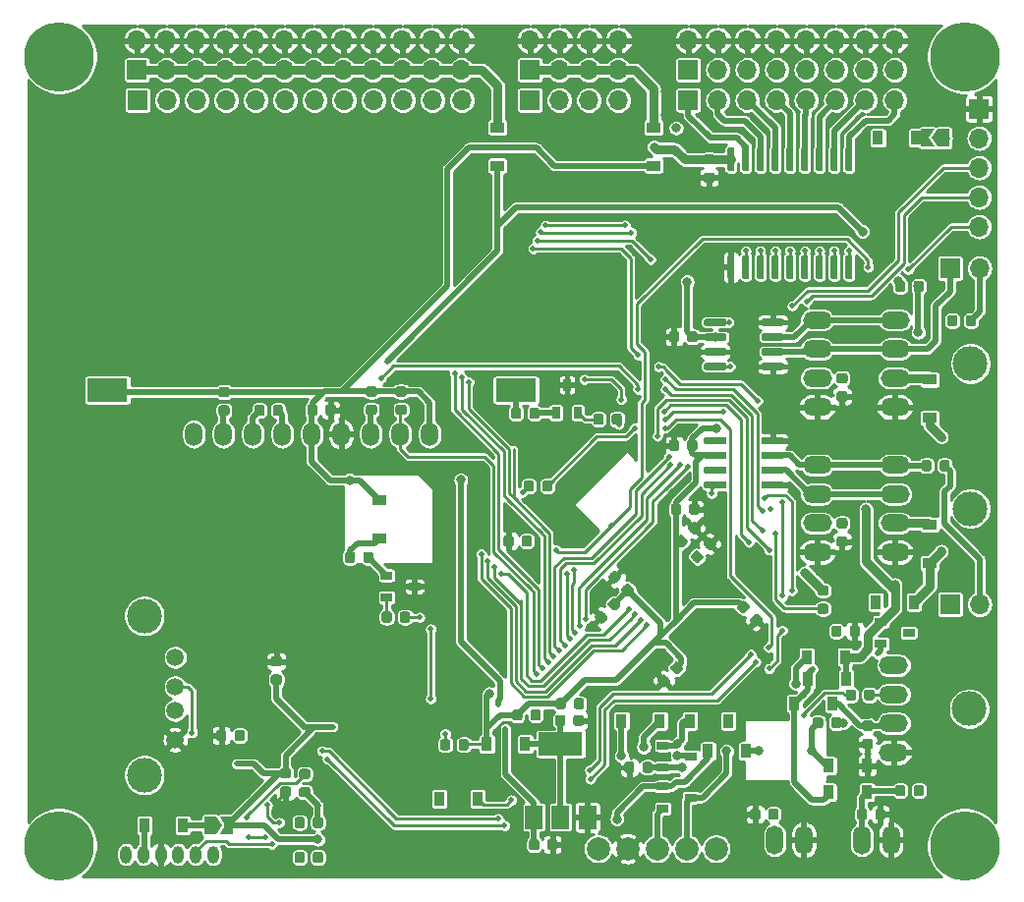
<source format=gbr>
G04 #@! TF.GenerationSoftware,KiCad,Pcbnew,(5.1.4)-1*
G04 #@! TF.CreationDate,2019-10-10T13:13:50+09:00*
G04 #@! TF.ProjectId,stm32f446_main,73746d33-3266-4343-9436-5f6d61696e2e,rev?*
G04 #@! TF.SameCoordinates,Original*
G04 #@! TF.FileFunction,Copper,L2,Bot*
G04 #@! TF.FilePolarity,Positive*
%FSLAX46Y46*%
G04 Gerber Fmt 4.6, Leading zero omitted, Abs format (unit mm)*
G04 Created by KiCad (PCBNEW (5.1.4)-1) date 2019-10-10 13:13:50*
%MOMM*%
%LPD*%
G04 APERTURE LIST*
%ADD10C,0.100000*%
%ADD11C,0.875000*%
%ADD12R,0.900000X1.200000*%
%ADD13R,1.200000X0.900000*%
%ADD14O,2.500000X1.500000*%
%ADD15C,3.000000*%
%ADD16R,1.700000X1.700000*%
%ADD17O,1.700000X1.700000*%
%ADD18O,1.500000X2.500000*%
%ADD19C,0.300000*%
%ADD20R,1.000000X0.700000*%
%ADD21R,0.700000X1.000000*%
%ADD22C,2.000000*%
%ADD23C,0.600000*%
%ADD24R,3.800000X2.000000*%
%ADD25R,1.500000X2.000000*%
%ADD26O,1.500000X2.000000*%
%ADD27R,3.500000X2.000000*%
%ADD28C,1.501140*%
%ADD29C,2.999740*%
%ADD30O,1.000000X1.524000*%
%ADD31C,6.000000*%
%ADD32C,0.500000*%
%ADD33C,0.800000*%
%ADD34C,0.250000*%
%ADD35C,0.500000*%
%ADD36C,0.800000*%
%ADD37C,0.254000*%
G04 APERTURE END LIST*
D10*
G36*
X202202691Y-83026053D02*
G01*
X202223926Y-83029203D01*
X202244750Y-83034419D01*
X202264962Y-83041651D01*
X202284368Y-83050830D01*
X202302781Y-83061866D01*
X202320024Y-83074654D01*
X202335930Y-83089070D01*
X202350346Y-83104976D01*
X202363134Y-83122219D01*
X202374170Y-83140632D01*
X202383349Y-83160038D01*
X202390581Y-83180250D01*
X202395797Y-83201074D01*
X202398947Y-83222309D01*
X202400000Y-83243750D01*
X202400000Y-83756250D01*
X202398947Y-83777691D01*
X202395797Y-83798926D01*
X202390581Y-83819750D01*
X202383349Y-83839962D01*
X202374170Y-83859368D01*
X202363134Y-83877781D01*
X202350346Y-83895024D01*
X202335930Y-83910930D01*
X202320024Y-83925346D01*
X202302781Y-83938134D01*
X202284368Y-83949170D01*
X202264962Y-83958349D01*
X202244750Y-83965581D01*
X202223926Y-83970797D01*
X202202691Y-83973947D01*
X202181250Y-83975000D01*
X201743750Y-83975000D01*
X201722309Y-83973947D01*
X201701074Y-83970797D01*
X201680250Y-83965581D01*
X201660038Y-83958349D01*
X201640632Y-83949170D01*
X201622219Y-83938134D01*
X201604976Y-83925346D01*
X201589070Y-83910930D01*
X201574654Y-83895024D01*
X201561866Y-83877781D01*
X201550830Y-83859368D01*
X201541651Y-83839962D01*
X201534419Y-83819750D01*
X201529203Y-83798926D01*
X201526053Y-83777691D01*
X201525000Y-83756250D01*
X201525000Y-83243750D01*
X201526053Y-83222309D01*
X201529203Y-83201074D01*
X201534419Y-83180250D01*
X201541651Y-83160038D01*
X201550830Y-83140632D01*
X201561866Y-83122219D01*
X201574654Y-83104976D01*
X201589070Y-83089070D01*
X201604976Y-83074654D01*
X201622219Y-83061866D01*
X201640632Y-83050830D01*
X201660038Y-83041651D01*
X201680250Y-83034419D01*
X201701074Y-83029203D01*
X201722309Y-83026053D01*
X201743750Y-83025000D01*
X202181250Y-83025000D01*
X202202691Y-83026053D01*
X202202691Y-83026053D01*
G37*
D11*
X201962500Y-83500000D03*
D10*
G36*
X203777691Y-83026053D02*
G01*
X203798926Y-83029203D01*
X203819750Y-83034419D01*
X203839962Y-83041651D01*
X203859368Y-83050830D01*
X203877781Y-83061866D01*
X203895024Y-83074654D01*
X203910930Y-83089070D01*
X203925346Y-83104976D01*
X203938134Y-83122219D01*
X203949170Y-83140632D01*
X203958349Y-83160038D01*
X203965581Y-83180250D01*
X203970797Y-83201074D01*
X203973947Y-83222309D01*
X203975000Y-83243750D01*
X203975000Y-83756250D01*
X203973947Y-83777691D01*
X203970797Y-83798926D01*
X203965581Y-83819750D01*
X203958349Y-83839962D01*
X203949170Y-83859368D01*
X203938134Y-83877781D01*
X203925346Y-83895024D01*
X203910930Y-83910930D01*
X203895024Y-83925346D01*
X203877781Y-83938134D01*
X203859368Y-83949170D01*
X203839962Y-83958349D01*
X203819750Y-83965581D01*
X203798926Y-83970797D01*
X203777691Y-83973947D01*
X203756250Y-83975000D01*
X203318750Y-83975000D01*
X203297309Y-83973947D01*
X203276074Y-83970797D01*
X203255250Y-83965581D01*
X203235038Y-83958349D01*
X203215632Y-83949170D01*
X203197219Y-83938134D01*
X203179976Y-83925346D01*
X203164070Y-83910930D01*
X203149654Y-83895024D01*
X203136866Y-83877781D01*
X203125830Y-83859368D01*
X203116651Y-83839962D01*
X203109419Y-83819750D01*
X203104203Y-83798926D01*
X203101053Y-83777691D01*
X203100000Y-83756250D01*
X203100000Y-83243750D01*
X203101053Y-83222309D01*
X203104203Y-83201074D01*
X203109419Y-83180250D01*
X203116651Y-83160038D01*
X203125830Y-83140632D01*
X203136866Y-83122219D01*
X203149654Y-83104976D01*
X203164070Y-83089070D01*
X203179976Y-83074654D01*
X203197219Y-83061866D01*
X203215632Y-83050830D01*
X203235038Y-83041651D01*
X203255250Y-83034419D01*
X203276074Y-83029203D01*
X203297309Y-83026053D01*
X203318750Y-83025000D01*
X203756250Y-83025000D01*
X203777691Y-83026053D01*
X203777691Y-83026053D01*
G37*
D11*
X203537500Y-83500000D03*
D10*
G36*
X203777691Y-73676053D02*
G01*
X203798926Y-73679203D01*
X203819750Y-73684419D01*
X203839962Y-73691651D01*
X203859368Y-73700830D01*
X203877781Y-73711866D01*
X203895024Y-73724654D01*
X203910930Y-73739070D01*
X203925346Y-73754976D01*
X203938134Y-73772219D01*
X203949170Y-73790632D01*
X203958349Y-73810038D01*
X203965581Y-73830250D01*
X203970797Y-73851074D01*
X203973947Y-73872309D01*
X203975000Y-73893750D01*
X203975000Y-74406250D01*
X203973947Y-74427691D01*
X203970797Y-74448926D01*
X203965581Y-74469750D01*
X203958349Y-74489962D01*
X203949170Y-74509368D01*
X203938134Y-74527781D01*
X203925346Y-74545024D01*
X203910930Y-74560930D01*
X203895024Y-74575346D01*
X203877781Y-74588134D01*
X203859368Y-74599170D01*
X203839962Y-74608349D01*
X203819750Y-74615581D01*
X203798926Y-74620797D01*
X203777691Y-74623947D01*
X203756250Y-74625000D01*
X203318750Y-74625000D01*
X203297309Y-74623947D01*
X203276074Y-74620797D01*
X203255250Y-74615581D01*
X203235038Y-74608349D01*
X203215632Y-74599170D01*
X203197219Y-74588134D01*
X203179976Y-74575346D01*
X203164070Y-74560930D01*
X203149654Y-74545024D01*
X203136866Y-74527781D01*
X203125830Y-74509368D01*
X203116651Y-74489962D01*
X203109419Y-74469750D01*
X203104203Y-74448926D01*
X203101053Y-74427691D01*
X203100000Y-74406250D01*
X203100000Y-73893750D01*
X203101053Y-73872309D01*
X203104203Y-73851074D01*
X203109419Y-73830250D01*
X203116651Y-73810038D01*
X203125830Y-73790632D01*
X203136866Y-73772219D01*
X203149654Y-73754976D01*
X203164070Y-73739070D01*
X203179976Y-73724654D01*
X203197219Y-73711866D01*
X203215632Y-73700830D01*
X203235038Y-73691651D01*
X203255250Y-73684419D01*
X203276074Y-73679203D01*
X203297309Y-73676053D01*
X203318750Y-73675000D01*
X203756250Y-73675000D01*
X203777691Y-73676053D01*
X203777691Y-73676053D01*
G37*
D11*
X203537500Y-74150000D03*
D10*
G36*
X202202691Y-73676053D02*
G01*
X202223926Y-73679203D01*
X202244750Y-73684419D01*
X202264962Y-73691651D01*
X202284368Y-73700830D01*
X202302781Y-73711866D01*
X202320024Y-73724654D01*
X202335930Y-73739070D01*
X202350346Y-73754976D01*
X202363134Y-73772219D01*
X202374170Y-73790632D01*
X202383349Y-73810038D01*
X202390581Y-73830250D01*
X202395797Y-73851074D01*
X202398947Y-73872309D01*
X202400000Y-73893750D01*
X202400000Y-74406250D01*
X202398947Y-74427691D01*
X202395797Y-74448926D01*
X202390581Y-74469750D01*
X202383349Y-74489962D01*
X202374170Y-74509368D01*
X202363134Y-74527781D01*
X202350346Y-74545024D01*
X202335930Y-74560930D01*
X202320024Y-74575346D01*
X202302781Y-74588134D01*
X202284368Y-74599170D01*
X202264962Y-74608349D01*
X202244750Y-74615581D01*
X202223926Y-74620797D01*
X202202691Y-74623947D01*
X202181250Y-74625000D01*
X201743750Y-74625000D01*
X201722309Y-74623947D01*
X201701074Y-74620797D01*
X201680250Y-74615581D01*
X201660038Y-74608349D01*
X201640632Y-74599170D01*
X201622219Y-74588134D01*
X201604976Y-74575346D01*
X201589070Y-74560930D01*
X201574654Y-74545024D01*
X201561866Y-74527781D01*
X201550830Y-74509368D01*
X201541651Y-74489962D01*
X201534419Y-74469750D01*
X201529203Y-74448926D01*
X201526053Y-74427691D01*
X201525000Y-74406250D01*
X201525000Y-73893750D01*
X201526053Y-73872309D01*
X201529203Y-73851074D01*
X201534419Y-73830250D01*
X201541651Y-73810038D01*
X201550830Y-73790632D01*
X201561866Y-73772219D01*
X201574654Y-73754976D01*
X201589070Y-73739070D01*
X201604976Y-73724654D01*
X201622219Y-73711866D01*
X201640632Y-73700830D01*
X201660038Y-73691651D01*
X201680250Y-73684419D01*
X201701074Y-73679203D01*
X201722309Y-73676053D01*
X201743750Y-73675000D01*
X202181250Y-73675000D01*
X202202691Y-73676053D01*
X202202691Y-73676053D01*
G37*
D11*
X201962500Y-74150000D03*
D10*
G36*
X189527691Y-91276053D02*
G01*
X189548926Y-91279203D01*
X189569750Y-91284419D01*
X189589962Y-91291651D01*
X189609368Y-91300830D01*
X189627781Y-91311866D01*
X189645024Y-91324654D01*
X189660930Y-91339070D01*
X189675346Y-91354976D01*
X189688134Y-91372219D01*
X189699170Y-91390632D01*
X189708349Y-91410038D01*
X189715581Y-91430250D01*
X189720797Y-91451074D01*
X189723947Y-91472309D01*
X189725000Y-91493750D01*
X189725000Y-92006250D01*
X189723947Y-92027691D01*
X189720797Y-92048926D01*
X189715581Y-92069750D01*
X189708349Y-92089962D01*
X189699170Y-92109368D01*
X189688134Y-92127781D01*
X189675346Y-92145024D01*
X189660930Y-92160930D01*
X189645024Y-92175346D01*
X189627781Y-92188134D01*
X189609368Y-92199170D01*
X189589962Y-92208349D01*
X189569750Y-92215581D01*
X189548926Y-92220797D01*
X189527691Y-92223947D01*
X189506250Y-92225000D01*
X189068750Y-92225000D01*
X189047309Y-92223947D01*
X189026074Y-92220797D01*
X189005250Y-92215581D01*
X188985038Y-92208349D01*
X188965632Y-92199170D01*
X188947219Y-92188134D01*
X188929976Y-92175346D01*
X188914070Y-92160930D01*
X188899654Y-92145024D01*
X188886866Y-92127781D01*
X188875830Y-92109368D01*
X188866651Y-92089962D01*
X188859419Y-92069750D01*
X188854203Y-92048926D01*
X188851053Y-92027691D01*
X188850000Y-92006250D01*
X188850000Y-91493750D01*
X188851053Y-91472309D01*
X188854203Y-91451074D01*
X188859419Y-91430250D01*
X188866651Y-91410038D01*
X188875830Y-91390632D01*
X188886866Y-91372219D01*
X188899654Y-91354976D01*
X188914070Y-91339070D01*
X188929976Y-91324654D01*
X188947219Y-91311866D01*
X188965632Y-91300830D01*
X188985038Y-91291651D01*
X189005250Y-91284419D01*
X189026074Y-91279203D01*
X189047309Y-91276053D01*
X189068750Y-91275000D01*
X189506250Y-91275000D01*
X189527691Y-91276053D01*
X189527691Y-91276053D01*
G37*
D11*
X189287500Y-91750000D03*
D10*
G36*
X187952691Y-91276053D02*
G01*
X187973926Y-91279203D01*
X187994750Y-91284419D01*
X188014962Y-91291651D01*
X188034368Y-91300830D01*
X188052781Y-91311866D01*
X188070024Y-91324654D01*
X188085930Y-91339070D01*
X188100346Y-91354976D01*
X188113134Y-91372219D01*
X188124170Y-91390632D01*
X188133349Y-91410038D01*
X188140581Y-91430250D01*
X188145797Y-91451074D01*
X188148947Y-91472309D01*
X188150000Y-91493750D01*
X188150000Y-92006250D01*
X188148947Y-92027691D01*
X188145797Y-92048926D01*
X188140581Y-92069750D01*
X188133349Y-92089962D01*
X188124170Y-92109368D01*
X188113134Y-92127781D01*
X188100346Y-92145024D01*
X188085930Y-92160930D01*
X188070024Y-92175346D01*
X188052781Y-92188134D01*
X188034368Y-92199170D01*
X188014962Y-92208349D01*
X187994750Y-92215581D01*
X187973926Y-92220797D01*
X187952691Y-92223947D01*
X187931250Y-92225000D01*
X187493750Y-92225000D01*
X187472309Y-92223947D01*
X187451074Y-92220797D01*
X187430250Y-92215581D01*
X187410038Y-92208349D01*
X187390632Y-92199170D01*
X187372219Y-92188134D01*
X187354976Y-92175346D01*
X187339070Y-92160930D01*
X187324654Y-92145024D01*
X187311866Y-92127781D01*
X187300830Y-92109368D01*
X187291651Y-92089962D01*
X187284419Y-92069750D01*
X187279203Y-92048926D01*
X187276053Y-92027691D01*
X187275000Y-92006250D01*
X187275000Y-91493750D01*
X187276053Y-91472309D01*
X187279203Y-91451074D01*
X187284419Y-91430250D01*
X187291651Y-91410038D01*
X187300830Y-91390632D01*
X187311866Y-91372219D01*
X187324654Y-91354976D01*
X187339070Y-91339070D01*
X187354976Y-91324654D01*
X187372219Y-91311866D01*
X187390632Y-91300830D01*
X187410038Y-91291651D01*
X187430250Y-91284419D01*
X187451074Y-91279203D01*
X187472309Y-91276053D01*
X187493750Y-91275000D01*
X187931250Y-91275000D01*
X187952691Y-91276053D01*
X187952691Y-91276053D01*
G37*
D11*
X187712500Y-91750000D03*
D10*
G36*
X214612691Y-106936053D02*
G01*
X214633926Y-106939203D01*
X214654750Y-106944419D01*
X214674962Y-106951651D01*
X214694368Y-106960830D01*
X214712781Y-106971866D01*
X214730024Y-106984654D01*
X214745930Y-106999070D01*
X214760346Y-107014976D01*
X214773134Y-107032219D01*
X214784170Y-107050632D01*
X214793349Y-107070038D01*
X214800581Y-107090250D01*
X214805797Y-107111074D01*
X214808947Y-107132309D01*
X214810000Y-107153750D01*
X214810000Y-107666250D01*
X214808947Y-107687691D01*
X214805797Y-107708926D01*
X214800581Y-107729750D01*
X214793349Y-107749962D01*
X214784170Y-107769368D01*
X214773134Y-107787781D01*
X214760346Y-107805024D01*
X214745930Y-107820930D01*
X214730024Y-107835346D01*
X214712781Y-107848134D01*
X214694368Y-107859170D01*
X214674962Y-107868349D01*
X214654750Y-107875581D01*
X214633926Y-107880797D01*
X214612691Y-107883947D01*
X214591250Y-107885000D01*
X214153750Y-107885000D01*
X214132309Y-107883947D01*
X214111074Y-107880797D01*
X214090250Y-107875581D01*
X214070038Y-107868349D01*
X214050632Y-107859170D01*
X214032219Y-107848134D01*
X214014976Y-107835346D01*
X213999070Y-107820930D01*
X213984654Y-107805024D01*
X213971866Y-107787781D01*
X213960830Y-107769368D01*
X213951651Y-107749962D01*
X213944419Y-107729750D01*
X213939203Y-107708926D01*
X213936053Y-107687691D01*
X213935000Y-107666250D01*
X213935000Y-107153750D01*
X213936053Y-107132309D01*
X213939203Y-107111074D01*
X213944419Y-107090250D01*
X213951651Y-107070038D01*
X213960830Y-107050632D01*
X213971866Y-107032219D01*
X213984654Y-107014976D01*
X213999070Y-106999070D01*
X214014976Y-106984654D01*
X214032219Y-106971866D01*
X214050632Y-106960830D01*
X214070038Y-106951651D01*
X214090250Y-106944419D01*
X214111074Y-106939203D01*
X214132309Y-106936053D01*
X214153750Y-106935000D01*
X214591250Y-106935000D01*
X214612691Y-106936053D01*
X214612691Y-106936053D01*
G37*
D11*
X214372500Y-107410000D03*
D10*
G36*
X216187691Y-106936053D02*
G01*
X216208926Y-106939203D01*
X216229750Y-106944419D01*
X216249962Y-106951651D01*
X216269368Y-106960830D01*
X216287781Y-106971866D01*
X216305024Y-106984654D01*
X216320930Y-106999070D01*
X216335346Y-107014976D01*
X216348134Y-107032219D01*
X216359170Y-107050632D01*
X216368349Y-107070038D01*
X216375581Y-107090250D01*
X216380797Y-107111074D01*
X216383947Y-107132309D01*
X216385000Y-107153750D01*
X216385000Y-107666250D01*
X216383947Y-107687691D01*
X216380797Y-107708926D01*
X216375581Y-107729750D01*
X216368349Y-107749962D01*
X216359170Y-107769368D01*
X216348134Y-107787781D01*
X216335346Y-107805024D01*
X216320930Y-107820930D01*
X216305024Y-107835346D01*
X216287781Y-107848134D01*
X216269368Y-107859170D01*
X216249962Y-107868349D01*
X216229750Y-107875581D01*
X216208926Y-107880797D01*
X216187691Y-107883947D01*
X216166250Y-107885000D01*
X215728750Y-107885000D01*
X215707309Y-107883947D01*
X215686074Y-107880797D01*
X215665250Y-107875581D01*
X215645038Y-107868349D01*
X215625632Y-107859170D01*
X215607219Y-107848134D01*
X215589976Y-107835346D01*
X215574070Y-107820930D01*
X215559654Y-107805024D01*
X215546866Y-107787781D01*
X215535830Y-107769368D01*
X215526651Y-107749962D01*
X215519419Y-107729750D01*
X215514203Y-107708926D01*
X215511053Y-107687691D01*
X215510000Y-107666250D01*
X215510000Y-107153750D01*
X215511053Y-107132309D01*
X215514203Y-107111074D01*
X215519419Y-107090250D01*
X215526651Y-107070038D01*
X215535830Y-107050632D01*
X215546866Y-107032219D01*
X215559654Y-107014976D01*
X215574070Y-106999070D01*
X215589976Y-106984654D01*
X215607219Y-106971866D01*
X215625632Y-106960830D01*
X215645038Y-106951651D01*
X215665250Y-106944419D01*
X215686074Y-106939203D01*
X215707309Y-106936053D01*
X215728750Y-106935000D01*
X216166250Y-106935000D01*
X216187691Y-106936053D01*
X216187691Y-106936053D01*
G37*
D11*
X215947500Y-107410000D03*
D10*
G36*
X202377691Y-88526053D02*
G01*
X202398926Y-88529203D01*
X202419750Y-88534419D01*
X202439962Y-88541651D01*
X202459368Y-88550830D01*
X202477781Y-88561866D01*
X202495024Y-88574654D01*
X202510930Y-88589070D01*
X202525346Y-88604976D01*
X202538134Y-88622219D01*
X202549170Y-88640632D01*
X202558349Y-88660038D01*
X202565581Y-88680250D01*
X202570797Y-88701074D01*
X202573947Y-88722309D01*
X202575000Y-88743750D01*
X202575000Y-89256250D01*
X202573947Y-89277691D01*
X202570797Y-89298926D01*
X202565581Y-89319750D01*
X202558349Y-89339962D01*
X202549170Y-89359368D01*
X202538134Y-89377781D01*
X202525346Y-89395024D01*
X202510930Y-89410930D01*
X202495024Y-89425346D01*
X202477781Y-89438134D01*
X202459368Y-89449170D01*
X202439962Y-89458349D01*
X202419750Y-89465581D01*
X202398926Y-89470797D01*
X202377691Y-89473947D01*
X202356250Y-89475000D01*
X201918750Y-89475000D01*
X201897309Y-89473947D01*
X201876074Y-89470797D01*
X201855250Y-89465581D01*
X201835038Y-89458349D01*
X201815632Y-89449170D01*
X201797219Y-89438134D01*
X201779976Y-89425346D01*
X201764070Y-89410930D01*
X201749654Y-89395024D01*
X201736866Y-89377781D01*
X201725830Y-89359368D01*
X201716651Y-89339962D01*
X201709419Y-89319750D01*
X201704203Y-89298926D01*
X201701053Y-89277691D01*
X201700000Y-89256250D01*
X201700000Y-88743750D01*
X201701053Y-88722309D01*
X201704203Y-88701074D01*
X201709419Y-88680250D01*
X201716651Y-88660038D01*
X201725830Y-88640632D01*
X201736866Y-88622219D01*
X201749654Y-88604976D01*
X201764070Y-88589070D01*
X201779976Y-88574654D01*
X201797219Y-88561866D01*
X201815632Y-88550830D01*
X201835038Y-88541651D01*
X201855250Y-88534419D01*
X201876074Y-88529203D01*
X201897309Y-88526053D01*
X201918750Y-88525000D01*
X202356250Y-88525000D01*
X202377691Y-88526053D01*
X202377691Y-88526053D01*
G37*
D11*
X202137500Y-89000000D03*
D10*
G36*
X203952691Y-88526053D02*
G01*
X203973926Y-88529203D01*
X203994750Y-88534419D01*
X204014962Y-88541651D01*
X204034368Y-88550830D01*
X204052781Y-88561866D01*
X204070024Y-88574654D01*
X204085930Y-88589070D01*
X204100346Y-88604976D01*
X204113134Y-88622219D01*
X204124170Y-88640632D01*
X204133349Y-88660038D01*
X204140581Y-88680250D01*
X204145797Y-88701074D01*
X204148947Y-88722309D01*
X204150000Y-88743750D01*
X204150000Y-89256250D01*
X204148947Y-89277691D01*
X204145797Y-89298926D01*
X204140581Y-89319750D01*
X204133349Y-89339962D01*
X204124170Y-89359368D01*
X204113134Y-89377781D01*
X204100346Y-89395024D01*
X204085930Y-89410930D01*
X204070024Y-89425346D01*
X204052781Y-89438134D01*
X204034368Y-89449170D01*
X204014962Y-89458349D01*
X203994750Y-89465581D01*
X203973926Y-89470797D01*
X203952691Y-89473947D01*
X203931250Y-89475000D01*
X203493750Y-89475000D01*
X203472309Y-89473947D01*
X203451074Y-89470797D01*
X203430250Y-89465581D01*
X203410038Y-89458349D01*
X203390632Y-89449170D01*
X203372219Y-89438134D01*
X203354976Y-89425346D01*
X203339070Y-89410930D01*
X203324654Y-89395024D01*
X203311866Y-89377781D01*
X203300830Y-89359368D01*
X203291651Y-89339962D01*
X203284419Y-89319750D01*
X203279203Y-89298926D01*
X203276053Y-89277691D01*
X203275000Y-89256250D01*
X203275000Y-88743750D01*
X203276053Y-88722309D01*
X203279203Y-88701074D01*
X203284419Y-88680250D01*
X203291651Y-88660038D01*
X203300830Y-88640632D01*
X203311866Y-88622219D01*
X203324654Y-88604976D01*
X203339070Y-88589070D01*
X203354976Y-88574654D01*
X203372219Y-88561866D01*
X203390632Y-88550830D01*
X203410038Y-88541651D01*
X203430250Y-88534419D01*
X203451074Y-88529203D01*
X203472309Y-88526053D01*
X203493750Y-88525000D01*
X203931250Y-88525000D01*
X203952691Y-88526053D01*
X203952691Y-88526053D01*
G37*
D11*
X203712500Y-89000000D03*
D10*
G36*
X195688077Y-97753274D02*
G01*
X195709312Y-97756424D01*
X195730136Y-97761640D01*
X195750348Y-97768872D01*
X195769754Y-97778051D01*
X195788167Y-97789087D01*
X195805410Y-97801875D01*
X195821316Y-97816291D01*
X196183709Y-98178684D01*
X196198125Y-98194590D01*
X196210913Y-98211833D01*
X196221949Y-98230246D01*
X196231128Y-98249652D01*
X196238360Y-98269864D01*
X196243576Y-98290688D01*
X196246726Y-98311923D01*
X196247779Y-98333364D01*
X196246726Y-98354805D01*
X196243576Y-98376040D01*
X196238360Y-98396864D01*
X196231128Y-98417076D01*
X196221949Y-98436482D01*
X196210913Y-98454895D01*
X196198125Y-98472138D01*
X196183709Y-98488044D01*
X195874350Y-98797403D01*
X195858444Y-98811819D01*
X195841201Y-98824607D01*
X195822788Y-98835643D01*
X195803382Y-98844822D01*
X195783170Y-98852054D01*
X195762346Y-98857270D01*
X195741111Y-98860420D01*
X195719670Y-98861473D01*
X195698229Y-98860420D01*
X195676994Y-98857270D01*
X195656170Y-98852054D01*
X195635958Y-98844822D01*
X195616552Y-98835643D01*
X195598139Y-98824607D01*
X195580896Y-98811819D01*
X195564990Y-98797403D01*
X195202597Y-98435010D01*
X195188181Y-98419104D01*
X195175393Y-98401861D01*
X195164357Y-98383448D01*
X195155178Y-98364042D01*
X195147946Y-98343830D01*
X195142730Y-98323006D01*
X195139580Y-98301771D01*
X195138527Y-98280330D01*
X195139580Y-98258889D01*
X195142730Y-98237654D01*
X195147946Y-98216830D01*
X195155178Y-98196618D01*
X195164357Y-98177212D01*
X195175393Y-98158799D01*
X195188181Y-98141556D01*
X195202597Y-98125650D01*
X195511956Y-97816291D01*
X195527862Y-97801875D01*
X195545105Y-97789087D01*
X195563518Y-97778051D01*
X195582924Y-97768872D01*
X195603136Y-97761640D01*
X195623960Y-97756424D01*
X195645195Y-97753274D01*
X195666636Y-97752221D01*
X195688077Y-97753274D01*
X195688077Y-97753274D01*
G37*
D11*
X195693153Y-98306847D03*
D10*
G36*
X196801771Y-96639580D02*
G01*
X196823006Y-96642730D01*
X196843830Y-96647946D01*
X196864042Y-96655178D01*
X196883448Y-96664357D01*
X196901861Y-96675393D01*
X196919104Y-96688181D01*
X196935010Y-96702597D01*
X197297403Y-97064990D01*
X197311819Y-97080896D01*
X197324607Y-97098139D01*
X197335643Y-97116552D01*
X197344822Y-97135958D01*
X197352054Y-97156170D01*
X197357270Y-97176994D01*
X197360420Y-97198229D01*
X197361473Y-97219670D01*
X197360420Y-97241111D01*
X197357270Y-97262346D01*
X197352054Y-97283170D01*
X197344822Y-97303382D01*
X197335643Y-97322788D01*
X197324607Y-97341201D01*
X197311819Y-97358444D01*
X197297403Y-97374350D01*
X196988044Y-97683709D01*
X196972138Y-97698125D01*
X196954895Y-97710913D01*
X196936482Y-97721949D01*
X196917076Y-97731128D01*
X196896864Y-97738360D01*
X196876040Y-97743576D01*
X196854805Y-97746726D01*
X196833364Y-97747779D01*
X196811923Y-97746726D01*
X196790688Y-97743576D01*
X196769864Y-97738360D01*
X196749652Y-97731128D01*
X196730246Y-97721949D01*
X196711833Y-97710913D01*
X196694590Y-97698125D01*
X196678684Y-97683709D01*
X196316291Y-97321316D01*
X196301875Y-97305410D01*
X196289087Y-97288167D01*
X196278051Y-97269754D01*
X196268872Y-97250348D01*
X196261640Y-97230136D01*
X196256424Y-97209312D01*
X196253274Y-97188077D01*
X196252221Y-97166636D01*
X196253274Y-97145195D01*
X196256424Y-97123960D01*
X196261640Y-97103136D01*
X196268872Y-97082924D01*
X196278051Y-97063518D01*
X196289087Y-97045105D01*
X196301875Y-97027862D01*
X196316291Y-97011956D01*
X196625650Y-96702597D01*
X196641556Y-96688181D01*
X196658799Y-96675393D01*
X196677212Y-96664357D01*
X196696618Y-96655178D01*
X196716830Y-96647946D01*
X196737654Y-96642730D01*
X196758889Y-96639580D01*
X196780330Y-96638527D01*
X196801771Y-96639580D01*
X196801771Y-96639580D01*
G37*
D11*
X196806847Y-97193153D03*
D10*
G36*
X190152691Y-117426053D02*
G01*
X190173926Y-117429203D01*
X190194750Y-117434419D01*
X190214962Y-117441651D01*
X190234368Y-117450830D01*
X190252781Y-117461866D01*
X190270024Y-117474654D01*
X190285930Y-117489070D01*
X190300346Y-117504976D01*
X190313134Y-117522219D01*
X190324170Y-117540632D01*
X190333349Y-117560038D01*
X190340581Y-117580250D01*
X190345797Y-117601074D01*
X190348947Y-117622309D01*
X190350000Y-117643750D01*
X190350000Y-118156250D01*
X190348947Y-118177691D01*
X190345797Y-118198926D01*
X190340581Y-118219750D01*
X190333349Y-118239962D01*
X190324170Y-118259368D01*
X190313134Y-118277781D01*
X190300346Y-118295024D01*
X190285930Y-118310930D01*
X190270024Y-118325346D01*
X190252781Y-118338134D01*
X190234368Y-118349170D01*
X190214962Y-118358349D01*
X190194750Y-118365581D01*
X190173926Y-118370797D01*
X190152691Y-118373947D01*
X190131250Y-118375000D01*
X189693750Y-118375000D01*
X189672309Y-118373947D01*
X189651074Y-118370797D01*
X189630250Y-118365581D01*
X189610038Y-118358349D01*
X189590632Y-118349170D01*
X189572219Y-118338134D01*
X189554976Y-118325346D01*
X189539070Y-118310930D01*
X189524654Y-118295024D01*
X189511866Y-118277781D01*
X189500830Y-118259368D01*
X189491651Y-118239962D01*
X189484419Y-118219750D01*
X189479203Y-118198926D01*
X189476053Y-118177691D01*
X189475000Y-118156250D01*
X189475000Y-117643750D01*
X189476053Y-117622309D01*
X189479203Y-117601074D01*
X189484419Y-117580250D01*
X189491651Y-117560038D01*
X189500830Y-117540632D01*
X189511866Y-117522219D01*
X189524654Y-117504976D01*
X189539070Y-117489070D01*
X189554976Y-117474654D01*
X189572219Y-117461866D01*
X189590632Y-117450830D01*
X189610038Y-117441651D01*
X189630250Y-117434419D01*
X189651074Y-117429203D01*
X189672309Y-117426053D01*
X189693750Y-117425000D01*
X190131250Y-117425000D01*
X190152691Y-117426053D01*
X190152691Y-117426053D01*
G37*
D11*
X189912500Y-117900000D03*
D10*
G36*
X191727691Y-117426053D02*
G01*
X191748926Y-117429203D01*
X191769750Y-117434419D01*
X191789962Y-117441651D01*
X191809368Y-117450830D01*
X191827781Y-117461866D01*
X191845024Y-117474654D01*
X191860930Y-117489070D01*
X191875346Y-117504976D01*
X191888134Y-117522219D01*
X191899170Y-117540632D01*
X191908349Y-117560038D01*
X191915581Y-117580250D01*
X191920797Y-117601074D01*
X191923947Y-117622309D01*
X191925000Y-117643750D01*
X191925000Y-118156250D01*
X191923947Y-118177691D01*
X191920797Y-118198926D01*
X191915581Y-118219750D01*
X191908349Y-118239962D01*
X191899170Y-118259368D01*
X191888134Y-118277781D01*
X191875346Y-118295024D01*
X191860930Y-118310930D01*
X191845024Y-118325346D01*
X191827781Y-118338134D01*
X191809368Y-118349170D01*
X191789962Y-118358349D01*
X191769750Y-118365581D01*
X191748926Y-118370797D01*
X191727691Y-118373947D01*
X191706250Y-118375000D01*
X191268750Y-118375000D01*
X191247309Y-118373947D01*
X191226074Y-118370797D01*
X191205250Y-118365581D01*
X191185038Y-118358349D01*
X191165632Y-118349170D01*
X191147219Y-118338134D01*
X191129976Y-118325346D01*
X191114070Y-118310930D01*
X191099654Y-118295024D01*
X191086866Y-118277781D01*
X191075830Y-118259368D01*
X191066651Y-118239962D01*
X191059419Y-118219750D01*
X191054203Y-118198926D01*
X191051053Y-118177691D01*
X191050000Y-118156250D01*
X191050000Y-117643750D01*
X191051053Y-117622309D01*
X191054203Y-117601074D01*
X191059419Y-117580250D01*
X191066651Y-117560038D01*
X191075830Y-117540632D01*
X191086866Y-117522219D01*
X191099654Y-117504976D01*
X191114070Y-117489070D01*
X191129976Y-117474654D01*
X191147219Y-117461866D01*
X191165632Y-117450830D01*
X191185038Y-117441651D01*
X191205250Y-117434419D01*
X191226074Y-117429203D01*
X191247309Y-117426053D01*
X191268750Y-117425000D01*
X191706250Y-117425000D01*
X191727691Y-117426053D01*
X191727691Y-117426053D01*
G37*
D11*
X191487500Y-117900000D03*
D10*
G36*
X201088077Y-103246427D02*
G01*
X201109312Y-103249577D01*
X201130136Y-103254793D01*
X201150348Y-103262025D01*
X201169754Y-103271204D01*
X201188167Y-103282240D01*
X201205410Y-103295028D01*
X201221316Y-103309444D01*
X201583709Y-103671837D01*
X201598125Y-103687743D01*
X201610913Y-103704986D01*
X201621949Y-103723399D01*
X201631128Y-103742805D01*
X201638360Y-103763017D01*
X201643576Y-103783841D01*
X201646726Y-103805076D01*
X201647779Y-103826517D01*
X201646726Y-103847958D01*
X201643576Y-103869193D01*
X201638360Y-103890017D01*
X201631128Y-103910229D01*
X201621949Y-103929635D01*
X201610913Y-103948048D01*
X201598125Y-103965291D01*
X201583709Y-103981197D01*
X201274350Y-104290556D01*
X201258444Y-104304972D01*
X201241201Y-104317760D01*
X201222788Y-104328796D01*
X201203382Y-104337975D01*
X201183170Y-104345207D01*
X201162346Y-104350423D01*
X201141111Y-104353573D01*
X201119670Y-104354626D01*
X201098229Y-104353573D01*
X201076994Y-104350423D01*
X201056170Y-104345207D01*
X201035958Y-104337975D01*
X201016552Y-104328796D01*
X200998139Y-104317760D01*
X200980896Y-104304972D01*
X200964990Y-104290556D01*
X200602597Y-103928163D01*
X200588181Y-103912257D01*
X200575393Y-103895014D01*
X200564357Y-103876601D01*
X200555178Y-103857195D01*
X200547946Y-103836983D01*
X200542730Y-103816159D01*
X200539580Y-103794924D01*
X200538527Y-103773483D01*
X200539580Y-103752042D01*
X200542730Y-103730807D01*
X200547946Y-103709983D01*
X200555178Y-103689771D01*
X200564357Y-103670365D01*
X200575393Y-103651952D01*
X200588181Y-103634709D01*
X200602597Y-103618803D01*
X200911956Y-103309444D01*
X200927862Y-103295028D01*
X200945105Y-103282240D01*
X200963518Y-103271204D01*
X200982924Y-103262025D01*
X201003136Y-103254793D01*
X201023960Y-103249577D01*
X201045195Y-103246427D01*
X201066636Y-103245374D01*
X201088077Y-103246427D01*
X201088077Y-103246427D01*
G37*
D11*
X201093153Y-103800000D03*
D10*
G36*
X202201771Y-102132733D02*
G01*
X202223006Y-102135883D01*
X202243830Y-102141099D01*
X202264042Y-102148331D01*
X202283448Y-102157510D01*
X202301861Y-102168546D01*
X202319104Y-102181334D01*
X202335010Y-102195750D01*
X202697403Y-102558143D01*
X202711819Y-102574049D01*
X202724607Y-102591292D01*
X202735643Y-102609705D01*
X202744822Y-102629111D01*
X202752054Y-102649323D01*
X202757270Y-102670147D01*
X202760420Y-102691382D01*
X202761473Y-102712823D01*
X202760420Y-102734264D01*
X202757270Y-102755499D01*
X202752054Y-102776323D01*
X202744822Y-102796535D01*
X202735643Y-102815941D01*
X202724607Y-102834354D01*
X202711819Y-102851597D01*
X202697403Y-102867503D01*
X202388044Y-103176862D01*
X202372138Y-103191278D01*
X202354895Y-103204066D01*
X202336482Y-103215102D01*
X202317076Y-103224281D01*
X202296864Y-103231513D01*
X202276040Y-103236729D01*
X202254805Y-103239879D01*
X202233364Y-103240932D01*
X202211923Y-103239879D01*
X202190688Y-103236729D01*
X202169864Y-103231513D01*
X202149652Y-103224281D01*
X202130246Y-103215102D01*
X202111833Y-103204066D01*
X202094590Y-103191278D01*
X202078684Y-103176862D01*
X201716291Y-102814469D01*
X201701875Y-102798563D01*
X201689087Y-102781320D01*
X201678051Y-102762907D01*
X201668872Y-102743501D01*
X201661640Y-102723289D01*
X201656424Y-102702465D01*
X201653274Y-102681230D01*
X201652221Y-102659789D01*
X201653274Y-102638348D01*
X201656424Y-102617113D01*
X201661640Y-102596289D01*
X201668872Y-102576077D01*
X201678051Y-102556671D01*
X201689087Y-102538258D01*
X201701875Y-102521015D01*
X201716291Y-102505109D01*
X202025650Y-102195750D01*
X202041556Y-102181334D01*
X202058799Y-102168546D01*
X202077212Y-102157510D01*
X202096618Y-102148331D01*
X202116830Y-102141099D01*
X202137654Y-102135883D01*
X202158889Y-102132733D01*
X202180330Y-102131680D01*
X202201771Y-102132733D01*
X202201771Y-102132733D01*
G37*
D11*
X202206847Y-102686306D03*
D10*
G36*
X216727691Y-89776053D02*
G01*
X216748926Y-89779203D01*
X216769750Y-89784419D01*
X216789962Y-89791651D01*
X216809368Y-89800830D01*
X216827781Y-89811866D01*
X216845024Y-89824654D01*
X216860930Y-89839070D01*
X216875346Y-89854976D01*
X216888134Y-89872219D01*
X216899170Y-89890632D01*
X216908349Y-89910038D01*
X216915581Y-89930250D01*
X216920797Y-89951074D01*
X216923947Y-89972309D01*
X216925000Y-89993750D01*
X216925000Y-90431250D01*
X216923947Y-90452691D01*
X216920797Y-90473926D01*
X216915581Y-90494750D01*
X216908349Y-90514962D01*
X216899170Y-90534368D01*
X216888134Y-90552781D01*
X216875346Y-90570024D01*
X216860930Y-90585930D01*
X216845024Y-90600346D01*
X216827781Y-90613134D01*
X216809368Y-90624170D01*
X216789962Y-90633349D01*
X216769750Y-90640581D01*
X216748926Y-90645797D01*
X216727691Y-90648947D01*
X216706250Y-90650000D01*
X216193750Y-90650000D01*
X216172309Y-90648947D01*
X216151074Y-90645797D01*
X216130250Y-90640581D01*
X216110038Y-90633349D01*
X216090632Y-90624170D01*
X216072219Y-90613134D01*
X216054976Y-90600346D01*
X216039070Y-90585930D01*
X216024654Y-90570024D01*
X216011866Y-90552781D01*
X216000830Y-90534368D01*
X215991651Y-90514962D01*
X215984419Y-90494750D01*
X215979203Y-90473926D01*
X215976053Y-90452691D01*
X215975000Y-90431250D01*
X215975000Y-89993750D01*
X215976053Y-89972309D01*
X215979203Y-89951074D01*
X215984419Y-89930250D01*
X215991651Y-89910038D01*
X216000830Y-89890632D01*
X216011866Y-89872219D01*
X216024654Y-89854976D01*
X216039070Y-89839070D01*
X216054976Y-89824654D01*
X216072219Y-89811866D01*
X216090632Y-89800830D01*
X216110038Y-89791651D01*
X216130250Y-89784419D01*
X216151074Y-89779203D01*
X216172309Y-89776053D01*
X216193750Y-89775000D01*
X216706250Y-89775000D01*
X216727691Y-89776053D01*
X216727691Y-89776053D01*
G37*
D11*
X216450000Y-90212500D03*
D10*
G36*
X216727691Y-91351053D02*
G01*
X216748926Y-91354203D01*
X216769750Y-91359419D01*
X216789962Y-91366651D01*
X216809368Y-91375830D01*
X216827781Y-91386866D01*
X216845024Y-91399654D01*
X216860930Y-91414070D01*
X216875346Y-91429976D01*
X216888134Y-91447219D01*
X216899170Y-91465632D01*
X216908349Y-91485038D01*
X216915581Y-91505250D01*
X216920797Y-91526074D01*
X216923947Y-91547309D01*
X216925000Y-91568750D01*
X216925000Y-92006250D01*
X216923947Y-92027691D01*
X216920797Y-92048926D01*
X216915581Y-92069750D01*
X216908349Y-92089962D01*
X216899170Y-92109368D01*
X216888134Y-92127781D01*
X216875346Y-92145024D01*
X216860930Y-92160930D01*
X216845024Y-92175346D01*
X216827781Y-92188134D01*
X216809368Y-92199170D01*
X216789962Y-92208349D01*
X216769750Y-92215581D01*
X216748926Y-92220797D01*
X216727691Y-92223947D01*
X216706250Y-92225000D01*
X216193750Y-92225000D01*
X216172309Y-92223947D01*
X216151074Y-92220797D01*
X216130250Y-92215581D01*
X216110038Y-92208349D01*
X216090632Y-92199170D01*
X216072219Y-92188134D01*
X216054976Y-92175346D01*
X216039070Y-92160930D01*
X216024654Y-92145024D01*
X216011866Y-92127781D01*
X216000830Y-92109368D01*
X215991651Y-92089962D01*
X215984419Y-92069750D01*
X215979203Y-92048926D01*
X215976053Y-92027691D01*
X215975000Y-92006250D01*
X215975000Y-91568750D01*
X215976053Y-91547309D01*
X215979203Y-91526074D01*
X215984419Y-91505250D01*
X215991651Y-91485038D01*
X216000830Y-91465632D01*
X216011866Y-91447219D01*
X216024654Y-91429976D01*
X216039070Y-91414070D01*
X216054976Y-91399654D01*
X216072219Y-91386866D01*
X216090632Y-91375830D01*
X216110038Y-91366651D01*
X216130250Y-91359419D01*
X216151074Y-91354203D01*
X216172309Y-91351053D01*
X216193750Y-91350000D01*
X216706250Y-91350000D01*
X216727691Y-91351053D01*
X216727691Y-91351053D01*
G37*
D11*
X216450000Y-91787500D03*
D10*
G36*
X216727691Y-78851053D02*
G01*
X216748926Y-78854203D01*
X216769750Y-78859419D01*
X216789962Y-78866651D01*
X216809368Y-78875830D01*
X216827781Y-78886866D01*
X216845024Y-78899654D01*
X216860930Y-78914070D01*
X216875346Y-78929976D01*
X216888134Y-78947219D01*
X216899170Y-78965632D01*
X216908349Y-78985038D01*
X216915581Y-79005250D01*
X216920797Y-79026074D01*
X216923947Y-79047309D01*
X216925000Y-79068750D01*
X216925000Y-79506250D01*
X216923947Y-79527691D01*
X216920797Y-79548926D01*
X216915581Y-79569750D01*
X216908349Y-79589962D01*
X216899170Y-79609368D01*
X216888134Y-79627781D01*
X216875346Y-79645024D01*
X216860930Y-79660930D01*
X216845024Y-79675346D01*
X216827781Y-79688134D01*
X216809368Y-79699170D01*
X216789962Y-79708349D01*
X216769750Y-79715581D01*
X216748926Y-79720797D01*
X216727691Y-79723947D01*
X216706250Y-79725000D01*
X216193750Y-79725000D01*
X216172309Y-79723947D01*
X216151074Y-79720797D01*
X216130250Y-79715581D01*
X216110038Y-79708349D01*
X216090632Y-79699170D01*
X216072219Y-79688134D01*
X216054976Y-79675346D01*
X216039070Y-79660930D01*
X216024654Y-79645024D01*
X216011866Y-79627781D01*
X216000830Y-79609368D01*
X215991651Y-79589962D01*
X215984419Y-79569750D01*
X215979203Y-79548926D01*
X215976053Y-79527691D01*
X215975000Y-79506250D01*
X215975000Y-79068750D01*
X215976053Y-79047309D01*
X215979203Y-79026074D01*
X215984419Y-79005250D01*
X215991651Y-78985038D01*
X216000830Y-78965632D01*
X216011866Y-78947219D01*
X216024654Y-78929976D01*
X216039070Y-78914070D01*
X216054976Y-78899654D01*
X216072219Y-78886866D01*
X216090632Y-78875830D01*
X216110038Y-78866651D01*
X216130250Y-78859419D01*
X216151074Y-78854203D01*
X216172309Y-78851053D01*
X216193750Y-78850000D01*
X216706250Y-78850000D01*
X216727691Y-78851053D01*
X216727691Y-78851053D01*
G37*
D11*
X216450000Y-79287500D03*
D10*
G36*
X216727691Y-77276053D02*
G01*
X216748926Y-77279203D01*
X216769750Y-77284419D01*
X216789962Y-77291651D01*
X216809368Y-77300830D01*
X216827781Y-77311866D01*
X216845024Y-77324654D01*
X216860930Y-77339070D01*
X216875346Y-77354976D01*
X216888134Y-77372219D01*
X216899170Y-77390632D01*
X216908349Y-77410038D01*
X216915581Y-77430250D01*
X216920797Y-77451074D01*
X216923947Y-77472309D01*
X216925000Y-77493750D01*
X216925000Y-77931250D01*
X216923947Y-77952691D01*
X216920797Y-77973926D01*
X216915581Y-77994750D01*
X216908349Y-78014962D01*
X216899170Y-78034368D01*
X216888134Y-78052781D01*
X216875346Y-78070024D01*
X216860930Y-78085930D01*
X216845024Y-78100346D01*
X216827781Y-78113134D01*
X216809368Y-78124170D01*
X216789962Y-78133349D01*
X216769750Y-78140581D01*
X216748926Y-78145797D01*
X216727691Y-78148947D01*
X216706250Y-78150000D01*
X216193750Y-78150000D01*
X216172309Y-78148947D01*
X216151074Y-78145797D01*
X216130250Y-78140581D01*
X216110038Y-78133349D01*
X216090632Y-78124170D01*
X216072219Y-78113134D01*
X216054976Y-78100346D01*
X216039070Y-78085930D01*
X216024654Y-78070024D01*
X216011866Y-78052781D01*
X216000830Y-78034368D01*
X215991651Y-78014962D01*
X215984419Y-77994750D01*
X215979203Y-77973926D01*
X215976053Y-77952691D01*
X215975000Y-77931250D01*
X215975000Y-77493750D01*
X215976053Y-77472309D01*
X215979203Y-77451074D01*
X215984419Y-77430250D01*
X215991651Y-77410038D01*
X216000830Y-77390632D01*
X216011866Y-77372219D01*
X216024654Y-77354976D01*
X216039070Y-77339070D01*
X216054976Y-77324654D01*
X216072219Y-77311866D01*
X216090632Y-77300830D01*
X216110038Y-77291651D01*
X216130250Y-77284419D01*
X216151074Y-77279203D01*
X216172309Y-77276053D01*
X216193750Y-77275000D01*
X216706250Y-77275000D01*
X216727691Y-77276053D01*
X216727691Y-77276053D01*
G37*
D11*
X216450000Y-77712500D03*
D10*
G36*
X209104805Y-98003274D02*
G01*
X209126040Y-98006424D01*
X209146864Y-98011640D01*
X209167076Y-98018872D01*
X209186482Y-98028051D01*
X209204895Y-98039087D01*
X209222138Y-98051875D01*
X209238044Y-98066291D01*
X209547403Y-98375650D01*
X209561819Y-98391556D01*
X209574607Y-98408799D01*
X209585643Y-98427212D01*
X209594822Y-98446618D01*
X209602054Y-98466830D01*
X209607270Y-98487654D01*
X209610420Y-98508889D01*
X209611473Y-98530330D01*
X209610420Y-98551771D01*
X209607270Y-98573006D01*
X209602054Y-98593830D01*
X209594822Y-98614042D01*
X209585643Y-98633448D01*
X209574607Y-98651861D01*
X209561819Y-98669104D01*
X209547403Y-98685010D01*
X209185010Y-99047403D01*
X209169104Y-99061819D01*
X209151861Y-99074607D01*
X209133448Y-99085643D01*
X209114042Y-99094822D01*
X209093830Y-99102054D01*
X209073006Y-99107270D01*
X209051771Y-99110420D01*
X209030330Y-99111473D01*
X209008889Y-99110420D01*
X208987654Y-99107270D01*
X208966830Y-99102054D01*
X208946618Y-99094822D01*
X208927212Y-99085643D01*
X208908799Y-99074607D01*
X208891556Y-99061819D01*
X208875650Y-99047403D01*
X208566291Y-98738044D01*
X208551875Y-98722138D01*
X208539087Y-98704895D01*
X208528051Y-98686482D01*
X208518872Y-98667076D01*
X208511640Y-98646864D01*
X208506424Y-98626040D01*
X208503274Y-98604805D01*
X208502221Y-98583364D01*
X208503274Y-98561923D01*
X208506424Y-98540688D01*
X208511640Y-98519864D01*
X208518872Y-98499652D01*
X208528051Y-98480246D01*
X208539087Y-98461833D01*
X208551875Y-98444590D01*
X208566291Y-98428684D01*
X208928684Y-98066291D01*
X208944590Y-98051875D01*
X208961833Y-98039087D01*
X208980246Y-98028051D01*
X208999652Y-98018872D01*
X209019864Y-98011640D01*
X209040688Y-98006424D01*
X209061923Y-98003274D01*
X209083364Y-98002221D01*
X209104805Y-98003274D01*
X209104805Y-98003274D01*
G37*
D11*
X209056847Y-98556847D03*
D10*
G36*
X207991111Y-96889580D02*
G01*
X208012346Y-96892730D01*
X208033170Y-96897946D01*
X208053382Y-96905178D01*
X208072788Y-96914357D01*
X208091201Y-96925393D01*
X208108444Y-96938181D01*
X208124350Y-96952597D01*
X208433709Y-97261956D01*
X208448125Y-97277862D01*
X208460913Y-97295105D01*
X208471949Y-97313518D01*
X208481128Y-97332924D01*
X208488360Y-97353136D01*
X208493576Y-97373960D01*
X208496726Y-97395195D01*
X208497779Y-97416636D01*
X208496726Y-97438077D01*
X208493576Y-97459312D01*
X208488360Y-97480136D01*
X208481128Y-97500348D01*
X208471949Y-97519754D01*
X208460913Y-97538167D01*
X208448125Y-97555410D01*
X208433709Y-97571316D01*
X208071316Y-97933709D01*
X208055410Y-97948125D01*
X208038167Y-97960913D01*
X208019754Y-97971949D01*
X208000348Y-97981128D01*
X207980136Y-97988360D01*
X207959312Y-97993576D01*
X207938077Y-97996726D01*
X207916636Y-97997779D01*
X207895195Y-97996726D01*
X207873960Y-97993576D01*
X207853136Y-97988360D01*
X207832924Y-97981128D01*
X207813518Y-97971949D01*
X207795105Y-97960913D01*
X207777862Y-97948125D01*
X207761956Y-97933709D01*
X207452597Y-97624350D01*
X207438181Y-97608444D01*
X207425393Y-97591201D01*
X207414357Y-97572788D01*
X207405178Y-97553382D01*
X207397946Y-97533170D01*
X207392730Y-97512346D01*
X207389580Y-97491111D01*
X207388527Y-97469670D01*
X207389580Y-97448229D01*
X207392730Y-97426994D01*
X207397946Y-97406170D01*
X207405178Y-97385958D01*
X207414357Y-97366552D01*
X207425393Y-97348139D01*
X207438181Y-97330896D01*
X207452597Y-97314990D01*
X207814990Y-96952597D01*
X207830896Y-96938181D01*
X207848139Y-96925393D01*
X207866552Y-96914357D01*
X207885958Y-96905178D01*
X207906170Y-96897946D01*
X207926994Y-96892730D01*
X207948229Y-96889580D01*
X207969670Y-96888527D01*
X207991111Y-96889580D01*
X207991111Y-96889580D01*
G37*
D11*
X207943153Y-97443153D03*
D10*
G36*
X193977691Y-106726053D02*
G01*
X193998926Y-106729203D01*
X194019750Y-106734419D01*
X194039962Y-106741651D01*
X194059368Y-106750830D01*
X194077781Y-106761866D01*
X194095024Y-106774654D01*
X194110930Y-106789070D01*
X194125346Y-106804976D01*
X194138134Y-106822219D01*
X194149170Y-106840632D01*
X194158349Y-106860038D01*
X194165581Y-106880250D01*
X194170797Y-106901074D01*
X194173947Y-106922309D01*
X194175000Y-106943750D01*
X194175000Y-107456250D01*
X194173947Y-107477691D01*
X194170797Y-107498926D01*
X194165581Y-107519750D01*
X194158349Y-107539962D01*
X194149170Y-107559368D01*
X194138134Y-107577781D01*
X194125346Y-107595024D01*
X194110930Y-107610930D01*
X194095024Y-107625346D01*
X194077781Y-107638134D01*
X194059368Y-107649170D01*
X194039962Y-107658349D01*
X194019750Y-107665581D01*
X193998926Y-107670797D01*
X193977691Y-107673947D01*
X193956250Y-107675000D01*
X193518750Y-107675000D01*
X193497309Y-107673947D01*
X193476074Y-107670797D01*
X193455250Y-107665581D01*
X193435038Y-107658349D01*
X193415632Y-107649170D01*
X193397219Y-107638134D01*
X193379976Y-107625346D01*
X193364070Y-107610930D01*
X193349654Y-107595024D01*
X193336866Y-107577781D01*
X193325830Y-107559368D01*
X193316651Y-107539962D01*
X193309419Y-107519750D01*
X193304203Y-107498926D01*
X193301053Y-107477691D01*
X193300000Y-107456250D01*
X193300000Y-106943750D01*
X193301053Y-106922309D01*
X193304203Y-106901074D01*
X193309419Y-106880250D01*
X193316651Y-106860038D01*
X193325830Y-106840632D01*
X193336866Y-106822219D01*
X193349654Y-106804976D01*
X193364070Y-106789070D01*
X193379976Y-106774654D01*
X193397219Y-106761866D01*
X193415632Y-106750830D01*
X193435038Y-106741651D01*
X193455250Y-106734419D01*
X193476074Y-106729203D01*
X193497309Y-106726053D01*
X193518750Y-106725000D01*
X193956250Y-106725000D01*
X193977691Y-106726053D01*
X193977691Y-106726053D01*
G37*
D11*
X193737500Y-107200000D03*
D10*
G36*
X192402691Y-106726053D02*
G01*
X192423926Y-106729203D01*
X192444750Y-106734419D01*
X192464962Y-106741651D01*
X192484368Y-106750830D01*
X192502781Y-106761866D01*
X192520024Y-106774654D01*
X192535930Y-106789070D01*
X192550346Y-106804976D01*
X192563134Y-106822219D01*
X192574170Y-106840632D01*
X192583349Y-106860038D01*
X192590581Y-106880250D01*
X192595797Y-106901074D01*
X192598947Y-106922309D01*
X192600000Y-106943750D01*
X192600000Y-107456250D01*
X192598947Y-107477691D01*
X192595797Y-107498926D01*
X192590581Y-107519750D01*
X192583349Y-107539962D01*
X192574170Y-107559368D01*
X192563134Y-107577781D01*
X192550346Y-107595024D01*
X192535930Y-107610930D01*
X192520024Y-107625346D01*
X192502781Y-107638134D01*
X192484368Y-107649170D01*
X192464962Y-107658349D01*
X192444750Y-107665581D01*
X192423926Y-107670797D01*
X192402691Y-107673947D01*
X192381250Y-107675000D01*
X191943750Y-107675000D01*
X191922309Y-107673947D01*
X191901074Y-107670797D01*
X191880250Y-107665581D01*
X191860038Y-107658349D01*
X191840632Y-107649170D01*
X191822219Y-107638134D01*
X191804976Y-107625346D01*
X191789070Y-107610930D01*
X191774654Y-107595024D01*
X191761866Y-107577781D01*
X191750830Y-107559368D01*
X191741651Y-107539962D01*
X191734419Y-107519750D01*
X191729203Y-107498926D01*
X191726053Y-107477691D01*
X191725000Y-107456250D01*
X191725000Y-106943750D01*
X191726053Y-106922309D01*
X191729203Y-106901074D01*
X191734419Y-106880250D01*
X191741651Y-106860038D01*
X191750830Y-106840632D01*
X191761866Y-106822219D01*
X191774654Y-106804976D01*
X191789070Y-106789070D01*
X191804976Y-106774654D01*
X191822219Y-106761866D01*
X191840632Y-106750830D01*
X191860038Y-106741651D01*
X191880250Y-106734419D01*
X191901074Y-106729203D01*
X191922309Y-106726053D01*
X191943750Y-106725000D01*
X192381250Y-106725000D01*
X192402691Y-106726053D01*
X192402691Y-106726053D01*
G37*
D11*
X192162500Y-107200000D03*
D10*
G36*
X202588077Y-91203274D02*
G01*
X202609312Y-91206424D01*
X202630136Y-91211640D01*
X202650348Y-91218872D01*
X202669754Y-91228051D01*
X202688167Y-91239087D01*
X202705410Y-91251875D01*
X202721316Y-91266291D01*
X203083709Y-91628684D01*
X203098125Y-91644590D01*
X203110913Y-91661833D01*
X203121949Y-91680246D01*
X203131128Y-91699652D01*
X203138360Y-91719864D01*
X203143576Y-91740688D01*
X203146726Y-91761923D01*
X203147779Y-91783364D01*
X203146726Y-91804805D01*
X203143576Y-91826040D01*
X203138360Y-91846864D01*
X203131128Y-91867076D01*
X203121949Y-91886482D01*
X203110913Y-91904895D01*
X203098125Y-91922138D01*
X203083709Y-91938044D01*
X202774350Y-92247403D01*
X202758444Y-92261819D01*
X202741201Y-92274607D01*
X202722788Y-92285643D01*
X202703382Y-92294822D01*
X202683170Y-92302054D01*
X202662346Y-92307270D01*
X202641111Y-92310420D01*
X202619670Y-92311473D01*
X202598229Y-92310420D01*
X202576994Y-92307270D01*
X202556170Y-92302054D01*
X202535958Y-92294822D01*
X202516552Y-92285643D01*
X202498139Y-92274607D01*
X202480896Y-92261819D01*
X202464990Y-92247403D01*
X202102597Y-91885010D01*
X202088181Y-91869104D01*
X202075393Y-91851861D01*
X202064357Y-91833448D01*
X202055178Y-91814042D01*
X202047946Y-91793830D01*
X202042730Y-91773006D01*
X202039580Y-91751771D01*
X202038527Y-91730330D01*
X202039580Y-91708889D01*
X202042730Y-91687654D01*
X202047946Y-91666830D01*
X202055178Y-91646618D01*
X202064357Y-91627212D01*
X202075393Y-91608799D01*
X202088181Y-91591556D01*
X202102597Y-91575650D01*
X202411956Y-91266291D01*
X202427862Y-91251875D01*
X202445105Y-91239087D01*
X202463518Y-91228051D01*
X202482924Y-91218872D01*
X202503136Y-91211640D01*
X202523960Y-91206424D01*
X202545195Y-91203274D01*
X202566636Y-91202221D01*
X202588077Y-91203274D01*
X202588077Y-91203274D01*
G37*
D11*
X202593153Y-91756847D03*
D10*
G36*
X203701771Y-90089580D02*
G01*
X203723006Y-90092730D01*
X203743830Y-90097946D01*
X203764042Y-90105178D01*
X203783448Y-90114357D01*
X203801861Y-90125393D01*
X203819104Y-90138181D01*
X203835010Y-90152597D01*
X204197403Y-90514990D01*
X204211819Y-90530896D01*
X204224607Y-90548139D01*
X204235643Y-90566552D01*
X204244822Y-90585958D01*
X204252054Y-90606170D01*
X204257270Y-90626994D01*
X204260420Y-90648229D01*
X204261473Y-90669670D01*
X204260420Y-90691111D01*
X204257270Y-90712346D01*
X204252054Y-90733170D01*
X204244822Y-90753382D01*
X204235643Y-90772788D01*
X204224607Y-90791201D01*
X204211819Y-90808444D01*
X204197403Y-90824350D01*
X203888044Y-91133709D01*
X203872138Y-91148125D01*
X203854895Y-91160913D01*
X203836482Y-91171949D01*
X203817076Y-91181128D01*
X203796864Y-91188360D01*
X203776040Y-91193576D01*
X203754805Y-91196726D01*
X203733364Y-91197779D01*
X203711923Y-91196726D01*
X203690688Y-91193576D01*
X203669864Y-91188360D01*
X203649652Y-91181128D01*
X203630246Y-91171949D01*
X203611833Y-91160913D01*
X203594590Y-91148125D01*
X203578684Y-91133709D01*
X203216291Y-90771316D01*
X203201875Y-90755410D01*
X203189087Y-90738167D01*
X203178051Y-90719754D01*
X203168872Y-90700348D01*
X203161640Y-90680136D01*
X203156424Y-90659312D01*
X203153274Y-90638077D01*
X203152221Y-90616636D01*
X203153274Y-90595195D01*
X203156424Y-90573960D01*
X203161640Y-90553136D01*
X203168872Y-90532924D01*
X203178051Y-90513518D01*
X203189087Y-90495105D01*
X203201875Y-90477862D01*
X203216291Y-90461956D01*
X203525650Y-90152597D01*
X203541556Y-90138181D01*
X203558799Y-90125393D01*
X203577212Y-90114357D01*
X203596618Y-90105178D01*
X203616830Y-90097946D01*
X203637654Y-90092730D01*
X203658889Y-90089580D01*
X203680330Y-90088527D01*
X203701771Y-90089580D01*
X203701771Y-90089580D01*
G37*
D11*
X203706847Y-90643153D03*
D10*
G36*
X198004805Y-95403274D02*
G01*
X198026040Y-95406424D01*
X198046864Y-95411640D01*
X198067076Y-95418872D01*
X198086482Y-95428051D01*
X198104895Y-95439087D01*
X198122138Y-95451875D01*
X198138044Y-95466291D01*
X198447403Y-95775650D01*
X198461819Y-95791556D01*
X198474607Y-95808799D01*
X198485643Y-95827212D01*
X198494822Y-95846618D01*
X198502054Y-95866830D01*
X198507270Y-95887654D01*
X198510420Y-95908889D01*
X198511473Y-95930330D01*
X198510420Y-95951771D01*
X198507270Y-95973006D01*
X198502054Y-95993830D01*
X198494822Y-96014042D01*
X198485643Y-96033448D01*
X198474607Y-96051861D01*
X198461819Y-96069104D01*
X198447403Y-96085010D01*
X198085010Y-96447403D01*
X198069104Y-96461819D01*
X198051861Y-96474607D01*
X198033448Y-96485643D01*
X198014042Y-96494822D01*
X197993830Y-96502054D01*
X197973006Y-96507270D01*
X197951771Y-96510420D01*
X197930330Y-96511473D01*
X197908889Y-96510420D01*
X197887654Y-96507270D01*
X197866830Y-96502054D01*
X197846618Y-96494822D01*
X197827212Y-96485643D01*
X197808799Y-96474607D01*
X197791556Y-96461819D01*
X197775650Y-96447403D01*
X197466291Y-96138044D01*
X197451875Y-96122138D01*
X197439087Y-96104895D01*
X197428051Y-96086482D01*
X197418872Y-96067076D01*
X197411640Y-96046864D01*
X197406424Y-96026040D01*
X197403274Y-96004805D01*
X197402221Y-95983364D01*
X197403274Y-95961923D01*
X197406424Y-95940688D01*
X197411640Y-95919864D01*
X197418872Y-95899652D01*
X197428051Y-95880246D01*
X197439087Y-95861833D01*
X197451875Y-95844590D01*
X197466291Y-95828684D01*
X197828684Y-95466291D01*
X197844590Y-95451875D01*
X197861833Y-95439087D01*
X197880246Y-95428051D01*
X197899652Y-95418872D01*
X197919864Y-95411640D01*
X197940688Y-95406424D01*
X197961923Y-95403274D01*
X197983364Y-95402221D01*
X198004805Y-95403274D01*
X198004805Y-95403274D01*
G37*
D11*
X197956847Y-95956847D03*
D10*
G36*
X196891111Y-94289580D02*
G01*
X196912346Y-94292730D01*
X196933170Y-94297946D01*
X196953382Y-94305178D01*
X196972788Y-94314357D01*
X196991201Y-94325393D01*
X197008444Y-94338181D01*
X197024350Y-94352597D01*
X197333709Y-94661956D01*
X197348125Y-94677862D01*
X197360913Y-94695105D01*
X197371949Y-94713518D01*
X197381128Y-94732924D01*
X197388360Y-94753136D01*
X197393576Y-94773960D01*
X197396726Y-94795195D01*
X197397779Y-94816636D01*
X197396726Y-94838077D01*
X197393576Y-94859312D01*
X197388360Y-94880136D01*
X197381128Y-94900348D01*
X197371949Y-94919754D01*
X197360913Y-94938167D01*
X197348125Y-94955410D01*
X197333709Y-94971316D01*
X196971316Y-95333709D01*
X196955410Y-95348125D01*
X196938167Y-95360913D01*
X196919754Y-95371949D01*
X196900348Y-95381128D01*
X196880136Y-95388360D01*
X196859312Y-95393576D01*
X196838077Y-95396726D01*
X196816636Y-95397779D01*
X196795195Y-95396726D01*
X196773960Y-95393576D01*
X196753136Y-95388360D01*
X196732924Y-95381128D01*
X196713518Y-95371949D01*
X196695105Y-95360913D01*
X196677862Y-95348125D01*
X196661956Y-95333709D01*
X196352597Y-95024350D01*
X196338181Y-95008444D01*
X196325393Y-94991201D01*
X196314357Y-94972788D01*
X196305178Y-94953382D01*
X196297946Y-94933170D01*
X196292730Y-94912346D01*
X196289580Y-94891111D01*
X196288527Y-94869670D01*
X196289580Y-94848229D01*
X196292730Y-94826994D01*
X196297946Y-94806170D01*
X196305178Y-94785958D01*
X196314357Y-94766552D01*
X196325393Y-94748139D01*
X196338181Y-94730896D01*
X196352597Y-94714990D01*
X196714990Y-94352597D01*
X196730896Y-94338181D01*
X196748139Y-94325393D01*
X196766552Y-94314357D01*
X196785958Y-94305178D01*
X196806170Y-94297946D01*
X196826994Y-94292730D01*
X196848229Y-94289580D01*
X196869670Y-94288527D01*
X196891111Y-94289580D01*
X196891111Y-94289580D01*
G37*
D11*
X196843153Y-94843153D03*
D10*
G36*
X171052691Y-79976053D02*
G01*
X171073926Y-79979203D01*
X171094750Y-79984419D01*
X171114962Y-79991651D01*
X171134368Y-80000830D01*
X171152781Y-80011866D01*
X171170024Y-80024654D01*
X171185930Y-80039070D01*
X171200346Y-80054976D01*
X171213134Y-80072219D01*
X171224170Y-80090632D01*
X171233349Y-80110038D01*
X171240581Y-80130250D01*
X171245797Y-80151074D01*
X171248947Y-80172309D01*
X171250000Y-80193750D01*
X171250000Y-80706250D01*
X171248947Y-80727691D01*
X171245797Y-80748926D01*
X171240581Y-80769750D01*
X171233349Y-80789962D01*
X171224170Y-80809368D01*
X171213134Y-80827781D01*
X171200346Y-80845024D01*
X171185930Y-80860930D01*
X171170024Y-80875346D01*
X171152781Y-80888134D01*
X171134368Y-80899170D01*
X171114962Y-80908349D01*
X171094750Y-80915581D01*
X171073926Y-80920797D01*
X171052691Y-80923947D01*
X171031250Y-80925000D01*
X170593750Y-80925000D01*
X170572309Y-80923947D01*
X170551074Y-80920797D01*
X170530250Y-80915581D01*
X170510038Y-80908349D01*
X170490632Y-80899170D01*
X170472219Y-80888134D01*
X170454976Y-80875346D01*
X170439070Y-80860930D01*
X170424654Y-80845024D01*
X170411866Y-80827781D01*
X170400830Y-80809368D01*
X170391651Y-80789962D01*
X170384419Y-80769750D01*
X170379203Y-80748926D01*
X170376053Y-80727691D01*
X170375000Y-80706250D01*
X170375000Y-80193750D01*
X170376053Y-80172309D01*
X170379203Y-80151074D01*
X170384419Y-80130250D01*
X170391651Y-80110038D01*
X170400830Y-80090632D01*
X170411866Y-80072219D01*
X170424654Y-80054976D01*
X170439070Y-80039070D01*
X170454976Y-80024654D01*
X170472219Y-80011866D01*
X170490632Y-80000830D01*
X170510038Y-79991651D01*
X170530250Y-79984419D01*
X170551074Y-79979203D01*
X170572309Y-79976053D01*
X170593750Y-79975000D01*
X171031250Y-79975000D01*
X171052691Y-79976053D01*
X171052691Y-79976053D01*
G37*
D11*
X170812500Y-80450000D03*
D10*
G36*
X172627691Y-79976053D02*
G01*
X172648926Y-79979203D01*
X172669750Y-79984419D01*
X172689962Y-79991651D01*
X172709368Y-80000830D01*
X172727781Y-80011866D01*
X172745024Y-80024654D01*
X172760930Y-80039070D01*
X172775346Y-80054976D01*
X172788134Y-80072219D01*
X172799170Y-80090632D01*
X172808349Y-80110038D01*
X172815581Y-80130250D01*
X172820797Y-80151074D01*
X172823947Y-80172309D01*
X172825000Y-80193750D01*
X172825000Y-80706250D01*
X172823947Y-80727691D01*
X172820797Y-80748926D01*
X172815581Y-80769750D01*
X172808349Y-80789962D01*
X172799170Y-80809368D01*
X172788134Y-80827781D01*
X172775346Y-80845024D01*
X172760930Y-80860930D01*
X172745024Y-80875346D01*
X172727781Y-80888134D01*
X172709368Y-80899170D01*
X172689962Y-80908349D01*
X172669750Y-80915581D01*
X172648926Y-80920797D01*
X172627691Y-80923947D01*
X172606250Y-80925000D01*
X172168750Y-80925000D01*
X172147309Y-80923947D01*
X172126074Y-80920797D01*
X172105250Y-80915581D01*
X172085038Y-80908349D01*
X172065632Y-80899170D01*
X172047219Y-80888134D01*
X172029976Y-80875346D01*
X172014070Y-80860930D01*
X171999654Y-80845024D01*
X171986866Y-80827781D01*
X171975830Y-80809368D01*
X171966651Y-80789962D01*
X171959419Y-80769750D01*
X171954203Y-80748926D01*
X171951053Y-80727691D01*
X171950000Y-80706250D01*
X171950000Y-80193750D01*
X171951053Y-80172309D01*
X171954203Y-80151074D01*
X171959419Y-80130250D01*
X171966651Y-80110038D01*
X171975830Y-80090632D01*
X171986866Y-80072219D01*
X171999654Y-80054976D01*
X172014070Y-80039070D01*
X172029976Y-80024654D01*
X172047219Y-80011866D01*
X172065632Y-80000830D01*
X172085038Y-79991651D01*
X172105250Y-79984419D01*
X172126074Y-79979203D01*
X172147309Y-79976053D01*
X172168750Y-79975000D01*
X172606250Y-79975000D01*
X172627691Y-79976053D01*
X172627691Y-79976053D01*
G37*
D11*
X172387500Y-80450000D03*
D10*
G36*
X163477691Y-78476053D02*
G01*
X163498926Y-78479203D01*
X163519750Y-78484419D01*
X163539962Y-78491651D01*
X163559368Y-78500830D01*
X163577781Y-78511866D01*
X163595024Y-78524654D01*
X163610930Y-78539070D01*
X163625346Y-78554976D01*
X163638134Y-78572219D01*
X163649170Y-78590632D01*
X163658349Y-78610038D01*
X163665581Y-78630250D01*
X163670797Y-78651074D01*
X163673947Y-78672309D01*
X163675000Y-78693750D01*
X163675000Y-79131250D01*
X163673947Y-79152691D01*
X163670797Y-79173926D01*
X163665581Y-79194750D01*
X163658349Y-79214962D01*
X163649170Y-79234368D01*
X163638134Y-79252781D01*
X163625346Y-79270024D01*
X163610930Y-79285930D01*
X163595024Y-79300346D01*
X163577781Y-79313134D01*
X163559368Y-79324170D01*
X163539962Y-79333349D01*
X163519750Y-79340581D01*
X163498926Y-79345797D01*
X163477691Y-79348947D01*
X163456250Y-79350000D01*
X162943750Y-79350000D01*
X162922309Y-79348947D01*
X162901074Y-79345797D01*
X162880250Y-79340581D01*
X162860038Y-79333349D01*
X162840632Y-79324170D01*
X162822219Y-79313134D01*
X162804976Y-79300346D01*
X162789070Y-79285930D01*
X162774654Y-79270024D01*
X162761866Y-79252781D01*
X162750830Y-79234368D01*
X162741651Y-79214962D01*
X162734419Y-79194750D01*
X162729203Y-79173926D01*
X162726053Y-79152691D01*
X162725000Y-79131250D01*
X162725000Y-78693750D01*
X162726053Y-78672309D01*
X162729203Y-78651074D01*
X162734419Y-78630250D01*
X162741651Y-78610038D01*
X162750830Y-78590632D01*
X162761866Y-78572219D01*
X162774654Y-78554976D01*
X162789070Y-78539070D01*
X162804976Y-78524654D01*
X162822219Y-78511866D01*
X162840632Y-78500830D01*
X162860038Y-78491651D01*
X162880250Y-78484419D01*
X162901074Y-78479203D01*
X162922309Y-78476053D01*
X162943750Y-78475000D01*
X163456250Y-78475000D01*
X163477691Y-78476053D01*
X163477691Y-78476053D01*
G37*
D11*
X163200000Y-78912500D03*
D10*
G36*
X163477691Y-80051053D02*
G01*
X163498926Y-80054203D01*
X163519750Y-80059419D01*
X163539962Y-80066651D01*
X163559368Y-80075830D01*
X163577781Y-80086866D01*
X163595024Y-80099654D01*
X163610930Y-80114070D01*
X163625346Y-80129976D01*
X163638134Y-80147219D01*
X163649170Y-80165632D01*
X163658349Y-80185038D01*
X163665581Y-80205250D01*
X163670797Y-80226074D01*
X163673947Y-80247309D01*
X163675000Y-80268750D01*
X163675000Y-80706250D01*
X163673947Y-80727691D01*
X163670797Y-80748926D01*
X163665581Y-80769750D01*
X163658349Y-80789962D01*
X163649170Y-80809368D01*
X163638134Y-80827781D01*
X163625346Y-80845024D01*
X163610930Y-80860930D01*
X163595024Y-80875346D01*
X163577781Y-80888134D01*
X163559368Y-80899170D01*
X163539962Y-80908349D01*
X163519750Y-80915581D01*
X163498926Y-80920797D01*
X163477691Y-80923947D01*
X163456250Y-80925000D01*
X162943750Y-80925000D01*
X162922309Y-80923947D01*
X162901074Y-80920797D01*
X162880250Y-80915581D01*
X162860038Y-80908349D01*
X162840632Y-80899170D01*
X162822219Y-80888134D01*
X162804976Y-80875346D01*
X162789070Y-80860930D01*
X162774654Y-80845024D01*
X162761866Y-80827781D01*
X162750830Y-80809368D01*
X162741651Y-80789962D01*
X162734419Y-80769750D01*
X162729203Y-80748926D01*
X162726053Y-80727691D01*
X162725000Y-80706250D01*
X162725000Y-80268750D01*
X162726053Y-80247309D01*
X162729203Y-80226074D01*
X162734419Y-80205250D01*
X162741651Y-80185038D01*
X162750830Y-80165632D01*
X162761866Y-80147219D01*
X162774654Y-80129976D01*
X162789070Y-80114070D01*
X162804976Y-80099654D01*
X162822219Y-80086866D01*
X162840632Y-80075830D01*
X162860038Y-80066651D01*
X162880250Y-80059419D01*
X162901074Y-80054203D01*
X162922309Y-80051053D01*
X162943750Y-80050000D01*
X163456250Y-80050000D01*
X163477691Y-80051053D01*
X163477691Y-80051053D01*
G37*
D11*
X163200000Y-80487500D03*
D10*
G36*
X166502691Y-80026053D02*
G01*
X166523926Y-80029203D01*
X166544750Y-80034419D01*
X166564962Y-80041651D01*
X166584368Y-80050830D01*
X166602781Y-80061866D01*
X166620024Y-80074654D01*
X166635930Y-80089070D01*
X166650346Y-80104976D01*
X166663134Y-80122219D01*
X166674170Y-80140632D01*
X166683349Y-80160038D01*
X166690581Y-80180250D01*
X166695797Y-80201074D01*
X166698947Y-80222309D01*
X166700000Y-80243750D01*
X166700000Y-80756250D01*
X166698947Y-80777691D01*
X166695797Y-80798926D01*
X166690581Y-80819750D01*
X166683349Y-80839962D01*
X166674170Y-80859368D01*
X166663134Y-80877781D01*
X166650346Y-80895024D01*
X166635930Y-80910930D01*
X166620024Y-80925346D01*
X166602781Y-80938134D01*
X166584368Y-80949170D01*
X166564962Y-80958349D01*
X166544750Y-80965581D01*
X166523926Y-80970797D01*
X166502691Y-80973947D01*
X166481250Y-80975000D01*
X166043750Y-80975000D01*
X166022309Y-80973947D01*
X166001074Y-80970797D01*
X165980250Y-80965581D01*
X165960038Y-80958349D01*
X165940632Y-80949170D01*
X165922219Y-80938134D01*
X165904976Y-80925346D01*
X165889070Y-80910930D01*
X165874654Y-80895024D01*
X165861866Y-80877781D01*
X165850830Y-80859368D01*
X165841651Y-80839962D01*
X165834419Y-80819750D01*
X165829203Y-80798926D01*
X165826053Y-80777691D01*
X165825000Y-80756250D01*
X165825000Y-80243750D01*
X165826053Y-80222309D01*
X165829203Y-80201074D01*
X165834419Y-80180250D01*
X165841651Y-80160038D01*
X165850830Y-80140632D01*
X165861866Y-80122219D01*
X165874654Y-80104976D01*
X165889070Y-80089070D01*
X165904976Y-80074654D01*
X165922219Y-80061866D01*
X165940632Y-80050830D01*
X165960038Y-80041651D01*
X165980250Y-80034419D01*
X166001074Y-80029203D01*
X166022309Y-80026053D01*
X166043750Y-80025000D01*
X166481250Y-80025000D01*
X166502691Y-80026053D01*
X166502691Y-80026053D01*
G37*
D11*
X166262500Y-80500000D03*
D10*
G36*
X168077691Y-80026053D02*
G01*
X168098926Y-80029203D01*
X168119750Y-80034419D01*
X168139962Y-80041651D01*
X168159368Y-80050830D01*
X168177781Y-80061866D01*
X168195024Y-80074654D01*
X168210930Y-80089070D01*
X168225346Y-80104976D01*
X168238134Y-80122219D01*
X168249170Y-80140632D01*
X168258349Y-80160038D01*
X168265581Y-80180250D01*
X168270797Y-80201074D01*
X168273947Y-80222309D01*
X168275000Y-80243750D01*
X168275000Y-80756250D01*
X168273947Y-80777691D01*
X168270797Y-80798926D01*
X168265581Y-80819750D01*
X168258349Y-80839962D01*
X168249170Y-80859368D01*
X168238134Y-80877781D01*
X168225346Y-80895024D01*
X168210930Y-80910930D01*
X168195024Y-80925346D01*
X168177781Y-80938134D01*
X168159368Y-80949170D01*
X168139962Y-80958349D01*
X168119750Y-80965581D01*
X168098926Y-80970797D01*
X168077691Y-80973947D01*
X168056250Y-80975000D01*
X167618750Y-80975000D01*
X167597309Y-80973947D01*
X167576074Y-80970797D01*
X167555250Y-80965581D01*
X167535038Y-80958349D01*
X167515632Y-80949170D01*
X167497219Y-80938134D01*
X167479976Y-80925346D01*
X167464070Y-80910930D01*
X167449654Y-80895024D01*
X167436866Y-80877781D01*
X167425830Y-80859368D01*
X167416651Y-80839962D01*
X167409419Y-80819750D01*
X167404203Y-80798926D01*
X167401053Y-80777691D01*
X167400000Y-80756250D01*
X167400000Y-80243750D01*
X167401053Y-80222309D01*
X167404203Y-80201074D01*
X167409419Y-80180250D01*
X167416651Y-80160038D01*
X167425830Y-80140632D01*
X167436866Y-80122219D01*
X167449654Y-80104976D01*
X167464070Y-80089070D01*
X167479976Y-80074654D01*
X167497219Y-80061866D01*
X167515632Y-80050830D01*
X167535038Y-80041651D01*
X167555250Y-80034419D01*
X167576074Y-80029203D01*
X167597309Y-80026053D01*
X167618750Y-80025000D01*
X168056250Y-80025000D01*
X168077691Y-80026053D01*
X168077691Y-80026053D01*
G37*
D11*
X167837500Y-80500000D03*
D10*
G36*
X163202691Y-108026053D02*
G01*
X163223926Y-108029203D01*
X163244750Y-108034419D01*
X163264962Y-108041651D01*
X163284368Y-108050830D01*
X163302781Y-108061866D01*
X163320024Y-108074654D01*
X163335930Y-108089070D01*
X163350346Y-108104976D01*
X163363134Y-108122219D01*
X163374170Y-108140632D01*
X163383349Y-108160038D01*
X163390581Y-108180250D01*
X163395797Y-108201074D01*
X163398947Y-108222309D01*
X163400000Y-108243750D01*
X163400000Y-108756250D01*
X163398947Y-108777691D01*
X163395797Y-108798926D01*
X163390581Y-108819750D01*
X163383349Y-108839962D01*
X163374170Y-108859368D01*
X163363134Y-108877781D01*
X163350346Y-108895024D01*
X163335930Y-108910930D01*
X163320024Y-108925346D01*
X163302781Y-108938134D01*
X163284368Y-108949170D01*
X163264962Y-108958349D01*
X163244750Y-108965581D01*
X163223926Y-108970797D01*
X163202691Y-108973947D01*
X163181250Y-108975000D01*
X162743750Y-108975000D01*
X162722309Y-108973947D01*
X162701074Y-108970797D01*
X162680250Y-108965581D01*
X162660038Y-108958349D01*
X162640632Y-108949170D01*
X162622219Y-108938134D01*
X162604976Y-108925346D01*
X162589070Y-108910930D01*
X162574654Y-108895024D01*
X162561866Y-108877781D01*
X162550830Y-108859368D01*
X162541651Y-108839962D01*
X162534419Y-108819750D01*
X162529203Y-108798926D01*
X162526053Y-108777691D01*
X162525000Y-108756250D01*
X162525000Y-108243750D01*
X162526053Y-108222309D01*
X162529203Y-108201074D01*
X162534419Y-108180250D01*
X162541651Y-108160038D01*
X162550830Y-108140632D01*
X162561866Y-108122219D01*
X162574654Y-108104976D01*
X162589070Y-108089070D01*
X162604976Y-108074654D01*
X162622219Y-108061866D01*
X162640632Y-108050830D01*
X162660038Y-108041651D01*
X162680250Y-108034419D01*
X162701074Y-108029203D01*
X162722309Y-108026053D01*
X162743750Y-108025000D01*
X163181250Y-108025000D01*
X163202691Y-108026053D01*
X163202691Y-108026053D01*
G37*
D11*
X162962500Y-108500000D03*
D10*
G36*
X164777691Y-108026053D02*
G01*
X164798926Y-108029203D01*
X164819750Y-108034419D01*
X164839962Y-108041651D01*
X164859368Y-108050830D01*
X164877781Y-108061866D01*
X164895024Y-108074654D01*
X164910930Y-108089070D01*
X164925346Y-108104976D01*
X164938134Y-108122219D01*
X164949170Y-108140632D01*
X164958349Y-108160038D01*
X164965581Y-108180250D01*
X164970797Y-108201074D01*
X164973947Y-108222309D01*
X164975000Y-108243750D01*
X164975000Y-108756250D01*
X164973947Y-108777691D01*
X164970797Y-108798926D01*
X164965581Y-108819750D01*
X164958349Y-108839962D01*
X164949170Y-108859368D01*
X164938134Y-108877781D01*
X164925346Y-108895024D01*
X164910930Y-108910930D01*
X164895024Y-108925346D01*
X164877781Y-108938134D01*
X164859368Y-108949170D01*
X164839962Y-108958349D01*
X164819750Y-108965581D01*
X164798926Y-108970797D01*
X164777691Y-108973947D01*
X164756250Y-108975000D01*
X164318750Y-108975000D01*
X164297309Y-108973947D01*
X164276074Y-108970797D01*
X164255250Y-108965581D01*
X164235038Y-108958349D01*
X164215632Y-108949170D01*
X164197219Y-108938134D01*
X164179976Y-108925346D01*
X164164070Y-108910930D01*
X164149654Y-108895024D01*
X164136866Y-108877781D01*
X164125830Y-108859368D01*
X164116651Y-108839962D01*
X164109419Y-108819750D01*
X164104203Y-108798926D01*
X164101053Y-108777691D01*
X164100000Y-108756250D01*
X164100000Y-108243750D01*
X164101053Y-108222309D01*
X164104203Y-108201074D01*
X164109419Y-108180250D01*
X164116651Y-108160038D01*
X164125830Y-108140632D01*
X164136866Y-108122219D01*
X164149654Y-108104976D01*
X164164070Y-108089070D01*
X164179976Y-108074654D01*
X164197219Y-108061866D01*
X164215632Y-108050830D01*
X164235038Y-108041651D01*
X164255250Y-108034419D01*
X164276074Y-108029203D01*
X164297309Y-108026053D01*
X164318750Y-108025000D01*
X164756250Y-108025000D01*
X164777691Y-108026053D01*
X164777691Y-108026053D01*
G37*
D11*
X164537500Y-108500000D03*
D10*
G36*
X167977691Y-101676053D02*
G01*
X167998926Y-101679203D01*
X168019750Y-101684419D01*
X168039962Y-101691651D01*
X168059368Y-101700830D01*
X168077781Y-101711866D01*
X168095024Y-101724654D01*
X168110930Y-101739070D01*
X168125346Y-101754976D01*
X168138134Y-101772219D01*
X168149170Y-101790632D01*
X168158349Y-101810038D01*
X168165581Y-101830250D01*
X168170797Y-101851074D01*
X168173947Y-101872309D01*
X168175000Y-101893750D01*
X168175000Y-102331250D01*
X168173947Y-102352691D01*
X168170797Y-102373926D01*
X168165581Y-102394750D01*
X168158349Y-102414962D01*
X168149170Y-102434368D01*
X168138134Y-102452781D01*
X168125346Y-102470024D01*
X168110930Y-102485930D01*
X168095024Y-102500346D01*
X168077781Y-102513134D01*
X168059368Y-102524170D01*
X168039962Y-102533349D01*
X168019750Y-102540581D01*
X167998926Y-102545797D01*
X167977691Y-102548947D01*
X167956250Y-102550000D01*
X167443750Y-102550000D01*
X167422309Y-102548947D01*
X167401074Y-102545797D01*
X167380250Y-102540581D01*
X167360038Y-102533349D01*
X167340632Y-102524170D01*
X167322219Y-102513134D01*
X167304976Y-102500346D01*
X167289070Y-102485930D01*
X167274654Y-102470024D01*
X167261866Y-102452781D01*
X167250830Y-102434368D01*
X167241651Y-102414962D01*
X167234419Y-102394750D01*
X167229203Y-102373926D01*
X167226053Y-102352691D01*
X167225000Y-102331250D01*
X167225000Y-101893750D01*
X167226053Y-101872309D01*
X167229203Y-101851074D01*
X167234419Y-101830250D01*
X167241651Y-101810038D01*
X167250830Y-101790632D01*
X167261866Y-101772219D01*
X167274654Y-101754976D01*
X167289070Y-101739070D01*
X167304976Y-101724654D01*
X167322219Y-101711866D01*
X167340632Y-101700830D01*
X167360038Y-101691651D01*
X167380250Y-101684419D01*
X167401074Y-101679203D01*
X167422309Y-101676053D01*
X167443750Y-101675000D01*
X167956250Y-101675000D01*
X167977691Y-101676053D01*
X167977691Y-101676053D01*
G37*
D11*
X167700000Y-102112500D03*
D10*
G36*
X167977691Y-103251053D02*
G01*
X167998926Y-103254203D01*
X168019750Y-103259419D01*
X168039962Y-103266651D01*
X168059368Y-103275830D01*
X168077781Y-103286866D01*
X168095024Y-103299654D01*
X168110930Y-103314070D01*
X168125346Y-103329976D01*
X168138134Y-103347219D01*
X168149170Y-103365632D01*
X168158349Y-103385038D01*
X168165581Y-103405250D01*
X168170797Y-103426074D01*
X168173947Y-103447309D01*
X168175000Y-103468750D01*
X168175000Y-103906250D01*
X168173947Y-103927691D01*
X168170797Y-103948926D01*
X168165581Y-103969750D01*
X168158349Y-103989962D01*
X168149170Y-104009368D01*
X168138134Y-104027781D01*
X168125346Y-104045024D01*
X168110930Y-104060930D01*
X168095024Y-104075346D01*
X168077781Y-104088134D01*
X168059368Y-104099170D01*
X168039962Y-104108349D01*
X168019750Y-104115581D01*
X167998926Y-104120797D01*
X167977691Y-104123947D01*
X167956250Y-104125000D01*
X167443750Y-104125000D01*
X167422309Y-104123947D01*
X167401074Y-104120797D01*
X167380250Y-104115581D01*
X167360038Y-104108349D01*
X167340632Y-104099170D01*
X167322219Y-104088134D01*
X167304976Y-104075346D01*
X167289070Y-104060930D01*
X167274654Y-104045024D01*
X167261866Y-104027781D01*
X167250830Y-104009368D01*
X167241651Y-103989962D01*
X167234419Y-103969750D01*
X167229203Y-103948926D01*
X167226053Y-103927691D01*
X167225000Y-103906250D01*
X167225000Y-103468750D01*
X167226053Y-103447309D01*
X167229203Y-103426074D01*
X167234419Y-103405250D01*
X167241651Y-103385038D01*
X167250830Y-103365632D01*
X167261866Y-103347219D01*
X167274654Y-103329976D01*
X167289070Y-103314070D01*
X167304976Y-103299654D01*
X167322219Y-103286866D01*
X167340632Y-103275830D01*
X167360038Y-103266651D01*
X167380250Y-103259419D01*
X167401074Y-103254203D01*
X167422309Y-103251053D01*
X167443750Y-103250000D01*
X167956250Y-103250000D01*
X167977691Y-103251053D01*
X167977691Y-103251053D01*
G37*
D11*
X167700000Y-103687500D03*
D10*
G36*
X168777691Y-112901053D02*
G01*
X168798926Y-112904203D01*
X168819750Y-112909419D01*
X168839962Y-112916651D01*
X168859368Y-112925830D01*
X168877781Y-112936866D01*
X168895024Y-112949654D01*
X168910930Y-112964070D01*
X168925346Y-112979976D01*
X168938134Y-112997219D01*
X168949170Y-113015632D01*
X168958349Y-113035038D01*
X168965581Y-113055250D01*
X168970797Y-113076074D01*
X168973947Y-113097309D01*
X168975000Y-113118750D01*
X168975000Y-113556250D01*
X168973947Y-113577691D01*
X168970797Y-113598926D01*
X168965581Y-113619750D01*
X168958349Y-113639962D01*
X168949170Y-113659368D01*
X168938134Y-113677781D01*
X168925346Y-113695024D01*
X168910930Y-113710930D01*
X168895024Y-113725346D01*
X168877781Y-113738134D01*
X168859368Y-113749170D01*
X168839962Y-113758349D01*
X168819750Y-113765581D01*
X168798926Y-113770797D01*
X168777691Y-113773947D01*
X168756250Y-113775000D01*
X168243750Y-113775000D01*
X168222309Y-113773947D01*
X168201074Y-113770797D01*
X168180250Y-113765581D01*
X168160038Y-113758349D01*
X168140632Y-113749170D01*
X168122219Y-113738134D01*
X168104976Y-113725346D01*
X168089070Y-113710930D01*
X168074654Y-113695024D01*
X168061866Y-113677781D01*
X168050830Y-113659368D01*
X168041651Y-113639962D01*
X168034419Y-113619750D01*
X168029203Y-113598926D01*
X168026053Y-113577691D01*
X168025000Y-113556250D01*
X168025000Y-113118750D01*
X168026053Y-113097309D01*
X168029203Y-113076074D01*
X168034419Y-113055250D01*
X168041651Y-113035038D01*
X168050830Y-113015632D01*
X168061866Y-112997219D01*
X168074654Y-112979976D01*
X168089070Y-112964070D01*
X168104976Y-112949654D01*
X168122219Y-112936866D01*
X168140632Y-112925830D01*
X168160038Y-112916651D01*
X168180250Y-112909419D01*
X168201074Y-112904203D01*
X168222309Y-112901053D01*
X168243750Y-112900000D01*
X168756250Y-112900000D01*
X168777691Y-112901053D01*
X168777691Y-112901053D01*
G37*
D11*
X168500000Y-113337500D03*
D10*
G36*
X168777691Y-111326053D02*
G01*
X168798926Y-111329203D01*
X168819750Y-111334419D01*
X168839962Y-111341651D01*
X168859368Y-111350830D01*
X168877781Y-111361866D01*
X168895024Y-111374654D01*
X168910930Y-111389070D01*
X168925346Y-111404976D01*
X168938134Y-111422219D01*
X168949170Y-111440632D01*
X168958349Y-111460038D01*
X168965581Y-111480250D01*
X168970797Y-111501074D01*
X168973947Y-111522309D01*
X168975000Y-111543750D01*
X168975000Y-111981250D01*
X168973947Y-112002691D01*
X168970797Y-112023926D01*
X168965581Y-112044750D01*
X168958349Y-112064962D01*
X168949170Y-112084368D01*
X168938134Y-112102781D01*
X168925346Y-112120024D01*
X168910930Y-112135930D01*
X168895024Y-112150346D01*
X168877781Y-112163134D01*
X168859368Y-112174170D01*
X168839962Y-112183349D01*
X168819750Y-112190581D01*
X168798926Y-112195797D01*
X168777691Y-112198947D01*
X168756250Y-112200000D01*
X168243750Y-112200000D01*
X168222309Y-112198947D01*
X168201074Y-112195797D01*
X168180250Y-112190581D01*
X168160038Y-112183349D01*
X168140632Y-112174170D01*
X168122219Y-112163134D01*
X168104976Y-112150346D01*
X168089070Y-112135930D01*
X168074654Y-112120024D01*
X168061866Y-112102781D01*
X168050830Y-112084368D01*
X168041651Y-112064962D01*
X168034419Y-112044750D01*
X168029203Y-112023926D01*
X168026053Y-112002691D01*
X168025000Y-111981250D01*
X168025000Y-111543750D01*
X168026053Y-111522309D01*
X168029203Y-111501074D01*
X168034419Y-111480250D01*
X168041651Y-111460038D01*
X168050830Y-111440632D01*
X168061866Y-111422219D01*
X168074654Y-111404976D01*
X168089070Y-111389070D01*
X168104976Y-111374654D01*
X168122219Y-111361866D01*
X168140632Y-111350830D01*
X168160038Y-111341651D01*
X168180250Y-111334419D01*
X168201074Y-111329203D01*
X168222309Y-111326053D01*
X168243750Y-111325000D01*
X168756250Y-111325000D01*
X168777691Y-111326053D01*
X168777691Y-111326053D01*
G37*
D11*
X168500000Y-111762500D03*
D10*
G36*
X210777691Y-114826053D02*
G01*
X210798926Y-114829203D01*
X210819750Y-114834419D01*
X210839962Y-114841651D01*
X210859368Y-114850830D01*
X210877781Y-114861866D01*
X210895024Y-114874654D01*
X210910930Y-114889070D01*
X210925346Y-114904976D01*
X210938134Y-114922219D01*
X210949170Y-114940632D01*
X210958349Y-114960038D01*
X210965581Y-114980250D01*
X210970797Y-115001074D01*
X210973947Y-115022309D01*
X210975000Y-115043750D01*
X210975000Y-115556250D01*
X210973947Y-115577691D01*
X210970797Y-115598926D01*
X210965581Y-115619750D01*
X210958349Y-115639962D01*
X210949170Y-115659368D01*
X210938134Y-115677781D01*
X210925346Y-115695024D01*
X210910930Y-115710930D01*
X210895024Y-115725346D01*
X210877781Y-115738134D01*
X210859368Y-115749170D01*
X210839962Y-115758349D01*
X210819750Y-115765581D01*
X210798926Y-115770797D01*
X210777691Y-115773947D01*
X210756250Y-115775000D01*
X210318750Y-115775000D01*
X210297309Y-115773947D01*
X210276074Y-115770797D01*
X210255250Y-115765581D01*
X210235038Y-115758349D01*
X210215632Y-115749170D01*
X210197219Y-115738134D01*
X210179976Y-115725346D01*
X210164070Y-115710930D01*
X210149654Y-115695024D01*
X210136866Y-115677781D01*
X210125830Y-115659368D01*
X210116651Y-115639962D01*
X210109419Y-115619750D01*
X210104203Y-115598926D01*
X210101053Y-115577691D01*
X210100000Y-115556250D01*
X210100000Y-115043750D01*
X210101053Y-115022309D01*
X210104203Y-115001074D01*
X210109419Y-114980250D01*
X210116651Y-114960038D01*
X210125830Y-114940632D01*
X210136866Y-114922219D01*
X210149654Y-114904976D01*
X210164070Y-114889070D01*
X210179976Y-114874654D01*
X210197219Y-114861866D01*
X210215632Y-114850830D01*
X210235038Y-114841651D01*
X210255250Y-114834419D01*
X210276074Y-114829203D01*
X210297309Y-114826053D01*
X210318750Y-114825000D01*
X210756250Y-114825000D01*
X210777691Y-114826053D01*
X210777691Y-114826053D01*
G37*
D11*
X210537500Y-115300000D03*
D10*
G36*
X209202691Y-114826053D02*
G01*
X209223926Y-114829203D01*
X209244750Y-114834419D01*
X209264962Y-114841651D01*
X209284368Y-114850830D01*
X209302781Y-114861866D01*
X209320024Y-114874654D01*
X209335930Y-114889070D01*
X209350346Y-114904976D01*
X209363134Y-114922219D01*
X209374170Y-114940632D01*
X209383349Y-114960038D01*
X209390581Y-114980250D01*
X209395797Y-115001074D01*
X209398947Y-115022309D01*
X209400000Y-115043750D01*
X209400000Y-115556250D01*
X209398947Y-115577691D01*
X209395797Y-115598926D01*
X209390581Y-115619750D01*
X209383349Y-115639962D01*
X209374170Y-115659368D01*
X209363134Y-115677781D01*
X209350346Y-115695024D01*
X209335930Y-115710930D01*
X209320024Y-115725346D01*
X209302781Y-115738134D01*
X209284368Y-115749170D01*
X209264962Y-115758349D01*
X209244750Y-115765581D01*
X209223926Y-115770797D01*
X209202691Y-115773947D01*
X209181250Y-115775000D01*
X208743750Y-115775000D01*
X208722309Y-115773947D01*
X208701074Y-115770797D01*
X208680250Y-115765581D01*
X208660038Y-115758349D01*
X208640632Y-115749170D01*
X208622219Y-115738134D01*
X208604976Y-115725346D01*
X208589070Y-115710930D01*
X208574654Y-115695024D01*
X208561866Y-115677781D01*
X208550830Y-115659368D01*
X208541651Y-115639962D01*
X208534419Y-115619750D01*
X208529203Y-115598926D01*
X208526053Y-115577691D01*
X208525000Y-115556250D01*
X208525000Y-115043750D01*
X208526053Y-115022309D01*
X208529203Y-115001074D01*
X208534419Y-114980250D01*
X208541651Y-114960038D01*
X208550830Y-114940632D01*
X208561866Y-114922219D01*
X208574654Y-114904976D01*
X208589070Y-114889070D01*
X208604976Y-114874654D01*
X208622219Y-114861866D01*
X208640632Y-114850830D01*
X208660038Y-114841651D01*
X208680250Y-114834419D01*
X208701074Y-114829203D01*
X208722309Y-114826053D01*
X208743750Y-114825000D01*
X209181250Y-114825000D01*
X209202691Y-114826053D01*
X209202691Y-114826053D01*
G37*
D11*
X208962500Y-115300000D03*
D10*
G36*
X219977691Y-114826053D02*
G01*
X219998926Y-114829203D01*
X220019750Y-114834419D01*
X220039962Y-114841651D01*
X220059368Y-114850830D01*
X220077781Y-114861866D01*
X220095024Y-114874654D01*
X220110930Y-114889070D01*
X220125346Y-114904976D01*
X220138134Y-114922219D01*
X220149170Y-114940632D01*
X220158349Y-114960038D01*
X220165581Y-114980250D01*
X220170797Y-115001074D01*
X220173947Y-115022309D01*
X220175000Y-115043750D01*
X220175000Y-115556250D01*
X220173947Y-115577691D01*
X220170797Y-115598926D01*
X220165581Y-115619750D01*
X220158349Y-115639962D01*
X220149170Y-115659368D01*
X220138134Y-115677781D01*
X220125346Y-115695024D01*
X220110930Y-115710930D01*
X220095024Y-115725346D01*
X220077781Y-115738134D01*
X220059368Y-115749170D01*
X220039962Y-115758349D01*
X220019750Y-115765581D01*
X219998926Y-115770797D01*
X219977691Y-115773947D01*
X219956250Y-115775000D01*
X219518750Y-115775000D01*
X219497309Y-115773947D01*
X219476074Y-115770797D01*
X219455250Y-115765581D01*
X219435038Y-115758349D01*
X219415632Y-115749170D01*
X219397219Y-115738134D01*
X219379976Y-115725346D01*
X219364070Y-115710930D01*
X219349654Y-115695024D01*
X219336866Y-115677781D01*
X219325830Y-115659368D01*
X219316651Y-115639962D01*
X219309419Y-115619750D01*
X219304203Y-115598926D01*
X219301053Y-115577691D01*
X219300000Y-115556250D01*
X219300000Y-115043750D01*
X219301053Y-115022309D01*
X219304203Y-115001074D01*
X219309419Y-114980250D01*
X219316651Y-114960038D01*
X219325830Y-114940632D01*
X219336866Y-114922219D01*
X219349654Y-114904976D01*
X219364070Y-114889070D01*
X219379976Y-114874654D01*
X219397219Y-114861866D01*
X219415632Y-114850830D01*
X219435038Y-114841651D01*
X219455250Y-114834419D01*
X219476074Y-114829203D01*
X219497309Y-114826053D01*
X219518750Y-114825000D01*
X219956250Y-114825000D01*
X219977691Y-114826053D01*
X219977691Y-114826053D01*
G37*
D11*
X219737500Y-115300000D03*
D10*
G36*
X218402691Y-114826053D02*
G01*
X218423926Y-114829203D01*
X218444750Y-114834419D01*
X218464962Y-114841651D01*
X218484368Y-114850830D01*
X218502781Y-114861866D01*
X218520024Y-114874654D01*
X218535930Y-114889070D01*
X218550346Y-114904976D01*
X218563134Y-114922219D01*
X218574170Y-114940632D01*
X218583349Y-114960038D01*
X218590581Y-114980250D01*
X218595797Y-115001074D01*
X218598947Y-115022309D01*
X218600000Y-115043750D01*
X218600000Y-115556250D01*
X218598947Y-115577691D01*
X218595797Y-115598926D01*
X218590581Y-115619750D01*
X218583349Y-115639962D01*
X218574170Y-115659368D01*
X218563134Y-115677781D01*
X218550346Y-115695024D01*
X218535930Y-115710930D01*
X218520024Y-115725346D01*
X218502781Y-115738134D01*
X218484368Y-115749170D01*
X218464962Y-115758349D01*
X218444750Y-115765581D01*
X218423926Y-115770797D01*
X218402691Y-115773947D01*
X218381250Y-115775000D01*
X217943750Y-115775000D01*
X217922309Y-115773947D01*
X217901074Y-115770797D01*
X217880250Y-115765581D01*
X217860038Y-115758349D01*
X217840632Y-115749170D01*
X217822219Y-115738134D01*
X217804976Y-115725346D01*
X217789070Y-115710930D01*
X217774654Y-115695024D01*
X217761866Y-115677781D01*
X217750830Y-115659368D01*
X217741651Y-115639962D01*
X217734419Y-115619750D01*
X217729203Y-115598926D01*
X217726053Y-115577691D01*
X217725000Y-115556250D01*
X217725000Y-115043750D01*
X217726053Y-115022309D01*
X217729203Y-115001074D01*
X217734419Y-114980250D01*
X217741651Y-114960038D01*
X217750830Y-114940632D01*
X217761866Y-114922219D01*
X217774654Y-114904976D01*
X217789070Y-114889070D01*
X217804976Y-114874654D01*
X217822219Y-114861866D01*
X217840632Y-114850830D01*
X217860038Y-114841651D01*
X217880250Y-114834419D01*
X217901074Y-114829203D01*
X217922309Y-114826053D01*
X217943750Y-114825000D01*
X218381250Y-114825000D01*
X218402691Y-114826053D01*
X218402691Y-114826053D01*
G37*
D11*
X218162500Y-115300000D03*
D10*
G36*
X218927691Y-107226053D02*
G01*
X218948926Y-107229203D01*
X218969750Y-107234419D01*
X218989962Y-107241651D01*
X219009368Y-107250830D01*
X219027781Y-107261866D01*
X219045024Y-107274654D01*
X219060930Y-107289070D01*
X219075346Y-107304976D01*
X219088134Y-107322219D01*
X219099170Y-107340632D01*
X219108349Y-107360038D01*
X219115581Y-107380250D01*
X219120797Y-107401074D01*
X219123947Y-107422309D01*
X219125000Y-107443750D01*
X219125000Y-107881250D01*
X219123947Y-107902691D01*
X219120797Y-107923926D01*
X219115581Y-107944750D01*
X219108349Y-107964962D01*
X219099170Y-107984368D01*
X219088134Y-108002781D01*
X219075346Y-108020024D01*
X219060930Y-108035930D01*
X219045024Y-108050346D01*
X219027781Y-108063134D01*
X219009368Y-108074170D01*
X218989962Y-108083349D01*
X218969750Y-108090581D01*
X218948926Y-108095797D01*
X218927691Y-108098947D01*
X218906250Y-108100000D01*
X218393750Y-108100000D01*
X218372309Y-108098947D01*
X218351074Y-108095797D01*
X218330250Y-108090581D01*
X218310038Y-108083349D01*
X218290632Y-108074170D01*
X218272219Y-108063134D01*
X218254976Y-108050346D01*
X218239070Y-108035930D01*
X218224654Y-108020024D01*
X218211866Y-108002781D01*
X218200830Y-107984368D01*
X218191651Y-107964962D01*
X218184419Y-107944750D01*
X218179203Y-107923926D01*
X218176053Y-107902691D01*
X218175000Y-107881250D01*
X218175000Y-107443750D01*
X218176053Y-107422309D01*
X218179203Y-107401074D01*
X218184419Y-107380250D01*
X218191651Y-107360038D01*
X218200830Y-107340632D01*
X218211866Y-107322219D01*
X218224654Y-107304976D01*
X218239070Y-107289070D01*
X218254976Y-107274654D01*
X218272219Y-107261866D01*
X218290632Y-107250830D01*
X218310038Y-107241651D01*
X218330250Y-107234419D01*
X218351074Y-107229203D01*
X218372309Y-107226053D01*
X218393750Y-107225000D01*
X218906250Y-107225000D01*
X218927691Y-107226053D01*
X218927691Y-107226053D01*
G37*
D11*
X218650000Y-107662500D03*
D10*
G36*
X218927691Y-108801053D02*
G01*
X218948926Y-108804203D01*
X218969750Y-108809419D01*
X218989962Y-108816651D01*
X219009368Y-108825830D01*
X219027781Y-108836866D01*
X219045024Y-108849654D01*
X219060930Y-108864070D01*
X219075346Y-108879976D01*
X219088134Y-108897219D01*
X219099170Y-108915632D01*
X219108349Y-108935038D01*
X219115581Y-108955250D01*
X219120797Y-108976074D01*
X219123947Y-108997309D01*
X219125000Y-109018750D01*
X219125000Y-109456250D01*
X219123947Y-109477691D01*
X219120797Y-109498926D01*
X219115581Y-109519750D01*
X219108349Y-109539962D01*
X219099170Y-109559368D01*
X219088134Y-109577781D01*
X219075346Y-109595024D01*
X219060930Y-109610930D01*
X219045024Y-109625346D01*
X219027781Y-109638134D01*
X219009368Y-109649170D01*
X218989962Y-109658349D01*
X218969750Y-109665581D01*
X218948926Y-109670797D01*
X218927691Y-109673947D01*
X218906250Y-109675000D01*
X218393750Y-109675000D01*
X218372309Y-109673947D01*
X218351074Y-109670797D01*
X218330250Y-109665581D01*
X218310038Y-109658349D01*
X218290632Y-109649170D01*
X218272219Y-109638134D01*
X218254976Y-109625346D01*
X218239070Y-109610930D01*
X218224654Y-109595024D01*
X218211866Y-109577781D01*
X218200830Y-109559368D01*
X218191651Y-109539962D01*
X218184419Y-109519750D01*
X218179203Y-109498926D01*
X218176053Y-109477691D01*
X218175000Y-109456250D01*
X218175000Y-109018750D01*
X218176053Y-108997309D01*
X218179203Y-108976074D01*
X218184419Y-108955250D01*
X218191651Y-108935038D01*
X218200830Y-108915632D01*
X218211866Y-108897219D01*
X218224654Y-108879976D01*
X218239070Y-108864070D01*
X218254976Y-108849654D01*
X218272219Y-108836866D01*
X218290632Y-108825830D01*
X218310038Y-108816651D01*
X218330250Y-108809419D01*
X218351074Y-108804203D01*
X218372309Y-108801053D01*
X218393750Y-108800000D01*
X218906250Y-108800000D01*
X218927691Y-108801053D01*
X218927691Y-108801053D01*
G37*
D11*
X218650000Y-109237500D03*
D12*
X218600000Y-111100000D03*
X215300000Y-111100000D03*
X216700000Y-101750000D03*
X213400000Y-101750000D03*
X219540000Y-57010000D03*
X222840000Y-57010000D03*
X204900000Y-109850000D03*
X208200000Y-109850000D03*
D13*
X224000000Y-93650000D03*
X224000000Y-90350000D03*
X224000000Y-81150000D03*
X224000000Y-77850000D03*
D12*
X189150000Y-109250000D03*
X185850000Y-109250000D03*
D13*
X186750000Y-59400000D03*
X186750000Y-56100000D03*
X200200000Y-56100000D03*
X200200000Y-59400000D03*
X176600000Y-88200000D03*
X176600000Y-91500000D03*
D12*
X215650000Y-105750000D03*
X212350000Y-105750000D03*
X215300000Y-113400000D03*
X218600000Y-113400000D03*
X197450000Y-107250000D03*
X200750000Y-107250000D03*
X213500000Y-103650000D03*
X216800000Y-103650000D03*
X206650000Y-107250000D03*
X203350000Y-107250000D03*
X181750000Y-113950000D03*
X185050000Y-113950000D03*
X219350000Y-97000000D03*
X222650000Y-97000000D03*
D14*
X214300000Y-85200000D03*
X214300000Y-87700000D03*
X214300000Y-90200000D03*
X214300000Y-92700000D03*
D15*
X227500000Y-88950000D03*
D14*
X221000000Y-85200000D03*
X221000000Y-87700000D03*
X221000000Y-90200000D03*
X221000000Y-92700000D03*
X214300000Y-80200000D03*
X214300000Y-77700000D03*
X214300000Y-75200000D03*
X214300000Y-72700000D03*
D15*
X227500000Y-76450000D03*
D14*
X221000000Y-72700000D03*
X221000000Y-75200000D03*
X221000000Y-77700000D03*
X221000000Y-80200000D03*
D16*
X155750000Y-53750000D03*
D17*
X158290000Y-53750000D03*
X160830000Y-53750000D03*
X163370000Y-53750000D03*
X165910000Y-53750000D03*
X168450000Y-53750000D03*
X170990000Y-53750000D03*
X173530000Y-53750000D03*
X176070000Y-53750000D03*
X178610000Y-53750000D03*
X181150000Y-53750000D03*
X183690000Y-53750000D03*
D16*
X189550000Y-53750000D03*
D17*
X192090000Y-53750000D03*
X194630000Y-53750000D03*
X197170000Y-53750000D03*
D16*
X203200000Y-53750000D03*
D17*
X205740000Y-53750000D03*
X208280000Y-53750000D03*
X210820000Y-53750000D03*
X213360000Y-53750000D03*
X215900000Y-53750000D03*
X218440000Y-53750000D03*
X220980000Y-53750000D03*
D18*
X213150000Y-117500000D03*
X210650000Y-117500000D03*
X218150000Y-117500000D03*
X220650000Y-117500000D03*
D14*
X220900000Y-109950000D03*
X220900000Y-107450000D03*
X220900000Y-104950000D03*
X220900000Y-102450000D03*
D15*
X227400000Y-106200000D03*
D19*
X223750000Y-57000000D03*
D10*
G36*
X223250000Y-56250000D02*
G01*
X224400000Y-56250000D01*
X223900000Y-57000000D01*
X224400000Y-57750000D01*
X223250000Y-57750000D01*
X223250000Y-56250000D01*
X223250000Y-56250000D01*
G37*
D19*
X225200000Y-57000000D03*
D10*
G36*
X224200000Y-57000000D02*
G01*
X224700000Y-56250000D01*
X225700000Y-56250000D01*
X225700000Y-57750000D01*
X224700000Y-57750000D01*
X224200000Y-57000000D01*
X224200000Y-57000000D01*
G37*
D16*
X225750000Y-97200000D03*
D17*
X228290000Y-97200000D03*
X228290000Y-68250000D03*
D16*
X225750000Y-68250000D03*
D20*
X177200000Y-96600000D03*
X177200000Y-94700000D03*
X179600000Y-95650000D03*
D21*
X192750000Y-78300000D03*
X191800000Y-80700000D03*
X193700000Y-80700000D03*
D20*
X219800000Y-100600000D03*
X219800000Y-98700000D03*
X222200000Y-99650000D03*
X203400000Y-113850000D03*
X201000000Y-112900000D03*
X201000000Y-114800000D03*
X203400000Y-110300000D03*
X201000000Y-109350000D03*
X201000000Y-111250000D03*
D10*
G36*
X205051771Y-91439580D02*
G01*
X205073006Y-91442730D01*
X205093830Y-91447946D01*
X205114042Y-91455178D01*
X205133448Y-91464357D01*
X205151861Y-91475393D01*
X205169104Y-91488181D01*
X205185010Y-91502597D01*
X205547403Y-91864990D01*
X205561819Y-91880896D01*
X205574607Y-91898139D01*
X205585643Y-91916552D01*
X205594822Y-91935958D01*
X205602054Y-91956170D01*
X205607270Y-91976994D01*
X205610420Y-91998229D01*
X205611473Y-92019670D01*
X205610420Y-92041111D01*
X205607270Y-92062346D01*
X205602054Y-92083170D01*
X205594822Y-92103382D01*
X205585643Y-92122788D01*
X205574607Y-92141201D01*
X205561819Y-92158444D01*
X205547403Y-92174350D01*
X205238044Y-92483709D01*
X205222138Y-92498125D01*
X205204895Y-92510913D01*
X205186482Y-92521949D01*
X205167076Y-92531128D01*
X205146864Y-92538360D01*
X205126040Y-92543576D01*
X205104805Y-92546726D01*
X205083364Y-92547779D01*
X205061923Y-92546726D01*
X205040688Y-92543576D01*
X205019864Y-92538360D01*
X204999652Y-92531128D01*
X204980246Y-92521949D01*
X204961833Y-92510913D01*
X204944590Y-92498125D01*
X204928684Y-92483709D01*
X204566291Y-92121316D01*
X204551875Y-92105410D01*
X204539087Y-92088167D01*
X204528051Y-92069754D01*
X204518872Y-92050348D01*
X204511640Y-92030136D01*
X204506424Y-92009312D01*
X204503274Y-91988077D01*
X204502221Y-91966636D01*
X204503274Y-91945195D01*
X204506424Y-91923960D01*
X204511640Y-91903136D01*
X204518872Y-91882924D01*
X204528051Y-91863518D01*
X204539087Y-91845105D01*
X204551875Y-91827862D01*
X204566291Y-91811956D01*
X204875650Y-91502597D01*
X204891556Y-91488181D01*
X204908799Y-91475393D01*
X204927212Y-91464357D01*
X204946618Y-91455178D01*
X204966830Y-91447946D01*
X204987654Y-91442730D01*
X205008889Y-91439580D01*
X205030330Y-91438527D01*
X205051771Y-91439580D01*
X205051771Y-91439580D01*
G37*
D11*
X205056847Y-91993153D03*
D10*
G36*
X203938077Y-92553274D02*
G01*
X203959312Y-92556424D01*
X203980136Y-92561640D01*
X204000348Y-92568872D01*
X204019754Y-92578051D01*
X204038167Y-92589087D01*
X204055410Y-92601875D01*
X204071316Y-92616291D01*
X204433709Y-92978684D01*
X204448125Y-92994590D01*
X204460913Y-93011833D01*
X204471949Y-93030246D01*
X204481128Y-93049652D01*
X204488360Y-93069864D01*
X204493576Y-93090688D01*
X204496726Y-93111923D01*
X204497779Y-93133364D01*
X204496726Y-93154805D01*
X204493576Y-93176040D01*
X204488360Y-93196864D01*
X204481128Y-93217076D01*
X204471949Y-93236482D01*
X204460913Y-93254895D01*
X204448125Y-93272138D01*
X204433709Y-93288044D01*
X204124350Y-93597403D01*
X204108444Y-93611819D01*
X204091201Y-93624607D01*
X204072788Y-93635643D01*
X204053382Y-93644822D01*
X204033170Y-93652054D01*
X204012346Y-93657270D01*
X203991111Y-93660420D01*
X203969670Y-93661473D01*
X203948229Y-93660420D01*
X203926994Y-93657270D01*
X203906170Y-93652054D01*
X203885958Y-93644822D01*
X203866552Y-93635643D01*
X203848139Y-93624607D01*
X203830896Y-93611819D01*
X203814990Y-93597403D01*
X203452597Y-93235010D01*
X203438181Y-93219104D01*
X203425393Y-93201861D01*
X203414357Y-93183448D01*
X203405178Y-93164042D01*
X203397946Y-93143830D01*
X203392730Y-93123006D01*
X203389580Y-93101771D01*
X203388527Y-93080330D01*
X203389580Y-93058889D01*
X203392730Y-93037654D01*
X203397946Y-93016830D01*
X203405178Y-92996618D01*
X203414357Y-92977212D01*
X203425393Y-92958799D01*
X203438181Y-92941556D01*
X203452597Y-92925650D01*
X203761956Y-92616291D01*
X203777862Y-92601875D01*
X203795105Y-92589087D01*
X203813518Y-92578051D01*
X203832924Y-92568872D01*
X203853136Y-92561640D01*
X203873960Y-92556424D01*
X203895195Y-92553274D01*
X203916636Y-92552221D01*
X203938077Y-92553274D01*
X203938077Y-92553274D01*
G37*
D11*
X203943153Y-93106847D03*
D10*
G36*
X223952691Y-84776053D02*
G01*
X223973926Y-84779203D01*
X223994750Y-84784419D01*
X224014962Y-84791651D01*
X224034368Y-84800830D01*
X224052781Y-84811866D01*
X224070024Y-84824654D01*
X224085930Y-84839070D01*
X224100346Y-84854976D01*
X224113134Y-84872219D01*
X224124170Y-84890632D01*
X224133349Y-84910038D01*
X224140581Y-84930250D01*
X224145797Y-84951074D01*
X224148947Y-84972309D01*
X224150000Y-84993750D01*
X224150000Y-85506250D01*
X224148947Y-85527691D01*
X224145797Y-85548926D01*
X224140581Y-85569750D01*
X224133349Y-85589962D01*
X224124170Y-85609368D01*
X224113134Y-85627781D01*
X224100346Y-85645024D01*
X224085930Y-85660930D01*
X224070024Y-85675346D01*
X224052781Y-85688134D01*
X224034368Y-85699170D01*
X224014962Y-85708349D01*
X223994750Y-85715581D01*
X223973926Y-85720797D01*
X223952691Y-85723947D01*
X223931250Y-85725000D01*
X223493750Y-85725000D01*
X223472309Y-85723947D01*
X223451074Y-85720797D01*
X223430250Y-85715581D01*
X223410038Y-85708349D01*
X223390632Y-85699170D01*
X223372219Y-85688134D01*
X223354976Y-85675346D01*
X223339070Y-85660930D01*
X223324654Y-85645024D01*
X223311866Y-85627781D01*
X223300830Y-85609368D01*
X223291651Y-85589962D01*
X223284419Y-85569750D01*
X223279203Y-85548926D01*
X223276053Y-85527691D01*
X223275000Y-85506250D01*
X223275000Y-84993750D01*
X223276053Y-84972309D01*
X223279203Y-84951074D01*
X223284419Y-84930250D01*
X223291651Y-84910038D01*
X223300830Y-84890632D01*
X223311866Y-84872219D01*
X223324654Y-84854976D01*
X223339070Y-84839070D01*
X223354976Y-84824654D01*
X223372219Y-84811866D01*
X223390632Y-84800830D01*
X223410038Y-84791651D01*
X223430250Y-84784419D01*
X223451074Y-84779203D01*
X223472309Y-84776053D01*
X223493750Y-84775000D01*
X223931250Y-84775000D01*
X223952691Y-84776053D01*
X223952691Y-84776053D01*
G37*
D11*
X223712500Y-85250000D03*
D10*
G36*
X225527691Y-84776053D02*
G01*
X225548926Y-84779203D01*
X225569750Y-84784419D01*
X225589962Y-84791651D01*
X225609368Y-84800830D01*
X225627781Y-84811866D01*
X225645024Y-84824654D01*
X225660930Y-84839070D01*
X225675346Y-84854976D01*
X225688134Y-84872219D01*
X225699170Y-84890632D01*
X225708349Y-84910038D01*
X225715581Y-84930250D01*
X225720797Y-84951074D01*
X225723947Y-84972309D01*
X225725000Y-84993750D01*
X225725000Y-85506250D01*
X225723947Y-85527691D01*
X225720797Y-85548926D01*
X225715581Y-85569750D01*
X225708349Y-85589962D01*
X225699170Y-85609368D01*
X225688134Y-85627781D01*
X225675346Y-85645024D01*
X225660930Y-85660930D01*
X225645024Y-85675346D01*
X225627781Y-85688134D01*
X225609368Y-85699170D01*
X225589962Y-85708349D01*
X225569750Y-85715581D01*
X225548926Y-85720797D01*
X225527691Y-85723947D01*
X225506250Y-85725000D01*
X225068750Y-85725000D01*
X225047309Y-85723947D01*
X225026074Y-85720797D01*
X225005250Y-85715581D01*
X224985038Y-85708349D01*
X224965632Y-85699170D01*
X224947219Y-85688134D01*
X224929976Y-85675346D01*
X224914070Y-85660930D01*
X224899654Y-85645024D01*
X224886866Y-85627781D01*
X224875830Y-85609368D01*
X224866651Y-85589962D01*
X224859419Y-85569750D01*
X224854203Y-85548926D01*
X224851053Y-85527691D01*
X224850000Y-85506250D01*
X224850000Y-84993750D01*
X224851053Y-84972309D01*
X224854203Y-84951074D01*
X224859419Y-84930250D01*
X224866651Y-84910038D01*
X224875830Y-84890632D01*
X224886866Y-84872219D01*
X224899654Y-84854976D01*
X224914070Y-84839070D01*
X224929976Y-84824654D01*
X224947219Y-84811866D01*
X224965632Y-84800830D01*
X224985038Y-84791651D01*
X225005250Y-84784419D01*
X225026074Y-84779203D01*
X225047309Y-84776053D01*
X225068750Y-84775000D01*
X225506250Y-84775000D01*
X225527691Y-84776053D01*
X225527691Y-84776053D01*
G37*
D11*
X225287500Y-85250000D03*
D10*
G36*
X227777691Y-72276053D02*
G01*
X227798926Y-72279203D01*
X227819750Y-72284419D01*
X227839962Y-72291651D01*
X227859368Y-72300830D01*
X227877781Y-72311866D01*
X227895024Y-72324654D01*
X227910930Y-72339070D01*
X227925346Y-72354976D01*
X227938134Y-72372219D01*
X227949170Y-72390632D01*
X227958349Y-72410038D01*
X227965581Y-72430250D01*
X227970797Y-72451074D01*
X227973947Y-72472309D01*
X227975000Y-72493750D01*
X227975000Y-73006250D01*
X227973947Y-73027691D01*
X227970797Y-73048926D01*
X227965581Y-73069750D01*
X227958349Y-73089962D01*
X227949170Y-73109368D01*
X227938134Y-73127781D01*
X227925346Y-73145024D01*
X227910930Y-73160930D01*
X227895024Y-73175346D01*
X227877781Y-73188134D01*
X227859368Y-73199170D01*
X227839962Y-73208349D01*
X227819750Y-73215581D01*
X227798926Y-73220797D01*
X227777691Y-73223947D01*
X227756250Y-73225000D01*
X227318750Y-73225000D01*
X227297309Y-73223947D01*
X227276074Y-73220797D01*
X227255250Y-73215581D01*
X227235038Y-73208349D01*
X227215632Y-73199170D01*
X227197219Y-73188134D01*
X227179976Y-73175346D01*
X227164070Y-73160930D01*
X227149654Y-73145024D01*
X227136866Y-73127781D01*
X227125830Y-73109368D01*
X227116651Y-73089962D01*
X227109419Y-73069750D01*
X227104203Y-73048926D01*
X227101053Y-73027691D01*
X227100000Y-73006250D01*
X227100000Y-72493750D01*
X227101053Y-72472309D01*
X227104203Y-72451074D01*
X227109419Y-72430250D01*
X227116651Y-72410038D01*
X227125830Y-72390632D01*
X227136866Y-72372219D01*
X227149654Y-72354976D01*
X227164070Y-72339070D01*
X227179976Y-72324654D01*
X227197219Y-72311866D01*
X227215632Y-72300830D01*
X227235038Y-72291651D01*
X227255250Y-72284419D01*
X227276074Y-72279203D01*
X227297309Y-72276053D01*
X227318750Y-72275000D01*
X227756250Y-72275000D01*
X227777691Y-72276053D01*
X227777691Y-72276053D01*
G37*
D11*
X227537500Y-72750000D03*
D10*
G36*
X226202691Y-72276053D02*
G01*
X226223926Y-72279203D01*
X226244750Y-72284419D01*
X226264962Y-72291651D01*
X226284368Y-72300830D01*
X226302781Y-72311866D01*
X226320024Y-72324654D01*
X226335930Y-72339070D01*
X226350346Y-72354976D01*
X226363134Y-72372219D01*
X226374170Y-72390632D01*
X226383349Y-72410038D01*
X226390581Y-72430250D01*
X226395797Y-72451074D01*
X226398947Y-72472309D01*
X226400000Y-72493750D01*
X226400000Y-73006250D01*
X226398947Y-73027691D01*
X226395797Y-73048926D01*
X226390581Y-73069750D01*
X226383349Y-73089962D01*
X226374170Y-73109368D01*
X226363134Y-73127781D01*
X226350346Y-73145024D01*
X226335930Y-73160930D01*
X226320024Y-73175346D01*
X226302781Y-73188134D01*
X226284368Y-73199170D01*
X226264962Y-73208349D01*
X226244750Y-73215581D01*
X226223926Y-73220797D01*
X226202691Y-73223947D01*
X226181250Y-73225000D01*
X225743750Y-73225000D01*
X225722309Y-73223947D01*
X225701074Y-73220797D01*
X225680250Y-73215581D01*
X225660038Y-73208349D01*
X225640632Y-73199170D01*
X225622219Y-73188134D01*
X225604976Y-73175346D01*
X225589070Y-73160930D01*
X225574654Y-73145024D01*
X225561866Y-73127781D01*
X225550830Y-73109368D01*
X225541651Y-73089962D01*
X225534419Y-73069750D01*
X225529203Y-73048926D01*
X225526053Y-73027691D01*
X225525000Y-73006250D01*
X225525000Y-72493750D01*
X225526053Y-72472309D01*
X225529203Y-72451074D01*
X225534419Y-72430250D01*
X225541651Y-72410038D01*
X225550830Y-72390632D01*
X225561866Y-72372219D01*
X225574654Y-72354976D01*
X225589070Y-72339070D01*
X225604976Y-72324654D01*
X225622219Y-72311866D01*
X225640632Y-72300830D01*
X225660038Y-72291651D01*
X225680250Y-72284419D01*
X225701074Y-72279203D01*
X225722309Y-72276053D01*
X225743750Y-72275000D01*
X226181250Y-72275000D01*
X226202691Y-72276053D01*
X226202691Y-72276053D01*
G37*
D11*
X225962500Y-72750000D03*
D10*
G36*
X177452691Y-97826053D02*
G01*
X177473926Y-97829203D01*
X177494750Y-97834419D01*
X177514962Y-97841651D01*
X177534368Y-97850830D01*
X177552781Y-97861866D01*
X177570024Y-97874654D01*
X177585930Y-97889070D01*
X177600346Y-97904976D01*
X177613134Y-97922219D01*
X177624170Y-97940632D01*
X177633349Y-97960038D01*
X177640581Y-97980250D01*
X177645797Y-98001074D01*
X177648947Y-98022309D01*
X177650000Y-98043750D01*
X177650000Y-98556250D01*
X177648947Y-98577691D01*
X177645797Y-98598926D01*
X177640581Y-98619750D01*
X177633349Y-98639962D01*
X177624170Y-98659368D01*
X177613134Y-98677781D01*
X177600346Y-98695024D01*
X177585930Y-98710930D01*
X177570024Y-98725346D01*
X177552781Y-98738134D01*
X177534368Y-98749170D01*
X177514962Y-98758349D01*
X177494750Y-98765581D01*
X177473926Y-98770797D01*
X177452691Y-98773947D01*
X177431250Y-98775000D01*
X176993750Y-98775000D01*
X176972309Y-98773947D01*
X176951074Y-98770797D01*
X176930250Y-98765581D01*
X176910038Y-98758349D01*
X176890632Y-98749170D01*
X176872219Y-98738134D01*
X176854976Y-98725346D01*
X176839070Y-98710930D01*
X176824654Y-98695024D01*
X176811866Y-98677781D01*
X176800830Y-98659368D01*
X176791651Y-98639962D01*
X176784419Y-98619750D01*
X176779203Y-98598926D01*
X176776053Y-98577691D01*
X176775000Y-98556250D01*
X176775000Y-98043750D01*
X176776053Y-98022309D01*
X176779203Y-98001074D01*
X176784419Y-97980250D01*
X176791651Y-97960038D01*
X176800830Y-97940632D01*
X176811866Y-97922219D01*
X176824654Y-97904976D01*
X176839070Y-97889070D01*
X176854976Y-97874654D01*
X176872219Y-97861866D01*
X176890632Y-97850830D01*
X176910038Y-97841651D01*
X176930250Y-97834419D01*
X176951074Y-97829203D01*
X176972309Y-97826053D01*
X176993750Y-97825000D01*
X177431250Y-97825000D01*
X177452691Y-97826053D01*
X177452691Y-97826053D01*
G37*
D11*
X177212500Y-98300000D03*
D10*
G36*
X179027691Y-97826053D02*
G01*
X179048926Y-97829203D01*
X179069750Y-97834419D01*
X179089962Y-97841651D01*
X179109368Y-97850830D01*
X179127781Y-97861866D01*
X179145024Y-97874654D01*
X179160930Y-97889070D01*
X179175346Y-97904976D01*
X179188134Y-97922219D01*
X179199170Y-97940632D01*
X179208349Y-97960038D01*
X179215581Y-97980250D01*
X179220797Y-98001074D01*
X179223947Y-98022309D01*
X179225000Y-98043750D01*
X179225000Y-98556250D01*
X179223947Y-98577691D01*
X179220797Y-98598926D01*
X179215581Y-98619750D01*
X179208349Y-98639962D01*
X179199170Y-98659368D01*
X179188134Y-98677781D01*
X179175346Y-98695024D01*
X179160930Y-98710930D01*
X179145024Y-98725346D01*
X179127781Y-98738134D01*
X179109368Y-98749170D01*
X179089962Y-98758349D01*
X179069750Y-98765581D01*
X179048926Y-98770797D01*
X179027691Y-98773947D01*
X179006250Y-98775000D01*
X178568750Y-98775000D01*
X178547309Y-98773947D01*
X178526074Y-98770797D01*
X178505250Y-98765581D01*
X178485038Y-98758349D01*
X178465632Y-98749170D01*
X178447219Y-98738134D01*
X178429976Y-98725346D01*
X178414070Y-98710930D01*
X178399654Y-98695024D01*
X178386866Y-98677781D01*
X178375830Y-98659368D01*
X178366651Y-98639962D01*
X178359419Y-98619750D01*
X178354203Y-98598926D01*
X178351053Y-98577691D01*
X178350000Y-98556250D01*
X178350000Y-98043750D01*
X178351053Y-98022309D01*
X178354203Y-98001074D01*
X178359419Y-97980250D01*
X178366651Y-97960038D01*
X178375830Y-97940632D01*
X178386866Y-97922219D01*
X178399654Y-97904976D01*
X178414070Y-97889070D01*
X178429976Y-97874654D01*
X178447219Y-97861866D01*
X178465632Y-97850830D01*
X178485038Y-97841651D01*
X178505250Y-97834419D01*
X178526074Y-97829203D01*
X178547309Y-97826053D01*
X178568750Y-97825000D01*
X179006250Y-97825000D01*
X179027691Y-97826053D01*
X179027691Y-97826053D01*
G37*
D11*
X178787500Y-98300000D03*
D10*
G36*
X184077691Y-108826053D02*
G01*
X184098926Y-108829203D01*
X184119750Y-108834419D01*
X184139962Y-108841651D01*
X184159368Y-108850830D01*
X184177781Y-108861866D01*
X184195024Y-108874654D01*
X184210930Y-108889070D01*
X184225346Y-108904976D01*
X184238134Y-108922219D01*
X184249170Y-108940632D01*
X184258349Y-108960038D01*
X184265581Y-108980250D01*
X184270797Y-109001074D01*
X184273947Y-109022309D01*
X184275000Y-109043750D01*
X184275000Y-109556250D01*
X184273947Y-109577691D01*
X184270797Y-109598926D01*
X184265581Y-109619750D01*
X184258349Y-109639962D01*
X184249170Y-109659368D01*
X184238134Y-109677781D01*
X184225346Y-109695024D01*
X184210930Y-109710930D01*
X184195024Y-109725346D01*
X184177781Y-109738134D01*
X184159368Y-109749170D01*
X184139962Y-109758349D01*
X184119750Y-109765581D01*
X184098926Y-109770797D01*
X184077691Y-109773947D01*
X184056250Y-109775000D01*
X183618750Y-109775000D01*
X183597309Y-109773947D01*
X183576074Y-109770797D01*
X183555250Y-109765581D01*
X183535038Y-109758349D01*
X183515632Y-109749170D01*
X183497219Y-109738134D01*
X183479976Y-109725346D01*
X183464070Y-109710930D01*
X183449654Y-109695024D01*
X183436866Y-109677781D01*
X183425830Y-109659368D01*
X183416651Y-109639962D01*
X183409419Y-109619750D01*
X183404203Y-109598926D01*
X183401053Y-109577691D01*
X183400000Y-109556250D01*
X183400000Y-109043750D01*
X183401053Y-109022309D01*
X183404203Y-109001074D01*
X183409419Y-108980250D01*
X183416651Y-108960038D01*
X183425830Y-108940632D01*
X183436866Y-108922219D01*
X183449654Y-108904976D01*
X183464070Y-108889070D01*
X183479976Y-108874654D01*
X183497219Y-108861866D01*
X183515632Y-108850830D01*
X183535038Y-108841651D01*
X183555250Y-108834419D01*
X183576074Y-108829203D01*
X183597309Y-108826053D01*
X183618750Y-108825000D01*
X184056250Y-108825000D01*
X184077691Y-108826053D01*
X184077691Y-108826053D01*
G37*
D11*
X183837500Y-109300000D03*
D10*
G36*
X182502691Y-108826053D02*
G01*
X182523926Y-108829203D01*
X182544750Y-108834419D01*
X182564962Y-108841651D01*
X182584368Y-108850830D01*
X182602781Y-108861866D01*
X182620024Y-108874654D01*
X182635930Y-108889070D01*
X182650346Y-108904976D01*
X182663134Y-108922219D01*
X182674170Y-108940632D01*
X182683349Y-108960038D01*
X182690581Y-108980250D01*
X182695797Y-109001074D01*
X182698947Y-109022309D01*
X182700000Y-109043750D01*
X182700000Y-109556250D01*
X182698947Y-109577691D01*
X182695797Y-109598926D01*
X182690581Y-109619750D01*
X182683349Y-109639962D01*
X182674170Y-109659368D01*
X182663134Y-109677781D01*
X182650346Y-109695024D01*
X182635930Y-109710930D01*
X182620024Y-109725346D01*
X182602781Y-109738134D01*
X182584368Y-109749170D01*
X182564962Y-109758349D01*
X182544750Y-109765581D01*
X182523926Y-109770797D01*
X182502691Y-109773947D01*
X182481250Y-109775000D01*
X182043750Y-109775000D01*
X182022309Y-109773947D01*
X182001074Y-109770797D01*
X181980250Y-109765581D01*
X181960038Y-109758349D01*
X181940632Y-109749170D01*
X181922219Y-109738134D01*
X181904976Y-109725346D01*
X181889070Y-109710930D01*
X181874654Y-109695024D01*
X181861866Y-109677781D01*
X181850830Y-109659368D01*
X181841651Y-109639962D01*
X181834419Y-109619750D01*
X181829203Y-109598926D01*
X181826053Y-109577691D01*
X181825000Y-109556250D01*
X181825000Y-109043750D01*
X181826053Y-109022309D01*
X181829203Y-109001074D01*
X181834419Y-108980250D01*
X181841651Y-108960038D01*
X181850830Y-108940632D01*
X181861866Y-108922219D01*
X181874654Y-108904976D01*
X181889070Y-108889070D01*
X181904976Y-108874654D01*
X181922219Y-108861866D01*
X181940632Y-108850830D01*
X181960038Y-108841651D01*
X181980250Y-108834419D01*
X182001074Y-108829203D01*
X182022309Y-108826053D01*
X182043750Y-108825000D01*
X182481250Y-108825000D01*
X182502691Y-108826053D01*
X182502691Y-108826053D01*
G37*
D11*
X182262500Y-109300000D03*
D10*
G36*
X175877691Y-92676053D02*
G01*
X175898926Y-92679203D01*
X175919750Y-92684419D01*
X175939962Y-92691651D01*
X175959368Y-92700830D01*
X175977781Y-92711866D01*
X175995024Y-92724654D01*
X176010930Y-92739070D01*
X176025346Y-92754976D01*
X176038134Y-92772219D01*
X176049170Y-92790632D01*
X176058349Y-92810038D01*
X176065581Y-92830250D01*
X176070797Y-92851074D01*
X176073947Y-92872309D01*
X176075000Y-92893750D01*
X176075000Y-93406250D01*
X176073947Y-93427691D01*
X176070797Y-93448926D01*
X176065581Y-93469750D01*
X176058349Y-93489962D01*
X176049170Y-93509368D01*
X176038134Y-93527781D01*
X176025346Y-93545024D01*
X176010930Y-93560930D01*
X175995024Y-93575346D01*
X175977781Y-93588134D01*
X175959368Y-93599170D01*
X175939962Y-93608349D01*
X175919750Y-93615581D01*
X175898926Y-93620797D01*
X175877691Y-93623947D01*
X175856250Y-93625000D01*
X175418750Y-93625000D01*
X175397309Y-93623947D01*
X175376074Y-93620797D01*
X175355250Y-93615581D01*
X175335038Y-93608349D01*
X175315632Y-93599170D01*
X175297219Y-93588134D01*
X175279976Y-93575346D01*
X175264070Y-93560930D01*
X175249654Y-93545024D01*
X175236866Y-93527781D01*
X175225830Y-93509368D01*
X175216651Y-93489962D01*
X175209419Y-93469750D01*
X175204203Y-93448926D01*
X175201053Y-93427691D01*
X175200000Y-93406250D01*
X175200000Y-92893750D01*
X175201053Y-92872309D01*
X175204203Y-92851074D01*
X175209419Y-92830250D01*
X175216651Y-92810038D01*
X175225830Y-92790632D01*
X175236866Y-92772219D01*
X175249654Y-92754976D01*
X175264070Y-92739070D01*
X175279976Y-92724654D01*
X175297219Y-92711866D01*
X175315632Y-92700830D01*
X175335038Y-92691651D01*
X175355250Y-92684419D01*
X175376074Y-92679203D01*
X175397309Y-92676053D01*
X175418750Y-92675000D01*
X175856250Y-92675000D01*
X175877691Y-92676053D01*
X175877691Y-92676053D01*
G37*
D11*
X175637500Y-93150000D03*
D10*
G36*
X174302691Y-92676053D02*
G01*
X174323926Y-92679203D01*
X174344750Y-92684419D01*
X174364962Y-92691651D01*
X174384368Y-92700830D01*
X174402781Y-92711866D01*
X174420024Y-92724654D01*
X174435930Y-92739070D01*
X174450346Y-92754976D01*
X174463134Y-92772219D01*
X174474170Y-92790632D01*
X174483349Y-92810038D01*
X174490581Y-92830250D01*
X174495797Y-92851074D01*
X174498947Y-92872309D01*
X174500000Y-92893750D01*
X174500000Y-93406250D01*
X174498947Y-93427691D01*
X174495797Y-93448926D01*
X174490581Y-93469750D01*
X174483349Y-93489962D01*
X174474170Y-93509368D01*
X174463134Y-93527781D01*
X174450346Y-93545024D01*
X174435930Y-93560930D01*
X174420024Y-93575346D01*
X174402781Y-93588134D01*
X174384368Y-93599170D01*
X174364962Y-93608349D01*
X174344750Y-93615581D01*
X174323926Y-93620797D01*
X174302691Y-93623947D01*
X174281250Y-93625000D01*
X173843750Y-93625000D01*
X173822309Y-93623947D01*
X173801074Y-93620797D01*
X173780250Y-93615581D01*
X173760038Y-93608349D01*
X173740632Y-93599170D01*
X173722219Y-93588134D01*
X173704976Y-93575346D01*
X173689070Y-93560930D01*
X173674654Y-93545024D01*
X173661866Y-93527781D01*
X173650830Y-93509368D01*
X173641651Y-93489962D01*
X173634419Y-93469750D01*
X173629203Y-93448926D01*
X173626053Y-93427691D01*
X173625000Y-93406250D01*
X173625000Y-92893750D01*
X173626053Y-92872309D01*
X173629203Y-92851074D01*
X173634419Y-92830250D01*
X173641651Y-92810038D01*
X173650830Y-92790632D01*
X173661866Y-92772219D01*
X173674654Y-92754976D01*
X173689070Y-92739070D01*
X173704976Y-92724654D01*
X173722219Y-92711866D01*
X173740632Y-92700830D01*
X173760038Y-92691651D01*
X173780250Y-92684419D01*
X173801074Y-92679203D01*
X173822309Y-92676053D01*
X173843750Y-92675000D01*
X174281250Y-92675000D01*
X174302691Y-92676053D01*
X174302691Y-92676053D01*
G37*
D11*
X174062500Y-93150000D03*
D10*
G36*
X176177691Y-80001053D02*
G01*
X176198926Y-80004203D01*
X176219750Y-80009419D01*
X176239962Y-80016651D01*
X176259368Y-80025830D01*
X176277781Y-80036866D01*
X176295024Y-80049654D01*
X176310930Y-80064070D01*
X176325346Y-80079976D01*
X176338134Y-80097219D01*
X176349170Y-80115632D01*
X176358349Y-80135038D01*
X176365581Y-80155250D01*
X176370797Y-80176074D01*
X176373947Y-80197309D01*
X176375000Y-80218750D01*
X176375000Y-80656250D01*
X176373947Y-80677691D01*
X176370797Y-80698926D01*
X176365581Y-80719750D01*
X176358349Y-80739962D01*
X176349170Y-80759368D01*
X176338134Y-80777781D01*
X176325346Y-80795024D01*
X176310930Y-80810930D01*
X176295024Y-80825346D01*
X176277781Y-80838134D01*
X176259368Y-80849170D01*
X176239962Y-80858349D01*
X176219750Y-80865581D01*
X176198926Y-80870797D01*
X176177691Y-80873947D01*
X176156250Y-80875000D01*
X175643750Y-80875000D01*
X175622309Y-80873947D01*
X175601074Y-80870797D01*
X175580250Y-80865581D01*
X175560038Y-80858349D01*
X175540632Y-80849170D01*
X175522219Y-80838134D01*
X175504976Y-80825346D01*
X175489070Y-80810930D01*
X175474654Y-80795024D01*
X175461866Y-80777781D01*
X175450830Y-80759368D01*
X175441651Y-80739962D01*
X175434419Y-80719750D01*
X175429203Y-80698926D01*
X175426053Y-80677691D01*
X175425000Y-80656250D01*
X175425000Y-80218750D01*
X175426053Y-80197309D01*
X175429203Y-80176074D01*
X175434419Y-80155250D01*
X175441651Y-80135038D01*
X175450830Y-80115632D01*
X175461866Y-80097219D01*
X175474654Y-80079976D01*
X175489070Y-80064070D01*
X175504976Y-80049654D01*
X175522219Y-80036866D01*
X175540632Y-80025830D01*
X175560038Y-80016651D01*
X175580250Y-80009419D01*
X175601074Y-80004203D01*
X175622309Y-80001053D01*
X175643750Y-80000000D01*
X176156250Y-80000000D01*
X176177691Y-80001053D01*
X176177691Y-80001053D01*
G37*
D11*
X175900000Y-80437500D03*
D10*
G36*
X176177691Y-78426053D02*
G01*
X176198926Y-78429203D01*
X176219750Y-78434419D01*
X176239962Y-78441651D01*
X176259368Y-78450830D01*
X176277781Y-78461866D01*
X176295024Y-78474654D01*
X176310930Y-78489070D01*
X176325346Y-78504976D01*
X176338134Y-78522219D01*
X176349170Y-78540632D01*
X176358349Y-78560038D01*
X176365581Y-78580250D01*
X176370797Y-78601074D01*
X176373947Y-78622309D01*
X176375000Y-78643750D01*
X176375000Y-79081250D01*
X176373947Y-79102691D01*
X176370797Y-79123926D01*
X176365581Y-79144750D01*
X176358349Y-79164962D01*
X176349170Y-79184368D01*
X176338134Y-79202781D01*
X176325346Y-79220024D01*
X176310930Y-79235930D01*
X176295024Y-79250346D01*
X176277781Y-79263134D01*
X176259368Y-79274170D01*
X176239962Y-79283349D01*
X176219750Y-79290581D01*
X176198926Y-79295797D01*
X176177691Y-79298947D01*
X176156250Y-79300000D01*
X175643750Y-79300000D01*
X175622309Y-79298947D01*
X175601074Y-79295797D01*
X175580250Y-79290581D01*
X175560038Y-79283349D01*
X175540632Y-79274170D01*
X175522219Y-79263134D01*
X175504976Y-79250346D01*
X175489070Y-79235930D01*
X175474654Y-79220024D01*
X175461866Y-79202781D01*
X175450830Y-79184368D01*
X175441651Y-79164962D01*
X175434419Y-79144750D01*
X175429203Y-79123926D01*
X175426053Y-79102691D01*
X175425000Y-79081250D01*
X175425000Y-78643750D01*
X175426053Y-78622309D01*
X175429203Y-78601074D01*
X175434419Y-78580250D01*
X175441651Y-78560038D01*
X175450830Y-78540632D01*
X175461866Y-78522219D01*
X175474654Y-78504976D01*
X175489070Y-78489070D01*
X175504976Y-78474654D01*
X175522219Y-78461866D01*
X175540632Y-78450830D01*
X175560038Y-78441651D01*
X175580250Y-78434419D01*
X175601074Y-78429203D01*
X175622309Y-78426053D01*
X175643750Y-78425000D01*
X176156250Y-78425000D01*
X176177691Y-78426053D01*
X176177691Y-78426053D01*
G37*
D11*
X175900000Y-78862500D03*
D10*
G36*
X178727691Y-78426053D02*
G01*
X178748926Y-78429203D01*
X178769750Y-78434419D01*
X178789962Y-78441651D01*
X178809368Y-78450830D01*
X178827781Y-78461866D01*
X178845024Y-78474654D01*
X178860930Y-78489070D01*
X178875346Y-78504976D01*
X178888134Y-78522219D01*
X178899170Y-78540632D01*
X178908349Y-78560038D01*
X178915581Y-78580250D01*
X178920797Y-78601074D01*
X178923947Y-78622309D01*
X178925000Y-78643750D01*
X178925000Y-79081250D01*
X178923947Y-79102691D01*
X178920797Y-79123926D01*
X178915581Y-79144750D01*
X178908349Y-79164962D01*
X178899170Y-79184368D01*
X178888134Y-79202781D01*
X178875346Y-79220024D01*
X178860930Y-79235930D01*
X178845024Y-79250346D01*
X178827781Y-79263134D01*
X178809368Y-79274170D01*
X178789962Y-79283349D01*
X178769750Y-79290581D01*
X178748926Y-79295797D01*
X178727691Y-79298947D01*
X178706250Y-79300000D01*
X178193750Y-79300000D01*
X178172309Y-79298947D01*
X178151074Y-79295797D01*
X178130250Y-79290581D01*
X178110038Y-79283349D01*
X178090632Y-79274170D01*
X178072219Y-79263134D01*
X178054976Y-79250346D01*
X178039070Y-79235930D01*
X178024654Y-79220024D01*
X178011866Y-79202781D01*
X178000830Y-79184368D01*
X177991651Y-79164962D01*
X177984419Y-79144750D01*
X177979203Y-79123926D01*
X177976053Y-79102691D01*
X177975000Y-79081250D01*
X177975000Y-78643750D01*
X177976053Y-78622309D01*
X177979203Y-78601074D01*
X177984419Y-78580250D01*
X177991651Y-78560038D01*
X178000830Y-78540632D01*
X178011866Y-78522219D01*
X178024654Y-78504976D01*
X178039070Y-78489070D01*
X178054976Y-78474654D01*
X178072219Y-78461866D01*
X178090632Y-78450830D01*
X178110038Y-78441651D01*
X178130250Y-78434419D01*
X178151074Y-78429203D01*
X178172309Y-78426053D01*
X178193750Y-78425000D01*
X178706250Y-78425000D01*
X178727691Y-78426053D01*
X178727691Y-78426053D01*
G37*
D11*
X178450000Y-78862500D03*
D10*
G36*
X178727691Y-80001053D02*
G01*
X178748926Y-80004203D01*
X178769750Y-80009419D01*
X178789962Y-80016651D01*
X178809368Y-80025830D01*
X178827781Y-80036866D01*
X178845024Y-80049654D01*
X178860930Y-80064070D01*
X178875346Y-80079976D01*
X178888134Y-80097219D01*
X178899170Y-80115632D01*
X178908349Y-80135038D01*
X178915581Y-80155250D01*
X178920797Y-80176074D01*
X178923947Y-80197309D01*
X178925000Y-80218750D01*
X178925000Y-80656250D01*
X178923947Y-80677691D01*
X178920797Y-80698926D01*
X178915581Y-80719750D01*
X178908349Y-80739962D01*
X178899170Y-80759368D01*
X178888134Y-80777781D01*
X178875346Y-80795024D01*
X178860930Y-80810930D01*
X178845024Y-80825346D01*
X178827781Y-80838134D01*
X178809368Y-80849170D01*
X178789962Y-80858349D01*
X178769750Y-80865581D01*
X178748926Y-80870797D01*
X178727691Y-80873947D01*
X178706250Y-80875000D01*
X178193750Y-80875000D01*
X178172309Y-80873947D01*
X178151074Y-80870797D01*
X178130250Y-80865581D01*
X178110038Y-80858349D01*
X178090632Y-80849170D01*
X178072219Y-80838134D01*
X178054976Y-80825346D01*
X178039070Y-80810930D01*
X178024654Y-80795024D01*
X178011866Y-80777781D01*
X178000830Y-80759368D01*
X177991651Y-80739962D01*
X177984419Y-80719750D01*
X177979203Y-80698926D01*
X177976053Y-80677691D01*
X177975000Y-80656250D01*
X177975000Y-80218750D01*
X177976053Y-80197309D01*
X177979203Y-80176074D01*
X177984419Y-80155250D01*
X177991651Y-80135038D01*
X178000830Y-80115632D01*
X178011866Y-80097219D01*
X178024654Y-80079976D01*
X178039070Y-80064070D01*
X178054976Y-80049654D01*
X178072219Y-80036866D01*
X178090632Y-80025830D01*
X178110038Y-80016651D01*
X178130250Y-80009419D01*
X178151074Y-80004203D01*
X178172309Y-80001053D01*
X178193750Y-80000000D01*
X178706250Y-80000000D01*
X178727691Y-80001053D01*
X178727691Y-80001053D01*
G37*
D11*
X178450000Y-80437500D03*
D10*
G36*
X197277691Y-80776053D02*
G01*
X197298926Y-80779203D01*
X197319750Y-80784419D01*
X197339962Y-80791651D01*
X197359368Y-80800830D01*
X197377781Y-80811866D01*
X197395024Y-80824654D01*
X197410930Y-80839070D01*
X197425346Y-80854976D01*
X197438134Y-80872219D01*
X197449170Y-80890632D01*
X197458349Y-80910038D01*
X197465581Y-80930250D01*
X197470797Y-80951074D01*
X197473947Y-80972309D01*
X197475000Y-80993750D01*
X197475000Y-81506250D01*
X197473947Y-81527691D01*
X197470797Y-81548926D01*
X197465581Y-81569750D01*
X197458349Y-81589962D01*
X197449170Y-81609368D01*
X197438134Y-81627781D01*
X197425346Y-81645024D01*
X197410930Y-81660930D01*
X197395024Y-81675346D01*
X197377781Y-81688134D01*
X197359368Y-81699170D01*
X197339962Y-81708349D01*
X197319750Y-81715581D01*
X197298926Y-81720797D01*
X197277691Y-81723947D01*
X197256250Y-81725000D01*
X196818750Y-81725000D01*
X196797309Y-81723947D01*
X196776074Y-81720797D01*
X196755250Y-81715581D01*
X196735038Y-81708349D01*
X196715632Y-81699170D01*
X196697219Y-81688134D01*
X196679976Y-81675346D01*
X196664070Y-81660930D01*
X196649654Y-81645024D01*
X196636866Y-81627781D01*
X196625830Y-81609368D01*
X196616651Y-81589962D01*
X196609419Y-81569750D01*
X196604203Y-81548926D01*
X196601053Y-81527691D01*
X196600000Y-81506250D01*
X196600000Y-80993750D01*
X196601053Y-80972309D01*
X196604203Y-80951074D01*
X196609419Y-80930250D01*
X196616651Y-80910038D01*
X196625830Y-80890632D01*
X196636866Y-80872219D01*
X196649654Y-80854976D01*
X196664070Y-80839070D01*
X196679976Y-80824654D01*
X196697219Y-80811866D01*
X196715632Y-80800830D01*
X196735038Y-80791651D01*
X196755250Y-80784419D01*
X196776074Y-80779203D01*
X196797309Y-80776053D01*
X196818750Y-80775000D01*
X197256250Y-80775000D01*
X197277691Y-80776053D01*
X197277691Y-80776053D01*
G37*
D11*
X197037500Y-81250000D03*
D10*
G36*
X195702691Y-80776053D02*
G01*
X195723926Y-80779203D01*
X195744750Y-80784419D01*
X195764962Y-80791651D01*
X195784368Y-80800830D01*
X195802781Y-80811866D01*
X195820024Y-80824654D01*
X195835930Y-80839070D01*
X195850346Y-80854976D01*
X195863134Y-80872219D01*
X195874170Y-80890632D01*
X195883349Y-80910038D01*
X195890581Y-80930250D01*
X195895797Y-80951074D01*
X195898947Y-80972309D01*
X195900000Y-80993750D01*
X195900000Y-81506250D01*
X195898947Y-81527691D01*
X195895797Y-81548926D01*
X195890581Y-81569750D01*
X195883349Y-81589962D01*
X195874170Y-81609368D01*
X195863134Y-81627781D01*
X195850346Y-81645024D01*
X195835930Y-81660930D01*
X195820024Y-81675346D01*
X195802781Y-81688134D01*
X195784368Y-81699170D01*
X195764962Y-81708349D01*
X195744750Y-81715581D01*
X195723926Y-81720797D01*
X195702691Y-81723947D01*
X195681250Y-81725000D01*
X195243750Y-81725000D01*
X195222309Y-81723947D01*
X195201074Y-81720797D01*
X195180250Y-81715581D01*
X195160038Y-81708349D01*
X195140632Y-81699170D01*
X195122219Y-81688134D01*
X195104976Y-81675346D01*
X195089070Y-81660930D01*
X195074654Y-81645024D01*
X195061866Y-81627781D01*
X195050830Y-81609368D01*
X195041651Y-81589962D01*
X195034419Y-81569750D01*
X195029203Y-81548926D01*
X195026053Y-81527691D01*
X195025000Y-81506250D01*
X195025000Y-80993750D01*
X195026053Y-80972309D01*
X195029203Y-80951074D01*
X195034419Y-80930250D01*
X195041651Y-80910038D01*
X195050830Y-80890632D01*
X195061866Y-80872219D01*
X195074654Y-80854976D01*
X195089070Y-80839070D01*
X195104976Y-80824654D01*
X195122219Y-80811866D01*
X195140632Y-80800830D01*
X195160038Y-80791651D01*
X195180250Y-80784419D01*
X195201074Y-80779203D01*
X195222309Y-80776053D01*
X195243750Y-80775000D01*
X195681250Y-80775000D01*
X195702691Y-80776053D01*
X195702691Y-80776053D01*
G37*
D11*
X195462500Y-81250000D03*
D10*
G36*
X188602691Y-80276053D02*
G01*
X188623926Y-80279203D01*
X188644750Y-80284419D01*
X188664962Y-80291651D01*
X188684368Y-80300830D01*
X188702781Y-80311866D01*
X188720024Y-80324654D01*
X188735930Y-80339070D01*
X188750346Y-80354976D01*
X188763134Y-80372219D01*
X188774170Y-80390632D01*
X188783349Y-80410038D01*
X188790581Y-80430250D01*
X188795797Y-80451074D01*
X188798947Y-80472309D01*
X188800000Y-80493750D01*
X188800000Y-81006250D01*
X188798947Y-81027691D01*
X188795797Y-81048926D01*
X188790581Y-81069750D01*
X188783349Y-81089962D01*
X188774170Y-81109368D01*
X188763134Y-81127781D01*
X188750346Y-81145024D01*
X188735930Y-81160930D01*
X188720024Y-81175346D01*
X188702781Y-81188134D01*
X188684368Y-81199170D01*
X188664962Y-81208349D01*
X188644750Y-81215581D01*
X188623926Y-81220797D01*
X188602691Y-81223947D01*
X188581250Y-81225000D01*
X188143750Y-81225000D01*
X188122309Y-81223947D01*
X188101074Y-81220797D01*
X188080250Y-81215581D01*
X188060038Y-81208349D01*
X188040632Y-81199170D01*
X188022219Y-81188134D01*
X188004976Y-81175346D01*
X187989070Y-81160930D01*
X187974654Y-81145024D01*
X187961866Y-81127781D01*
X187950830Y-81109368D01*
X187941651Y-81089962D01*
X187934419Y-81069750D01*
X187929203Y-81048926D01*
X187926053Y-81027691D01*
X187925000Y-81006250D01*
X187925000Y-80493750D01*
X187926053Y-80472309D01*
X187929203Y-80451074D01*
X187934419Y-80430250D01*
X187941651Y-80410038D01*
X187950830Y-80390632D01*
X187961866Y-80372219D01*
X187974654Y-80354976D01*
X187989070Y-80339070D01*
X188004976Y-80324654D01*
X188022219Y-80311866D01*
X188040632Y-80300830D01*
X188060038Y-80291651D01*
X188080250Y-80284419D01*
X188101074Y-80279203D01*
X188122309Y-80276053D01*
X188143750Y-80275000D01*
X188581250Y-80275000D01*
X188602691Y-80276053D01*
X188602691Y-80276053D01*
G37*
D11*
X188362500Y-80750000D03*
D10*
G36*
X190177691Y-80276053D02*
G01*
X190198926Y-80279203D01*
X190219750Y-80284419D01*
X190239962Y-80291651D01*
X190259368Y-80300830D01*
X190277781Y-80311866D01*
X190295024Y-80324654D01*
X190310930Y-80339070D01*
X190325346Y-80354976D01*
X190338134Y-80372219D01*
X190349170Y-80390632D01*
X190358349Y-80410038D01*
X190365581Y-80430250D01*
X190370797Y-80451074D01*
X190373947Y-80472309D01*
X190375000Y-80493750D01*
X190375000Y-81006250D01*
X190373947Y-81027691D01*
X190370797Y-81048926D01*
X190365581Y-81069750D01*
X190358349Y-81089962D01*
X190349170Y-81109368D01*
X190338134Y-81127781D01*
X190325346Y-81145024D01*
X190310930Y-81160930D01*
X190295024Y-81175346D01*
X190277781Y-81188134D01*
X190259368Y-81199170D01*
X190239962Y-81208349D01*
X190219750Y-81215581D01*
X190198926Y-81220797D01*
X190177691Y-81223947D01*
X190156250Y-81225000D01*
X189718750Y-81225000D01*
X189697309Y-81223947D01*
X189676074Y-81220797D01*
X189655250Y-81215581D01*
X189635038Y-81208349D01*
X189615632Y-81199170D01*
X189597219Y-81188134D01*
X189579976Y-81175346D01*
X189564070Y-81160930D01*
X189549654Y-81145024D01*
X189536866Y-81127781D01*
X189525830Y-81109368D01*
X189516651Y-81089962D01*
X189509419Y-81069750D01*
X189504203Y-81048926D01*
X189501053Y-81027691D01*
X189500000Y-81006250D01*
X189500000Y-80493750D01*
X189501053Y-80472309D01*
X189504203Y-80451074D01*
X189509419Y-80430250D01*
X189516651Y-80410038D01*
X189525830Y-80390632D01*
X189536866Y-80372219D01*
X189549654Y-80354976D01*
X189564070Y-80339070D01*
X189579976Y-80324654D01*
X189597219Y-80311866D01*
X189615632Y-80300830D01*
X189635038Y-80291651D01*
X189655250Y-80284419D01*
X189676074Y-80279203D01*
X189697309Y-80276053D01*
X189718750Y-80275000D01*
X190156250Y-80275000D01*
X190177691Y-80276053D01*
X190177691Y-80276053D01*
G37*
D11*
X189937500Y-80750000D03*
D10*
G36*
X188702691Y-106276053D02*
G01*
X188723926Y-106279203D01*
X188744750Y-106284419D01*
X188764962Y-106291651D01*
X188784368Y-106300830D01*
X188802781Y-106311866D01*
X188820024Y-106324654D01*
X188835930Y-106339070D01*
X188850346Y-106354976D01*
X188863134Y-106372219D01*
X188874170Y-106390632D01*
X188883349Y-106410038D01*
X188890581Y-106430250D01*
X188895797Y-106451074D01*
X188898947Y-106472309D01*
X188900000Y-106493750D01*
X188900000Y-107006250D01*
X188898947Y-107027691D01*
X188895797Y-107048926D01*
X188890581Y-107069750D01*
X188883349Y-107089962D01*
X188874170Y-107109368D01*
X188863134Y-107127781D01*
X188850346Y-107145024D01*
X188835930Y-107160930D01*
X188820024Y-107175346D01*
X188802781Y-107188134D01*
X188784368Y-107199170D01*
X188764962Y-107208349D01*
X188744750Y-107215581D01*
X188723926Y-107220797D01*
X188702691Y-107223947D01*
X188681250Y-107225000D01*
X188243750Y-107225000D01*
X188222309Y-107223947D01*
X188201074Y-107220797D01*
X188180250Y-107215581D01*
X188160038Y-107208349D01*
X188140632Y-107199170D01*
X188122219Y-107188134D01*
X188104976Y-107175346D01*
X188089070Y-107160930D01*
X188074654Y-107145024D01*
X188061866Y-107127781D01*
X188050830Y-107109368D01*
X188041651Y-107089962D01*
X188034419Y-107069750D01*
X188029203Y-107048926D01*
X188026053Y-107027691D01*
X188025000Y-107006250D01*
X188025000Y-106493750D01*
X188026053Y-106472309D01*
X188029203Y-106451074D01*
X188034419Y-106430250D01*
X188041651Y-106410038D01*
X188050830Y-106390632D01*
X188061866Y-106372219D01*
X188074654Y-106354976D01*
X188089070Y-106339070D01*
X188104976Y-106324654D01*
X188122219Y-106311866D01*
X188140632Y-106300830D01*
X188160038Y-106291651D01*
X188180250Y-106284419D01*
X188201074Y-106279203D01*
X188222309Y-106276053D01*
X188243750Y-106275000D01*
X188681250Y-106275000D01*
X188702691Y-106276053D01*
X188702691Y-106276053D01*
G37*
D11*
X188462500Y-106750000D03*
D10*
G36*
X190277691Y-106276053D02*
G01*
X190298926Y-106279203D01*
X190319750Y-106284419D01*
X190339962Y-106291651D01*
X190359368Y-106300830D01*
X190377781Y-106311866D01*
X190395024Y-106324654D01*
X190410930Y-106339070D01*
X190425346Y-106354976D01*
X190438134Y-106372219D01*
X190449170Y-106390632D01*
X190458349Y-106410038D01*
X190465581Y-106430250D01*
X190470797Y-106451074D01*
X190473947Y-106472309D01*
X190475000Y-106493750D01*
X190475000Y-107006250D01*
X190473947Y-107027691D01*
X190470797Y-107048926D01*
X190465581Y-107069750D01*
X190458349Y-107089962D01*
X190449170Y-107109368D01*
X190438134Y-107127781D01*
X190425346Y-107145024D01*
X190410930Y-107160930D01*
X190395024Y-107175346D01*
X190377781Y-107188134D01*
X190359368Y-107199170D01*
X190339962Y-107208349D01*
X190319750Y-107215581D01*
X190298926Y-107220797D01*
X190277691Y-107223947D01*
X190256250Y-107225000D01*
X189818750Y-107225000D01*
X189797309Y-107223947D01*
X189776074Y-107220797D01*
X189755250Y-107215581D01*
X189735038Y-107208349D01*
X189715632Y-107199170D01*
X189697219Y-107188134D01*
X189679976Y-107175346D01*
X189664070Y-107160930D01*
X189649654Y-107145024D01*
X189636866Y-107127781D01*
X189625830Y-107109368D01*
X189616651Y-107089962D01*
X189609419Y-107069750D01*
X189604203Y-107048926D01*
X189601053Y-107027691D01*
X189600000Y-107006250D01*
X189600000Y-106493750D01*
X189601053Y-106472309D01*
X189604203Y-106451074D01*
X189609419Y-106430250D01*
X189616651Y-106410038D01*
X189625830Y-106390632D01*
X189636866Y-106372219D01*
X189649654Y-106354976D01*
X189664070Y-106339070D01*
X189679976Y-106324654D01*
X189697219Y-106311866D01*
X189715632Y-106300830D01*
X189735038Y-106291651D01*
X189755250Y-106284419D01*
X189776074Y-106279203D01*
X189797309Y-106276053D01*
X189818750Y-106275000D01*
X190256250Y-106275000D01*
X190277691Y-106276053D01*
X190277691Y-106276053D01*
G37*
D11*
X190037500Y-106750000D03*
D10*
G36*
X192452691Y-105276053D02*
G01*
X192473926Y-105279203D01*
X192494750Y-105284419D01*
X192514962Y-105291651D01*
X192534368Y-105300830D01*
X192552781Y-105311866D01*
X192570024Y-105324654D01*
X192585930Y-105339070D01*
X192600346Y-105354976D01*
X192613134Y-105372219D01*
X192624170Y-105390632D01*
X192633349Y-105410038D01*
X192640581Y-105430250D01*
X192645797Y-105451074D01*
X192648947Y-105472309D01*
X192650000Y-105493750D01*
X192650000Y-106006250D01*
X192648947Y-106027691D01*
X192645797Y-106048926D01*
X192640581Y-106069750D01*
X192633349Y-106089962D01*
X192624170Y-106109368D01*
X192613134Y-106127781D01*
X192600346Y-106145024D01*
X192585930Y-106160930D01*
X192570024Y-106175346D01*
X192552781Y-106188134D01*
X192534368Y-106199170D01*
X192514962Y-106208349D01*
X192494750Y-106215581D01*
X192473926Y-106220797D01*
X192452691Y-106223947D01*
X192431250Y-106225000D01*
X191993750Y-106225000D01*
X191972309Y-106223947D01*
X191951074Y-106220797D01*
X191930250Y-106215581D01*
X191910038Y-106208349D01*
X191890632Y-106199170D01*
X191872219Y-106188134D01*
X191854976Y-106175346D01*
X191839070Y-106160930D01*
X191824654Y-106145024D01*
X191811866Y-106127781D01*
X191800830Y-106109368D01*
X191791651Y-106089962D01*
X191784419Y-106069750D01*
X191779203Y-106048926D01*
X191776053Y-106027691D01*
X191775000Y-106006250D01*
X191775000Y-105493750D01*
X191776053Y-105472309D01*
X191779203Y-105451074D01*
X191784419Y-105430250D01*
X191791651Y-105410038D01*
X191800830Y-105390632D01*
X191811866Y-105372219D01*
X191824654Y-105354976D01*
X191839070Y-105339070D01*
X191854976Y-105324654D01*
X191872219Y-105311866D01*
X191890632Y-105300830D01*
X191910038Y-105291651D01*
X191930250Y-105284419D01*
X191951074Y-105279203D01*
X191972309Y-105276053D01*
X191993750Y-105275000D01*
X192431250Y-105275000D01*
X192452691Y-105276053D01*
X192452691Y-105276053D01*
G37*
D11*
X192212500Y-105750000D03*
D10*
G36*
X194027691Y-105276053D02*
G01*
X194048926Y-105279203D01*
X194069750Y-105284419D01*
X194089962Y-105291651D01*
X194109368Y-105300830D01*
X194127781Y-105311866D01*
X194145024Y-105324654D01*
X194160930Y-105339070D01*
X194175346Y-105354976D01*
X194188134Y-105372219D01*
X194199170Y-105390632D01*
X194208349Y-105410038D01*
X194215581Y-105430250D01*
X194220797Y-105451074D01*
X194223947Y-105472309D01*
X194225000Y-105493750D01*
X194225000Y-106006250D01*
X194223947Y-106027691D01*
X194220797Y-106048926D01*
X194215581Y-106069750D01*
X194208349Y-106089962D01*
X194199170Y-106109368D01*
X194188134Y-106127781D01*
X194175346Y-106145024D01*
X194160930Y-106160930D01*
X194145024Y-106175346D01*
X194127781Y-106188134D01*
X194109368Y-106199170D01*
X194089962Y-106208349D01*
X194069750Y-106215581D01*
X194048926Y-106220797D01*
X194027691Y-106223947D01*
X194006250Y-106225000D01*
X193568750Y-106225000D01*
X193547309Y-106223947D01*
X193526074Y-106220797D01*
X193505250Y-106215581D01*
X193485038Y-106208349D01*
X193465632Y-106199170D01*
X193447219Y-106188134D01*
X193429976Y-106175346D01*
X193414070Y-106160930D01*
X193399654Y-106145024D01*
X193386866Y-106127781D01*
X193375830Y-106109368D01*
X193366651Y-106089962D01*
X193359419Y-106069750D01*
X193354203Y-106048926D01*
X193351053Y-106027691D01*
X193350000Y-106006250D01*
X193350000Y-105493750D01*
X193351053Y-105472309D01*
X193354203Y-105451074D01*
X193359419Y-105430250D01*
X193366651Y-105410038D01*
X193375830Y-105390632D01*
X193386866Y-105372219D01*
X193399654Y-105354976D01*
X193414070Y-105339070D01*
X193429976Y-105324654D01*
X193447219Y-105311866D01*
X193465632Y-105300830D01*
X193485038Y-105291651D01*
X193505250Y-105284419D01*
X193526074Y-105279203D01*
X193547309Y-105276053D01*
X193568750Y-105275000D01*
X194006250Y-105275000D01*
X194027691Y-105276053D01*
X194027691Y-105276053D01*
G37*
D11*
X193787500Y-105750000D03*
D10*
G36*
X223277691Y-112776053D02*
G01*
X223298926Y-112779203D01*
X223319750Y-112784419D01*
X223339962Y-112791651D01*
X223359368Y-112800830D01*
X223377781Y-112811866D01*
X223395024Y-112824654D01*
X223410930Y-112839070D01*
X223425346Y-112854976D01*
X223438134Y-112872219D01*
X223449170Y-112890632D01*
X223458349Y-112910038D01*
X223465581Y-112930250D01*
X223470797Y-112951074D01*
X223473947Y-112972309D01*
X223475000Y-112993750D01*
X223475000Y-113506250D01*
X223473947Y-113527691D01*
X223470797Y-113548926D01*
X223465581Y-113569750D01*
X223458349Y-113589962D01*
X223449170Y-113609368D01*
X223438134Y-113627781D01*
X223425346Y-113645024D01*
X223410930Y-113660930D01*
X223395024Y-113675346D01*
X223377781Y-113688134D01*
X223359368Y-113699170D01*
X223339962Y-113708349D01*
X223319750Y-113715581D01*
X223298926Y-113720797D01*
X223277691Y-113723947D01*
X223256250Y-113725000D01*
X222818750Y-113725000D01*
X222797309Y-113723947D01*
X222776074Y-113720797D01*
X222755250Y-113715581D01*
X222735038Y-113708349D01*
X222715632Y-113699170D01*
X222697219Y-113688134D01*
X222679976Y-113675346D01*
X222664070Y-113660930D01*
X222649654Y-113645024D01*
X222636866Y-113627781D01*
X222625830Y-113609368D01*
X222616651Y-113589962D01*
X222609419Y-113569750D01*
X222604203Y-113548926D01*
X222601053Y-113527691D01*
X222600000Y-113506250D01*
X222600000Y-112993750D01*
X222601053Y-112972309D01*
X222604203Y-112951074D01*
X222609419Y-112930250D01*
X222616651Y-112910038D01*
X222625830Y-112890632D01*
X222636866Y-112872219D01*
X222649654Y-112854976D01*
X222664070Y-112839070D01*
X222679976Y-112824654D01*
X222697219Y-112811866D01*
X222715632Y-112800830D01*
X222735038Y-112791651D01*
X222755250Y-112784419D01*
X222776074Y-112779203D01*
X222797309Y-112776053D01*
X222818750Y-112775000D01*
X223256250Y-112775000D01*
X223277691Y-112776053D01*
X223277691Y-112776053D01*
G37*
D11*
X223037500Y-113250000D03*
D10*
G36*
X221702691Y-112776053D02*
G01*
X221723926Y-112779203D01*
X221744750Y-112784419D01*
X221764962Y-112791651D01*
X221784368Y-112800830D01*
X221802781Y-112811866D01*
X221820024Y-112824654D01*
X221835930Y-112839070D01*
X221850346Y-112854976D01*
X221863134Y-112872219D01*
X221874170Y-112890632D01*
X221883349Y-112910038D01*
X221890581Y-112930250D01*
X221895797Y-112951074D01*
X221898947Y-112972309D01*
X221900000Y-112993750D01*
X221900000Y-113506250D01*
X221898947Y-113527691D01*
X221895797Y-113548926D01*
X221890581Y-113569750D01*
X221883349Y-113589962D01*
X221874170Y-113609368D01*
X221863134Y-113627781D01*
X221850346Y-113645024D01*
X221835930Y-113660930D01*
X221820024Y-113675346D01*
X221802781Y-113688134D01*
X221784368Y-113699170D01*
X221764962Y-113708349D01*
X221744750Y-113715581D01*
X221723926Y-113720797D01*
X221702691Y-113723947D01*
X221681250Y-113725000D01*
X221243750Y-113725000D01*
X221222309Y-113723947D01*
X221201074Y-113720797D01*
X221180250Y-113715581D01*
X221160038Y-113708349D01*
X221140632Y-113699170D01*
X221122219Y-113688134D01*
X221104976Y-113675346D01*
X221089070Y-113660930D01*
X221074654Y-113645024D01*
X221061866Y-113627781D01*
X221050830Y-113609368D01*
X221041651Y-113589962D01*
X221034419Y-113569750D01*
X221029203Y-113548926D01*
X221026053Y-113527691D01*
X221025000Y-113506250D01*
X221025000Y-112993750D01*
X221026053Y-112972309D01*
X221029203Y-112951074D01*
X221034419Y-112930250D01*
X221041651Y-112910038D01*
X221050830Y-112890632D01*
X221061866Y-112872219D01*
X221074654Y-112854976D01*
X221089070Y-112839070D01*
X221104976Y-112824654D01*
X221122219Y-112811866D01*
X221140632Y-112800830D01*
X221160038Y-112791651D01*
X221180250Y-112784419D01*
X221201074Y-112779203D01*
X221222309Y-112776053D01*
X221243750Y-112775000D01*
X221681250Y-112775000D01*
X221702691Y-112776053D01*
X221702691Y-112776053D01*
G37*
D11*
X221462500Y-113250000D03*
D10*
G36*
X221702691Y-69326053D02*
G01*
X221723926Y-69329203D01*
X221744750Y-69334419D01*
X221764962Y-69341651D01*
X221784368Y-69350830D01*
X221802781Y-69361866D01*
X221820024Y-69374654D01*
X221835930Y-69389070D01*
X221850346Y-69404976D01*
X221863134Y-69422219D01*
X221874170Y-69440632D01*
X221883349Y-69460038D01*
X221890581Y-69480250D01*
X221895797Y-69501074D01*
X221898947Y-69522309D01*
X221900000Y-69543750D01*
X221900000Y-70056250D01*
X221898947Y-70077691D01*
X221895797Y-70098926D01*
X221890581Y-70119750D01*
X221883349Y-70139962D01*
X221874170Y-70159368D01*
X221863134Y-70177781D01*
X221850346Y-70195024D01*
X221835930Y-70210930D01*
X221820024Y-70225346D01*
X221802781Y-70238134D01*
X221784368Y-70249170D01*
X221764962Y-70258349D01*
X221744750Y-70265581D01*
X221723926Y-70270797D01*
X221702691Y-70273947D01*
X221681250Y-70275000D01*
X221243750Y-70275000D01*
X221222309Y-70273947D01*
X221201074Y-70270797D01*
X221180250Y-70265581D01*
X221160038Y-70258349D01*
X221140632Y-70249170D01*
X221122219Y-70238134D01*
X221104976Y-70225346D01*
X221089070Y-70210930D01*
X221074654Y-70195024D01*
X221061866Y-70177781D01*
X221050830Y-70159368D01*
X221041651Y-70139962D01*
X221034419Y-70119750D01*
X221029203Y-70098926D01*
X221026053Y-70077691D01*
X221025000Y-70056250D01*
X221025000Y-69543750D01*
X221026053Y-69522309D01*
X221029203Y-69501074D01*
X221034419Y-69480250D01*
X221041651Y-69460038D01*
X221050830Y-69440632D01*
X221061866Y-69422219D01*
X221074654Y-69404976D01*
X221089070Y-69389070D01*
X221104976Y-69374654D01*
X221122219Y-69361866D01*
X221140632Y-69350830D01*
X221160038Y-69341651D01*
X221180250Y-69334419D01*
X221201074Y-69329203D01*
X221222309Y-69326053D01*
X221243750Y-69325000D01*
X221681250Y-69325000D01*
X221702691Y-69326053D01*
X221702691Y-69326053D01*
G37*
D11*
X221462500Y-69800000D03*
D10*
G36*
X223277691Y-69326053D02*
G01*
X223298926Y-69329203D01*
X223319750Y-69334419D01*
X223339962Y-69341651D01*
X223359368Y-69350830D01*
X223377781Y-69361866D01*
X223395024Y-69374654D01*
X223410930Y-69389070D01*
X223425346Y-69404976D01*
X223438134Y-69422219D01*
X223449170Y-69440632D01*
X223458349Y-69460038D01*
X223465581Y-69480250D01*
X223470797Y-69501074D01*
X223473947Y-69522309D01*
X223475000Y-69543750D01*
X223475000Y-70056250D01*
X223473947Y-70077691D01*
X223470797Y-70098926D01*
X223465581Y-70119750D01*
X223458349Y-70139962D01*
X223449170Y-70159368D01*
X223438134Y-70177781D01*
X223425346Y-70195024D01*
X223410930Y-70210930D01*
X223395024Y-70225346D01*
X223377781Y-70238134D01*
X223359368Y-70249170D01*
X223339962Y-70258349D01*
X223319750Y-70265581D01*
X223298926Y-70270797D01*
X223277691Y-70273947D01*
X223256250Y-70275000D01*
X222818750Y-70275000D01*
X222797309Y-70273947D01*
X222776074Y-70270797D01*
X222755250Y-70265581D01*
X222735038Y-70258349D01*
X222715632Y-70249170D01*
X222697219Y-70238134D01*
X222679976Y-70225346D01*
X222664070Y-70210930D01*
X222649654Y-70195024D01*
X222636866Y-70177781D01*
X222625830Y-70159368D01*
X222616651Y-70139962D01*
X222609419Y-70119750D01*
X222604203Y-70098926D01*
X222601053Y-70077691D01*
X222600000Y-70056250D01*
X222600000Y-69543750D01*
X222601053Y-69522309D01*
X222604203Y-69501074D01*
X222609419Y-69480250D01*
X222616651Y-69460038D01*
X222625830Y-69440632D01*
X222636866Y-69422219D01*
X222649654Y-69404976D01*
X222664070Y-69389070D01*
X222679976Y-69374654D01*
X222697219Y-69361866D01*
X222715632Y-69350830D01*
X222735038Y-69341651D01*
X222755250Y-69334419D01*
X222776074Y-69329203D01*
X222797309Y-69326053D01*
X222818750Y-69325000D01*
X223256250Y-69325000D01*
X223277691Y-69326053D01*
X223277691Y-69326053D01*
G37*
D11*
X223037500Y-69800000D03*
D10*
G36*
X170427691Y-111376053D02*
G01*
X170448926Y-111379203D01*
X170469750Y-111384419D01*
X170489962Y-111391651D01*
X170509368Y-111400830D01*
X170527781Y-111411866D01*
X170545024Y-111424654D01*
X170560930Y-111439070D01*
X170575346Y-111454976D01*
X170588134Y-111472219D01*
X170599170Y-111490632D01*
X170608349Y-111510038D01*
X170615581Y-111530250D01*
X170620797Y-111551074D01*
X170623947Y-111572309D01*
X170625000Y-111593750D01*
X170625000Y-112031250D01*
X170623947Y-112052691D01*
X170620797Y-112073926D01*
X170615581Y-112094750D01*
X170608349Y-112114962D01*
X170599170Y-112134368D01*
X170588134Y-112152781D01*
X170575346Y-112170024D01*
X170560930Y-112185930D01*
X170545024Y-112200346D01*
X170527781Y-112213134D01*
X170509368Y-112224170D01*
X170489962Y-112233349D01*
X170469750Y-112240581D01*
X170448926Y-112245797D01*
X170427691Y-112248947D01*
X170406250Y-112250000D01*
X169893750Y-112250000D01*
X169872309Y-112248947D01*
X169851074Y-112245797D01*
X169830250Y-112240581D01*
X169810038Y-112233349D01*
X169790632Y-112224170D01*
X169772219Y-112213134D01*
X169754976Y-112200346D01*
X169739070Y-112185930D01*
X169724654Y-112170024D01*
X169711866Y-112152781D01*
X169700830Y-112134368D01*
X169691651Y-112114962D01*
X169684419Y-112094750D01*
X169679203Y-112073926D01*
X169676053Y-112052691D01*
X169675000Y-112031250D01*
X169675000Y-111593750D01*
X169676053Y-111572309D01*
X169679203Y-111551074D01*
X169684419Y-111530250D01*
X169691651Y-111510038D01*
X169700830Y-111490632D01*
X169711866Y-111472219D01*
X169724654Y-111454976D01*
X169739070Y-111439070D01*
X169754976Y-111424654D01*
X169772219Y-111411866D01*
X169790632Y-111400830D01*
X169810038Y-111391651D01*
X169830250Y-111384419D01*
X169851074Y-111379203D01*
X169872309Y-111376053D01*
X169893750Y-111375000D01*
X170406250Y-111375000D01*
X170427691Y-111376053D01*
X170427691Y-111376053D01*
G37*
D11*
X170150000Y-111812500D03*
D10*
G36*
X170427691Y-112951053D02*
G01*
X170448926Y-112954203D01*
X170469750Y-112959419D01*
X170489962Y-112966651D01*
X170509368Y-112975830D01*
X170527781Y-112986866D01*
X170545024Y-112999654D01*
X170560930Y-113014070D01*
X170575346Y-113029976D01*
X170588134Y-113047219D01*
X170599170Y-113065632D01*
X170608349Y-113085038D01*
X170615581Y-113105250D01*
X170620797Y-113126074D01*
X170623947Y-113147309D01*
X170625000Y-113168750D01*
X170625000Y-113606250D01*
X170623947Y-113627691D01*
X170620797Y-113648926D01*
X170615581Y-113669750D01*
X170608349Y-113689962D01*
X170599170Y-113709368D01*
X170588134Y-113727781D01*
X170575346Y-113745024D01*
X170560930Y-113760930D01*
X170545024Y-113775346D01*
X170527781Y-113788134D01*
X170509368Y-113799170D01*
X170489962Y-113808349D01*
X170469750Y-113815581D01*
X170448926Y-113820797D01*
X170427691Y-113823947D01*
X170406250Y-113825000D01*
X169893750Y-113825000D01*
X169872309Y-113823947D01*
X169851074Y-113820797D01*
X169830250Y-113815581D01*
X169810038Y-113808349D01*
X169790632Y-113799170D01*
X169772219Y-113788134D01*
X169754976Y-113775346D01*
X169739070Y-113760930D01*
X169724654Y-113745024D01*
X169711866Y-113727781D01*
X169700830Y-113709368D01*
X169691651Y-113689962D01*
X169684419Y-113669750D01*
X169679203Y-113648926D01*
X169676053Y-113627691D01*
X169675000Y-113606250D01*
X169675000Y-113168750D01*
X169676053Y-113147309D01*
X169679203Y-113126074D01*
X169684419Y-113105250D01*
X169691651Y-113085038D01*
X169700830Y-113065632D01*
X169711866Y-113047219D01*
X169724654Y-113029976D01*
X169739070Y-113014070D01*
X169754976Y-112999654D01*
X169772219Y-112986866D01*
X169790632Y-112975830D01*
X169810038Y-112966651D01*
X169830250Y-112959419D01*
X169851074Y-112954203D01*
X169872309Y-112951053D01*
X169893750Y-112950000D01*
X170406250Y-112950000D01*
X170427691Y-112951053D01*
X170427691Y-112951053D01*
G37*
D11*
X170150000Y-113387500D03*
D10*
G36*
X198352691Y-110776053D02*
G01*
X198373926Y-110779203D01*
X198394750Y-110784419D01*
X198414962Y-110791651D01*
X198434368Y-110800830D01*
X198452781Y-110811866D01*
X198470024Y-110824654D01*
X198485930Y-110839070D01*
X198500346Y-110854976D01*
X198513134Y-110872219D01*
X198524170Y-110890632D01*
X198533349Y-110910038D01*
X198540581Y-110930250D01*
X198545797Y-110951074D01*
X198548947Y-110972309D01*
X198550000Y-110993750D01*
X198550000Y-111506250D01*
X198548947Y-111527691D01*
X198545797Y-111548926D01*
X198540581Y-111569750D01*
X198533349Y-111589962D01*
X198524170Y-111609368D01*
X198513134Y-111627781D01*
X198500346Y-111645024D01*
X198485930Y-111660930D01*
X198470024Y-111675346D01*
X198452781Y-111688134D01*
X198434368Y-111699170D01*
X198414962Y-111708349D01*
X198394750Y-111715581D01*
X198373926Y-111720797D01*
X198352691Y-111723947D01*
X198331250Y-111725000D01*
X197893750Y-111725000D01*
X197872309Y-111723947D01*
X197851074Y-111720797D01*
X197830250Y-111715581D01*
X197810038Y-111708349D01*
X197790632Y-111699170D01*
X197772219Y-111688134D01*
X197754976Y-111675346D01*
X197739070Y-111660930D01*
X197724654Y-111645024D01*
X197711866Y-111627781D01*
X197700830Y-111609368D01*
X197691651Y-111589962D01*
X197684419Y-111569750D01*
X197679203Y-111548926D01*
X197676053Y-111527691D01*
X197675000Y-111506250D01*
X197675000Y-110993750D01*
X197676053Y-110972309D01*
X197679203Y-110951074D01*
X197684419Y-110930250D01*
X197691651Y-110910038D01*
X197700830Y-110890632D01*
X197711866Y-110872219D01*
X197724654Y-110854976D01*
X197739070Y-110839070D01*
X197754976Y-110824654D01*
X197772219Y-110811866D01*
X197790632Y-110800830D01*
X197810038Y-110791651D01*
X197830250Y-110784419D01*
X197851074Y-110779203D01*
X197872309Y-110776053D01*
X197893750Y-110775000D01*
X198331250Y-110775000D01*
X198352691Y-110776053D01*
X198352691Y-110776053D01*
G37*
D11*
X198112500Y-111250000D03*
D10*
G36*
X199927691Y-110776053D02*
G01*
X199948926Y-110779203D01*
X199969750Y-110784419D01*
X199989962Y-110791651D01*
X200009368Y-110800830D01*
X200027781Y-110811866D01*
X200045024Y-110824654D01*
X200060930Y-110839070D01*
X200075346Y-110854976D01*
X200088134Y-110872219D01*
X200099170Y-110890632D01*
X200108349Y-110910038D01*
X200115581Y-110930250D01*
X200120797Y-110951074D01*
X200123947Y-110972309D01*
X200125000Y-110993750D01*
X200125000Y-111506250D01*
X200123947Y-111527691D01*
X200120797Y-111548926D01*
X200115581Y-111569750D01*
X200108349Y-111589962D01*
X200099170Y-111609368D01*
X200088134Y-111627781D01*
X200075346Y-111645024D01*
X200060930Y-111660930D01*
X200045024Y-111675346D01*
X200027781Y-111688134D01*
X200009368Y-111699170D01*
X199989962Y-111708349D01*
X199969750Y-111715581D01*
X199948926Y-111720797D01*
X199927691Y-111723947D01*
X199906250Y-111725000D01*
X199468750Y-111725000D01*
X199447309Y-111723947D01*
X199426074Y-111720797D01*
X199405250Y-111715581D01*
X199385038Y-111708349D01*
X199365632Y-111699170D01*
X199347219Y-111688134D01*
X199329976Y-111675346D01*
X199314070Y-111660930D01*
X199299654Y-111645024D01*
X199286866Y-111627781D01*
X199275830Y-111609368D01*
X199266651Y-111589962D01*
X199259419Y-111569750D01*
X199254203Y-111548926D01*
X199251053Y-111527691D01*
X199250000Y-111506250D01*
X199250000Y-110993750D01*
X199251053Y-110972309D01*
X199254203Y-110951074D01*
X199259419Y-110930250D01*
X199266651Y-110910038D01*
X199275830Y-110890632D01*
X199286866Y-110872219D01*
X199299654Y-110854976D01*
X199314070Y-110839070D01*
X199329976Y-110824654D01*
X199347219Y-110811866D01*
X199365632Y-110800830D01*
X199385038Y-110791651D01*
X199405250Y-110784419D01*
X199426074Y-110779203D01*
X199447309Y-110776053D01*
X199468750Y-110775000D01*
X199906250Y-110775000D01*
X199927691Y-110776053D01*
X199927691Y-110776053D01*
G37*
D11*
X199687500Y-111250000D03*
D10*
G36*
X215067691Y-97141053D02*
G01*
X215088926Y-97144203D01*
X215109750Y-97149419D01*
X215129962Y-97156651D01*
X215149368Y-97165830D01*
X215167781Y-97176866D01*
X215185024Y-97189654D01*
X215200930Y-97204070D01*
X215215346Y-97219976D01*
X215228134Y-97237219D01*
X215239170Y-97255632D01*
X215248349Y-97275038D01*
X215255581Y-97295250D01*
X215260797Y-97316074D01*
X215263947Y-97337309D01*
X215265000Y-97358750D01*
X215265000Y-97796250D01*
X215263947Y-97817691D01*
X215260797Y-97838926D01*
X215255581Y-97859750D01*
X215248349Y-97879962D01*
X215239170Y-97899368D01*
X215228134Y-97917781D01*
X215215346Y-97935024D01*
X215200930Y-97950930D01*
X215185024Y-97965346D01*
X215167781Y-97978134D01*
X215149368Y-97989170D01*
X215129962Y-97998349D01*
X215109750Y-98005581D01*
X215088926Y-98010797D01*
X215067691Y-98013947D01*
X215046250Y-98015000D01*
X214533750Y-98015000D01*
X214512309Y-98013947D01*
X214491074Y-98010797D01*
X214470250Y-98005581D01*
X214450038Y-97998349D01*
X214430632Y-97989170D01*
X214412219Y-97978134D01*
X214394976Y-97965346D01*
X214379070Y-97950930D01*
X214364654Y-97935024D01*
X214351866Y-97917781D01*
X214340830Y-97899368D01*
X214331651Y-97879962D01*
X214324419Y-97859750D01*
X214319203Y-97838926D01*
X214316053Y-97817691D01*
X214315000Y-97796250D01*
X214315000Y-97358750D01*
X214316053Y-97337309D01*
X214319203Y-97316074D01*
X214324419Y-97295250D01*
X214331651Y-97275038D01*
X214340830Y-97255632D01*
X214351866Y-97237219D01*
X214364654Y-97219976D01*
X214379070Y-97204070D01*
X214394976Y-97189654D01*
X214412219Y-97176866D01*
X214430632Y-97165830D01*
X214450038Y-97156651D01*
X214470250Y-97149419D01*
X214491074Y-97144203D01*
X214512309Y-97141053D01*
X214533750Y-97140000D01*
X215046250Y-97140000D01*
X215067691Y-97141053D01*
X215067691Y-97141053D01*
G37*
D11*
X214790000Y-97577500D03*
D10*
G36*
X215067691Y-95566053D02*
G01*
X215088926Y-95569203D01*
X215109750Y-95574419D01*
X215129962Y-95581651D01*
X215149368Y-95590830D01*
X215167781Y-95601866D01*
X215185024Y-95614654D01*
X215200930Y-95629070D01*
X215215346Y-95644976D01*
X215228134Y-95662219D01*
X215239170Y-95680632D01*
X215248349Y-95700038D01*
X215255581Y-95720250D01*
X215260797Y-95741074D01*
X215263947Y-95762309D01*
X215265000Y-95783750D01*
X215265000Y-96221250D01*
X215263947Y-96242691D01*
X215260797Y-96263926D01*
X215255581Y-96284750D01*
X215248349Y-96304962D01*
X215239170Y-96324368D01*
X215228134Y-96342781D01*
X215215346Y-96360024D01*
X215200930Y-96375930D01*
X215185024Y-96390346D01*
X215167781Y-96403134D01*
X215149368Y-96414170D01*
X215129962Y-96423349D01*
X215109750Y-96430581D01*
X215088926Y-96435797D01*
X215067691Y-96438947D01*
X215046250Y-96440000D01*
X214533750Y-96440000D01*
X214512309Y-96438947D01*
X214491074Y-96435797D01*
X214470250Y-96430581D01*
X214450038Y-96423349D01*
X214430632Y-96414170D01*
X214412219Y-96403134D01*
X214394976Y-96390346D01*
X214379070Y-96375930D01*
X214364654Y-96360024D01*
X214351866Y-96342781D01*
X214340830Y-96324368D01*
X214331651Y-96304962D01*
X214324419Y-96284750D01*
X214319203Y-96263926D01*
X214316053Y-96242691D01*
X214315000Y-96221250D01*
X214315000Y-95783750D01*
X214316053Y-95762309D01*
X214319203Y-95741074D01*
X214324419Y-95720250D01*
X214331651Y-95700038D01*
X214340830Y-95680632D01*
X214351866Y-95662219D01*
X214364654Y-95644976D01*
X214379070Y-95629070D01*
X214394976Y-95614654D01*
X214412219Y-95601866D01*
X214430632Y-95590830D01*
X214450038Y-95581651D01*
X214470250Y-95574419D01*
X214491074Y-95569203D01*
X214512309Y-95566053D01*
X214533750Y-95565000D01*
X215046250Y-95565000D01*
X215067691Y-95566053D01*
X215067691Y-95566053D01*
G37*
D11*
X214790000Y-96002500D03*
D10*
G36*
X216202691Y-99026053D02*
G01*
X216223926Y-99029203D01*
X216244750Y-99034419D01*
X216264962Y-99041651D01*
X216284368Y-99050830D01*
X216302781Y-99061866D01*
X216320024Y-99074654D01*
X216335930Y-99089070D01*
X216350346Y-99104976D01*
X216363134Y-99122219D01*
X216374170Y-99140632D01*
X216383349Y-99160038D01*
X216390581Y-99180250D01*
X216395797Y-99201074D01*
X216398947Y-99222309D01*
X216400000Y-99243750D01*
X216400000Y-99756250D01*
X216398947Y-99777691D01*
X216395797Y-99798926D01*
X216390581Y-99819750D01*
X216383349Y-99839962D01*
X216374170Y-99859368D01*
X216363134Y-99877781D01*
X216350346Y-99895024D01*
X216335930Y-99910930D01*
X216320024Y-99925346D01*
X216302781Y-99938134D01*
X216284368Y-99949170D01*
X216264962Y-99958349D01*
X216244750Y-99965581D01*
X216223926Y-99970797D01*
X216202691Y-99973947D01*
X216181250Y-99975000D01*
X215743750Y-99975000D01*
X215722309Y-99973947D01*
X215701074Y-99970797D01*
X215680250Y-99965581D01*
X215660038Y-99958349D01*
X215640632Y-99949170D01*
X215622219Y-99938134D01*
X215604976Y-99925346D01*
X215589070Y-99910930D01*
X215574654Y-99895024D01*
X215561866Y-99877781D01*
X215550830Y-99859368D01*
X215541651Y-99839962D01*
X215534419Y-99819750D01*
X215529203Y-99798926D01*
X215526053Y-99777691D01*
X215525000Y-99756250D01*
X215525000Y-99243750D01*
X215526053Y-99222309D01*
X215529203Y-99201074D01*
X215534419Y-99180250D01*
X215541651Y-99160038D01*
X215550830Y-99140632D01*
X215561866Y-99122219D01*
X215574654Y-99104976D01*
X215589070Y-99089070D01*
X215604976Y-99074654D01*
X215622219Y-99061866D01*
X215640632Y-99050830D01*
X215660038Y-99041651D01*
X215680250Y-99034419D01*
X215701074Y-99029203D01*
X215722309Y-99026053D01*
X215743750Y-99025000D01*
X216181250Y-99025000D01*
X216202691Y-99026053D01*
X216202691Y-99026053D01*
G37*
D11*
X215962500Y-99500000D03*
D10*
G36*
X217777691Y-99026053D02*
G01*
X217798926Y-99029203D01*
X217819750Y-99034419D01*
X217839962Y-99041651D01*
X217859368Y-99050830D01*
X217877781Y-99061866D01*
X217895024Y-99074654D01*
X217910930Y-99089070D01*
X217925346Y-99104976D01*
X217938134Y-99122219D01*
X217949170Y-99140632D01*
X217958349Y-99160038D01*
X217965581Y-99180250D01*
X217970797Y-99201074D01*
X217973947Y-99222309D01*
X217975000Y-99243750D01*
X217975000Y-99756250D01*
X217973947Y-99777691D01*
X217970797Y-99798926D01*
X217965581Y-99819750D01*
X217958349Y-99839962D01*
X217949170Y-99859368D01*
X217938134Y-99877781D01*
X217925346Y-99895024D01*
X217910930Y-99910930D01*
X217895024Y-99925346D01*
X217877781Y-99938134D01*
X217859368Y-99949170D01*
X217839962Y-99958349D01*
X217819750Y-99965581D01*
X217798926Y-99970797D01*
X217777691Y-99973947D01*
X217756250Y-99975000D01*
X217318750Y-99975000D01*
X217297309Y-99973947D01*
X217276074Y-99970797D01*
X217255250Y-99965581D01*
X217235038Y-99958349D01*
X217215632Y-99949170D01*
X217197219Y-99938134D01*
X217179976Y-99925346D01*
X217164070Y-99910930D01*
X217149654Y-99895024D01*
X217136866Y-99877781D01*
X217125830Y-99859368D01*
X217116651Y-99839962D01*
X217109419Y-99819750D01*
X217104203Y-99798926D01*
X217101053Y-99777691D01*
X217100000Y-99756250D01*
X217100000Y-99243750D01*
X217101053Y-99222309D01*
X217104203Y-99201074D01*
X217109419Y-99180250D01*
X217116651Y-99160038D01*
X217125830Y-99140632D01*
X217136866Y-99122219D01*
X217149654Y-99104976D01*
X217164070Y-99089070D01*
X217179976Y-99074654D01*
X217197219Y-99061866D01*
X217215632Y-99050830D01*
X217235038Y-99041651D01*
X217255250Y-99034419D01*
X217276074Y-99029203D01*
X217297309Y-99026053D01*
X217318750Y-99025000D01*
X217756250Y-99025000D01*
X217777691Y-99026053D01*
X217777691Y-99026053D01*
G37*
D11*
X217537500Y-99500000D03*
D10*
G36*
X191277691Y-86526053D02*
G01*
X191298926Y-86529203D01*
X191319750Y-86534419D01*
X191339962Y-86541651D01*
X191359368Y-86550830D01*
X191377781Y-86561866D01*
X191395024Y-86574654D01*
X191410930Y-86589070D01*
X191425346Y-86604976D01*
X191438134Y-86622219D01*
X191449170Y-86640632D01*
X191458349Y-86660038D01*
X191465581Y-86680250D01*
X191470797Y-86701074D01*
X191473947Y-86722309D01*
X191475000Y-86743750D01*
X191475000Y-87256250D01*
X191473947Y-87277691D01*
X191470797Y-87298926D01*
X191465581Y-87319750D01*
X191458349Y-87339962D01*
X191449170Y-87359368D01*
X191438134Y-87377781D01*
X191425346Y-87395024D01*
X191410930Y-87410930D01*
X191395024Y-87425346D01*
X191377781Y-87438134D01*
X191359368Y-87449170D01*
X191339962Y-87458349D01*
X191319750Y-87465581D01*
X191298926Y-87470797D01*
X191277691Y-87473947D01*
X191256250Y-87475000D01*
X190818750Y-87475000D01*
X190797309Y-87473947D01*
X190776074Y-87470797D01*
X190755250Y-87465581D01*
X190735038Y-87458349D01*
X190715632Y-87449170D01*
X190697219Y-87438134D01*
X190679976Y-87425346D01*
X190664070Y-87410930D01*
X190649654Y-87395024D01*
X190636866Y-87377781D01*
X190625830Y-87359368D01*
X190616651Y-87339962D01*
X190609419Y-87319750D01*
X190604203Y-87298926D01*
X190601053Y-87277691D01*
X190600000Y-87256250D01*
X190600000Y-86743750D01*
X190601053Y-86722309D01*
X190604203Y-86701074D01*
X190609419Y-86680250D01*
X190616651Y-86660038D01*
X190625830Y-86640632D01*
X190636866Y-86622219D01*
X190649654Y-86604976D01*
X190664070Y-86589070D01*
X190679976Y-86574654D01*
X190697219Y-86561866D01*
X190715632Y-86550830D01*
X190735038Y-86541651D01*
X190755250Y-86534419D01*
X190776074Y-86529203D01*
X190797309Y-86526053D01*
X190818750Y-86525000D01*
X191256250Y-86525000D01*
X191277691Y-86526053D01*
X191277691Y-86526053D01*
G37*
D11*
X191037500Y-87000000D03*
D10*
G36*
X189702691Y-86526053D02*
G01*
X189723926Y-86529203D01*
X189744750Y-86534419D01*
X189764962Y-86541651D01*
X189784368Y-86550830D01*
X189802781Y-86561866D01*
X189820024Y-86574654D01*
X189835930Y-86589070D01*
X189850346Y-86604976D01*
X189863134Y-86622219D01*
X189874170Y-86640632D01*
X189883349Y-86660038D01*
X189890581Y-86680250D01*
X189895797Y-86701074D01*
X189898947Y-86722309D01*
X189900000Y-86743750D01*
X189900000Y-87256250D01*
X189898947Y-87277691D01*
X189895797Y-87298926D01*
X189890581Y-87319750D01*
X189883349Y-87339962D01*
X189874170Y-87359368D01*
X189863134Y-87377781D01*
X189850346Y-87395024D01*
X189835930Y-87410930D01*
X189820024Y-87425346D01*
X189802781Y-87438134D01*
X189784368Y-87449170D01*
X189764962Y-87458349D01*
X189744750Y-87465581D01*
X189723926Y-87470797D01*
X189702691Y-87473947D01*
X189681250Y-87475000D01*
X189243750Y-87475000D01*
X189222309Y-87473947D01*
X189201074Y-87470797D01*
X189180250Y-87465581D01*
X189160038Y-87458349D01*
X189140632Y-87449170D01*
X189122219Y-87438134D01*
X189104976Y-87425346D01*
X189089070Y-87410930D01*
X189074654Y-87395024D01*
X189061866Y-87377781D01*
X189050830Y-87359368D01*
X189041651Y-87339962D01*
X189034419Y-87319750D01*
X189029203Y-87298926D01*
X189026053Y-87277691D01*
X189025000Y-87256250D01*
X189025000Y-86743750D01*
X189026053Y-86722309D01*
X189029203Y-86701074D01*
X189034419Y-86680250D01*
X189041651Y-86660038D01*
X189050830Y-86640632D01*
X189061866Y-86622219D01*
X189074654Y-86604976D01*
X189089070Y-86589070D01*
X189104976Y-86574654D01*
X189122219Y-86561866D01*
X189140632Y-86550830D01*
X189160038Y-86541651D01*
X189180250Y-86534419D01*
X189201074Y-86529203D01*
X189222309Y-86526053D01*
X189243750Y-86525000D01*
X189681250Y-86525000D01*
X189702691Y-86526053D01*
X189702691Y-86526053D01*
G37*
D11*
X189462500Y-87000000D03*
D10*
G36*
X171527691Y-118526053D02*
G01*
X171548926Y-118529203D01*
X171569750Y-118534419D01*
X171589962Y-118541651D01*
X171609368Y-118550830D01*
X171627781Y-118561866D01*
X171645024Y-118574654D01*
X171660930Y-118589070D01*
X171675346Y-118604976D01*
X171688134Y-118622219D01*
X171699170Y-118640632D01*
X171708349Y-118660038D01*
X171715581Y-118680250D01*
X171720797Y-118701074D01*
X171723947Y-118722309D01*
X171725000Y-118743750D01*
X171725000Y-119256250D01*
X171723947Y-119277691D01*
X171720797Y-119298926D01*
X171715581Y-119319750D01*
X171708349Y-119339962D01*
X171699170Y-119359368D01*
X171688134Y-119377781D01*
X171675346Y-119395024D01*
X171660930Y-119410930D01*
X171645024Y-119425346D01*
X171627781Y-119438134D01*
X171609368Y-119449170D01*
X171589962Y-119458349D01*
X171569750Y-119465581D01*
X171548926Y-119470797D01*
X171527691Y-119473947D01*
X171506250Y-119475000D01*
X171068750Y-119475000D01*
X171047309Y-119473947D01*
X171026074Y-119470797D01*
X171005250Y-119465581D01*
X170985038Y-119458349D01*
X170965632Y-119449170D01*
X170947219Y-119438134D01*
X170929976Y-119425346D01*
X170914070Y-119410930D01*
X170899654Y-119395024D01*
X170886866Y-119377781D01*
X170875830Y-119359368D01*
X170866651Y-119339962D01*
X170859419Y-119319750D01*
X170854203Y-119298926D01*
X170851053Y-119277691D01*
X170850000Y-119256250D01*
X170850000Y-118743750D01*
X170851053Y-118722309D01*
X170854203Y-118701074D01*
X170859419Y-118680250D01*
X170866651Y-118660038D01*
X170875830Y-118640632D01*
X170886866Y-118622219D01*
X170899654Y-118604976D01*
X170914070Y-118589070D01*
X170929976Y-118574654D01*
X170947219Y-118561866D01*
X170965632Y-118550830D01*
X170985038Y-118541651D01*
X171005250Y-118534419D01*
X171026074Y-118529203D01*
X171047309Y-118526053D01*
X171068750Y-118525000D01*
X171506250Y-118525000D01*
X171527691Y-118526053D01*
X171527691Y-118526053D01*
G37*
D11*
X171287500Y-119000000D03*
D10*
G36*
X169952691Y-118526053D02*
G01*
X169973926Y-118529203D01*
X169994750Y-118534419D01*
X170014962Y-118541651D01*
X170034368Y-118550830D01*
X170052781Y-118561866D01*
X170070024Y-118574654D01*
X170085930Y-118589070D01*
X170100346Y-118604976D01*
X170113134Y-118622219D01*
X170124170Y-118640632D01*
X170133349Y-118660038D01*
X170140581Y-118680250D01*
X170145797Y-118701074D01*
X170148947Y-118722309D01*
X170150000Y-118743750D01*
X170150000Y-119256250D01*
X170148947Y-119277691D01*
X170145797Y-119298926D01*
X170140581Y-119319750D01*
X170133349Y-119339962D01*
X170124170Y-119359368D01*
X170113134Y-119377781D01*
X170100346Y-119395024D01*
X170085930Y-119410930D01*
X170070024Y-119425346D01*
X170052781Y-119438134D01*
X170034368Y-119449170D01*
X170014962Y-119458349D01*
X169994750Y-119465581D01*
X169973926Y-119470797D01*
X169952691Y-119473947D01*
X169931250Y-119475000D01*
X169493750Y-119475000D01*
X169472309Y-119473947D01*
X169451074Y-119470797D01*
X169430250Y-119465581D01*
X169410038Y-119458349D01*
X169390632Y-119449170D01*
X169372219Y-119438134D01*
X169354976Y-119425346D01*
X169339070Y-119410930D01*
X169324654Y-119395024D01*
X169311866Y-119377781D01*
X169300830Y-119359368D01*
X169291651Y-119339962D01*
X169284419Y-119319750D01*
X169279203Y-119298926D01*
X169276053Y-119277691D01*
X169275000Y-119256250D01*
X169275000Y-118743750D01*
X169276053Y-118722309D01*
X169279203Y-118701074D01*
X169284419Y-118680250D01*
X169291651Y-118660038D01*
X169300830Y-118640632D01*
X169311866Y-118622219D01*
X169324654Y-118604976D01*
X169339070Y-118589070D01*
X169354976Y-118574654D01*
X169372219Y-118561866D01*
X169390632Y-118550830D01*
X169410038Y-118541651D01*
X169430250Y-118534419D01*
X169451074Y-118529203D01*
X169472309Y-118526053D01*
X169493750Y-118525000D01*
X169931250Y-118525000D01*
X169952691Y-118526053D01*
X169952691Y-118526053D01*
G37*
D11*
X169712500Y-119000000D03*
D10*
G36*
X169952691Y-115526053D02*
G01*
X169973926Y-115529203D01*
X169994750Y-115534419D01*
X170014962Y-115541651D01*
X170034368Y-115550830D01*
X170052781Y-115561866D01*
X170070024Y-115574654D01*
X170085930Y-115589070D01*
X170100346Y-115604976D01*
X170113134Y-115622219D01*
X170124170Y-115640632D01*
X170133349Y-115660038D01*
X170140581Y-115680250D01*
X170145797Y-115701074D01*
X170148947Y-115722309D01*
X170150000Y-115743750D01*
X170150000Y-116256250D01*
X170148947Y-116277691D01*
X170145797Y-116298926D01*
X170140581Y-116319750D01*
X170133349Y-116339962D01*
X170124170Y-116359368D01*
X170113134Y-116377781D01*
X170100346Y-116395024D01*
X170085930Y-116410930D01*
X170070024Y-116425346D01*
X170052781Y-116438134D01*
X170034368Y-116449170D01*
X170014962Y-116458349D01*
X169994750Y-116465581D01*
X169973926Y-116470797D01*
X169952691Y-116473947D01*
X169931250Y-116475000D01*
X169493750Y-116475000D01*
X169472309Y-116473947D01*
X169451074Y-116470797D01*
X169430250Y-116465581D01*
X169410038Y-116458349D01*
X169390632Y-116449170D01*
X169372219Y-116438134D01*
X169354976Y-116425346D01*
X169339070Y-116410930D01*
X169324654Y-116395024D01*
X169311866Y-116377781D01*
X169300830Y-116359368D01*
X169291651Y-116339962D01*
X169284419Y-116319750D01*
X169279203Y-116298926D01*
X169276053Y-116277691D01*
X169275000Y-116256250D01*
X169275000Y-115743750D01*
X169276053Y-115722309D01*
X169279203Y-115701074D01*
X169284419Y-115680250D01*
X169291651Y-115660038D01*
X169300830Y-115640632D01*
X169311866Y-115622219D01*
X169324654Y-115604976D01*
X169339070Y-115589070D01*
X169354976Y-115574654D01*
X169372219Y-115561866D01*
X169390632Y-115550830D01*
X169410038Y-115541651D01*
X169430250Y-115534419D01*
X169451074Y-115529203D01*
X169472309Y-115526053D01*
X169493750Y-115525000D01*
X169931250Y-115525000D01*
X169952691Y-115526053D01*
X169952691Y-115526053D01*
G37*
D11*
X169712500Y-116000000D03*
D10*
G36*
X171527691Y-115526053D02*
G01*
X171548926Y-115529203D01*
X171569750Y-115534419D01*
X171589962Y-115541651D01*
X171609368Y-115550830D01*
X171627781Y-115561866D01*
X171645024Y-115574654D01*
X171660930Y-115589070D01*
X171675346Y-115604976D01*
X171688134Y-115622219D01*
X171699170Y-115640632D01*
X171708349Y-115660038D01*
X171715581Y-115680250D01*
X171720797Y-115701074D01*
X171723947Y-115722309D01*
X171725000Y-115743750D01*
X171725000Y-116256250D01*
X171723947Y-116277691D01*
X171720797Y-116298926D01*
X171715581Y-116319750D01*
X171708349Y-116339962D01*
X171699170Y-116359368D01*
X171688134Y-116377781D01*
X171675346Y-116395024D01*
X171660930Y-116410930D01*
X171645024Y-116425346D01*
X171627781Y-116438134D01*
X171609368Y-116449170D01*
X171589962Y-116458349D01*
X171569750Y-116465581D01*
X171548926Y-116470797D01*
X171527691Y-116473947D01*
X171506250Y-116475000D01*
X171068750Y-116475000D01*
X171047309Y-116473947D01*
X171026074Y-116470797D01*
X171005250Y-116465581D01*
X170985038Y-116458349D01*
X170965632Y-116449170D01*
X170947219Y-116438134D01*
X170929976Y-116425346D01*
X170914070Y-116410930D01*
X170899654Y-116395024D01*
X170886866Y-116377781D01*
X170875830Y-116359368D01*
X170866651Y-116339962D01*
X170859419Y-116319750D01*
X170854203Y-116298926D01*
X170851053Y-116277691D01*
X170850000Y-116256250D01*
X170850000Y-115743750D01*
X170851053Y-115722309D01*
X170854203Y-115701074D01*
X170859419Y-115680250D01*
X170866651Y-115660038D01*
X170875830Y-115640632D01*
X170886866Y-115622219D01*
X170899654Y-115604976D01*
X170914070Y-115589070D01*
X170929976Y-115574654D01*
X170947219Y-115561866D01*
X170965632Y-115550830D01*
X170985038Y-115541651D01*
X171005250Y-115534419D01*
X171026074Y-115529203D01*
X171047309Y-115526053D01*
X171068750Y-115525000D01*
X171506250Y-115525000D01*
X171527691Y-115526053D01*
X171527691Y-115526053D01*
G37*
D11*
X171287500Y-116000000D03*
D22*
X195420000Y-118250000D03*
X205580000Y-118250000D03*
X197970000Y-118250000D03*
X203040000Y-118250000D03*
X200500000Y-118250000D03*
D10*
G36*
X211314703Y-86605722D02*
G01*
X211329264Y-86607882D01*
X211343543Y-86611459D01*
X211357403Y-86616418D01*
X211370710Y-86622712D01*
X211383336Y-86630280D01*
X211395159Y-86639048D01*
X211406066Y-86648934D01*
X211415952Y-86659841D01*
X211424720Y-86671664D01*
X211432288Y-86684290D01*
X211438582Y-86697597D01*
X211443541Y-86711457D01*
X211447118Y-86725736D01*
X211449278Y-86740297D01*
X211450000Y-86755000D01*
X211450000Y-87055000D01*
X211449278Y-87069703D01*
X211447118Y-87084264D01*
X211443541Y-87098543D01*
X211438582Y-87112403D01*
X211432288Y-87125710D01*
X211424720Y-87138336D01*
X211415952Y-87150159D01*
X211406066Y-87161066D01*
X211395159Y-87170952D01*
X211383336Y-87179720D01*
X211370710Y-87187288D01*
X211357403Y-87193582D01*
X211343543Y-87198541D01*
X211329264Y-87202118D01*
X211314703Y-87204278D01*
X211300000Y-87205000D01*
X209650000Y-87205000D01*
X209635297Y-87204278D01*
X209620736Y-87202118D01*
X209606457Y-87198541D01*
X209592597Y-87193582D01*
X209579290Y-87187288D01*
X209566664Y-87179720D01*
X209554841Y-87170952D01*
X209543934Y-87161066D01*
X209534048Y-87150159D01*
X209525280Y-87138336D01*
X209517712Y-87125710D01*
X209511418Y-87112403D01*
X209506459Y-87098543D01*
X209502882Y-87084264D01*
X209500722Y-87069703D01*
X209500000Y-87055000D01*
X209500000Y-86755000D01*
X209500722Y-86740297D01*
X209502882Y-86725736D01*
X209506459Y-86711457D01*
X209511418Y-86697597D01*
X209517712Y-86684290D01*
X209525280Y-86671664D01*
X209534048Y-86659841D01*
X209543934Y-86648934D01*
X209554841Y-86639048D01*
X209566664Y-86630280D01*
X209579290Y-86622712D01*
X209592597Y-86616418D01*
X209606457Y-86611459D01*
X209620736Y-86607882D01*
X209635297Y-86605722D01*
X209650000Y-86605000D01*
X211300000Y-86605000D01*
X211314703Y-86605722D01*
X211314703Y-86605722D01*
G37*
D23*
X210475000Y-86905000D03*
D10*
G36*
X211314703Y-85335722D02*
G01*
X211329264Y-85337882D01*
X211343543Y-85341459D01*
X211357403Y-85346418D01*
X211370710Y-85352712D01*
X211383336Y-85360280D01*
X211395159Y-85369048D01*
X211406066Y-85378934D01*
X211415952Y-85389841D01*
X211424720Y-85401664D01*
X211432288Y-85414290D01*
X211438582Y-85427597D01*
X211443541Y-85441457D01*
X211447118Y-85455736D01*
X211449278Y-85470297D01*
X211450000Y-85485000D01*
X211450000Y-85785000D01*
X211449278Y-85799703D01*
X211447118Y-85814264D01*
X211443541Y-85828543D01*
X211438582Y-85842403D01*
X211432288Y-85855710D01*
X211424720Y-85868336D01*
X211415952Y-85880159D01*
X211406066Y-85891066D01*
X211395159Y-85900952D01*
X211383336Y-85909720D01*
X211370710Y-85917288D01*
X211357403Y-85923582D01*
X211343543Y-85928541D01*
X211329264Y-85932118D01*
X211314703Y-85934278D01*
X211300000Y-85935000D01*
X209650000Y-85935000D01*
X209635297Y-85934278D01*
X209620736Y-85932118D01*
X209606457Y-85928541D01*
X209592597Y-85923582D01*
X209579290Y-85917288D01*
X209566664Y-85909720D01*
X209554841Y-85900952D01*
X209543934Y-85891066D01*
X209534048Y-85880159D01*
X209525280Y-85868336D01*
X209517712Y-85855710D01*
X209511418Y-85842403D01*
X209506459Y-85828543D01*
X209502882Y-85814264D01*
X209500722Y-85799703D01*
X209500000Y-85785000D01*
X209500000Y-85485000D01*
X209500722Y-85470297D01*
X209502882Y-85455736D01*
X209506459Y-85441457D01*
X209511418Y-85427597D01*
X209517712Y-85414290D01*
X209525280Y-85401664D01*
X209534048Y-85389841D01*
X209543934Y-85378934D01*
X209554841Y-85369048D01*
X209566664Y-85360280D01*
X209579290Y-85352712D01*
X209592597Y-85346418D01*
X209606457Y-85341459D01*
X209620736Y-85337882D01*
X209635297Y-85335722D01*
X209650000Y-85335000D01*
X211300000Y-85335000D01*
X211314703Y-85335722D01*
X211314703Y-85335722D01*
G37*
D23*
X210475000Y-85635000D03*
D10*
G36*
X211314703Y-84065722D02*
G01*
X211329264Y-84067882D01*
X211343543Y-84071459D01*
X211357403Y-84076418D01*
X211370710Y-84082712D01*
X211383336Y-84090280D01*
X211395159Y-84099048D01*
X211406066Y-84108934D01*
X211415952Y-84119841D01*
X211424720Y-84131664D01*
X211432288Y-84144290D01*
X211438582Y-84157597D01*
X211443541Y-84171457D01*
X211447118Y-84185736D01*
X211449278Y-84200297D01*
X211450000Y-84215000D01*
X211450000Y-84515000D01*
X211449278Y-84529703D01*
X211447118Y-84544264D01*
X211443541Y-84558543D01*
X211438582Y-84572403D01*
X211432288Y-84585710D01*
X211424720Y-84598336D01*
X211415952Y-84610159D01*
X211406066Y-84621066D01*
X211395159Y-84630952D01*
X211383336Y-84639720D01*
X211370710Y-84647288D01*
X211357403Y-84653582D01*
X211343543Y-84658541D01*
X211329264Y-84662118D01*
X211314703Y-84664278D01*
X211300000Y-84665000D01*
X209650000Y-84665000D01*
X209635297Y-84664278D01*
X209620736Y-84662118D01*
X209606457Y-84658541D01*
X209592597Y-84653582D01*
X209579290Y-84647288D01*
X209566664Y-84639720D01*
X209554841Y-84630952D01*
X209543934Y-84621066D01*
X209534048Y-84610159D01*
X209525280Y-84598336D01*
X209517712Y-84585710D01*
X209511418Y-84572403D01*
X209506459Y-84558543D01*
X209502882Y-84544264D01*
X209500722Y-84529703D01*
X209500000Y-84515000D01*
X209500000Y-84215000D01*
X209500722Y-84200297D01*
X209502882Y-84185736D01*
X209506459Y-84171457D01*
X209511418Y-84157597D01*
X209517712Y-84144290D01*
X209525280Y-84131664D01*
X209534048Y-84119841D01*
X209543934Y-84108934D01*
X209554841Y-84099048D01*
X209566664Y-84090280D01*
X209579290Y-84082712D01*
X209592597Y-84076418D01*
X209606457Y-84071459D01*
X209620736Y-84067882D01*
X209635297Y-84065722D01*
X209650000Y-84065000D01*
X211300000Y-84065000D01*
X211314703Y-84065722D01*
X211314703Y-84065722D01*
G37*
D23*
X210475000Y-84365000D03*
D10*
G36*
X211314703Y-82795722D02*
G01*
X211329264Y-82797882D01*
X211343543Y-82801459D01*
X211357403Y-82806418D01*
X211370710Y-82812712D01*
X211383336Y-82820280D01*
X211395159Y-82829048D01*
X211406066Y-82838934D01*
X211415952Y-82849841D01*
X211424720Y-82861664D01*
X211432288Y-82874290D01*
X211438582Y-82887597D01*
X211443541Y-82901457D01*
X211447118Y-82915736D01*
X211449278Y-82930297D01*
X211450000Y-82945000D01*
X211450000Y-83245000D01*
X211449278Y-83259703D01*
X211447118Y-83274264D01*
X211443541Y-83288543D01*
X211438582Y-83302403D01*
X211432288Y-83315710D01*
X211424720Y-83328336D01*
X211415952Y-83340159D01*
X211406066Y-83351066D01*
X211395159Y-83360952D01*
X211383336Y-83369720D01*
X211370710Y-83377288D01*
X211357403Y-83383582D01*
X211343543Y-83388541D01*
X211329264Y-83392118D01*
X211314703Y-83394278D01*
X211300000Y-83395000D01*
X209650000Y-83395000D01*
X209635297Y-83394278D01*
X209620736Y-83392118D01*
X209606457Y-83388541D01*
X209592597Y-83383582D01*
X209579290Y-83377288D01*
X209566664Y-83369720D01*
X209554841Y-83360952D01*
X209543934Y-83351066D01*
X209534048Y-83340159D01*
X209525280Y-83328336D01*
X209517712Y-83315710D01*
X209511418Y-83302403D01*
X209506459Y-83288543D01*
X209502882Y-83274264D01*
X209500722Y-83259703D01*
X209500000Y-83245000D01*
X209500000Y-82945000D01*
X209500722Y-82930297D01*
X209502882Y-82915736D01*
X209506459Y-82901457D01*
X209511418Y-82887597D01*
X209517712Y-82874290D01*
X209525280Y-82861664D01*
X209534048Y-82849841D01*
X209543934Y-82838934D01*
X209554841Y-82829048D01*
X209566664Y-82820280D01*
X209579290Y-82812712D01*
X209592597Y-82806418D01*
X209606457Y-82801459D01*
X209620736Y-82797882D01*
X209635297Y-82795722D01*
X209650000Y-82795000D01*
X211300000Y-82795000D01*
X211314703Y-82795722D01*
X211314703Y-82795722D01*
G37*
D23*
X210475000Y-83095000D03*
D10*
G36*
X206364703Y-82795722D02*
G01*
X206379264Y-82797882D01*
X206393543Y-82801459D01*
X206407403Y-82806418D01*
X206420710Y-82812712D01*
X206433336Y-82820280D01*
X206445159Y-82829048D01*
X206456066Y-82838934D01*
X206465952Y-82849841D01*
X206474720Y-82861664D01*
X206482288Y-82874290D01*
X206488582Y-82887597D01*
X206493541Y-82901457D01*
X206497118Y-82915736D01*
X206499278Y-82930297D01*
X206500000Y-82945000D01*
X206500000Y-83245000D01*
X206499278Y-83259703D01*
X206497118Y-83274264D01*
X206493541Y-83288543D01*
X206488582Y-83302403D01*
X206482288Y-83315710D01*
X206474720Y-83328336D01*
X206465952Y-83340159D01*
X206456066Y-83351066D01*
X206445159Y-83360952D01*
X206433336Y-83369720D01*
X206420710Y-83377288D01*
X206407403Y-83383582D01*
X206393543Y-83388541D01*
X206379264Y-83392118D01*
X206364703Y-83394278D01*
X206350000Y-83395000D01*
X204700000Y-83395000D01*
X204685297Y-83394278D01*
X204670736Y-83392118D01*
X204656457Y-83388541D01*
X204642597Y-83383582D01*
X204629290Y-83377288D01*
X204616664Y-83369720D01*
X204604841Y-83360952D01*
X204593934Y-83351066D01*
X204584048Y-83340159D01*
X204575280Y-83328336D01*
X204567712Y-83315710D01*
X204561418Y-83302403D01*
X204556459Y-83288543D01*
X204552882Y-83274264D01*
X204550722Y-83259703D01*
X204550000Y-83245000D01*
X204550000Y-82945000D01*
X204550722Y-82930297D01*
X204552882Y-82915736D01*
X204556459Y-82901457D01*
X204561418Y-82887597D01*
X204567712Y-82874290D01*
X204575280Y-82861664D01*
X204584048Y-82849841D01*
X204593934Y-82838934D01*
X204604841Y-82829048D01*
X204616664Y-82820280D01*
X204629290Y-82812712D01*
X204642597Y-82806418D01*
X204656457Y-82801459D01*
X204670736Y-82797882D01*
X204685297Y-82795722D01*
X204700000Y-82795000D01*
X206350000Y-82795000D01*
X206364703Y-82795722D01*
X206364703Y-82795722D01*
G37*
D23*
X205525000Y-83095000D03*
D10*
G36*
X206364703Y-84065722D02*
G01*
X206379264Y-84067882D01*
X206393543Y-84071459D01*
X206407403Y-84076418D01*
X206420710Y-84082712D01*
X206433336Y-84090280D01*
X206445159Y-84099048D01*
X206456066Y-84108934D01*
X206465952Y-84119841D01*
X206474720Y-84131664D01*
X206482288Y-84144290D01*
X206488582Y-84157597D01*
X206493541Y-84171457D01*
X206497118Y-84185736D01*
X206499278Y-84200297D01*
X206500000Y-84215000D01*
X206500000Y-84515000D01*
X206499278Y-84529703D01*
X206497118Y-84544264D01*
X206493541Y-84558543D01*
X206488582Y-84572403D01*
X206482288Y-84585710D01*
X206474720Y-84598336D01*
X206465952Y-84610159D01*
X206456066Y-84621066D01*
X206445159Y-84630952D01*
X206433336Y-84639720D01*
X206420710Y-84647288D01*
X206407403Y-84653582D01*
X206393543Y-84658541D01*
X206379264Y-84662118D01*
X206364703Y-84664278D01*
X206350000Y-84665000D01*
X204700000Y-84665000D01*
X204685297Y-84664278D01*
X204670736Y-84662118D01*
X204656457Y-84658541D01*
X204642597Y-84653582D01*
X204629290Y-84647288D01*
X204616664Y-84639720D01*
X204604841Y-84630952D01*
X204593934Y-84621066D01*
X204584048Y-84610159D01*
X204575280Y-84598336D01*
X204567712Y-84585710D01*
X204561418Y-84572403D01*
X204556459Y-84558543D01*
X204552882Y-84544264D01*
X204550722Y-84529703D01*
X204550000Y-84515000D01*
X204550000Y-84215000D01*
X204550722Y-84200297D01*
X204552882Y-84185736D01*
X204556459Y-84171457D01*
X204561418Y-84157597D01*
X204567712Y-84144290D01*
X204575280Y-84131664D01*
X204584048Y-84119841D01*
X204593934Y-84108934D01*
X204604841Y-84099048D01*
X204616664Y-84090280D01*
X204629290Y-84082712D01*
X204642597Y-84076418D01*
X204656457Y-84071459D01*
X204670736Y-84067882D01*
X204685297Y-84065722D01*
X204700000Y-84065000D01*
X206350000Y-84065000D01*
X206364703Y-84065722D01*
X206364703Y-84065722D01*
G37*
D23*
X205525000Y-84365000D03*
D10*
G36*
X206364703Y-85335722D02*
G01*
X206379264Y-85337882D01*
X206393543Y-85341459D01*
X206407403Y-85346418D01*
X206420710Y-85352712D01*
X206433336Y-85360280D01*
X206445159Y-85369048D01*
X206456066Y-85378934D01*
X206465952Y-85389841D01*
X206474720Y-85401664D01*
X206482288Y-85414290D01*
X206488582Y-85427597D01*
X206493541Y-85441457D01*
X206497118Y-85455736D01*
X206499278Y-85470297D01*
X206500000Y-85485000D01*
X206500000Y-85785000D01*
X206499278Y-85799703D01*
X206497118Y-85814264D01*
X206493541Y-85828543D01*
X206488582Y-85842403D01*
X206482288Y-85855710D01*
X206474720Y-85868336D01*
X206465952Y-85880159D01*
X206456066Y-85891066D01*
X206445159Y-85900952D01*
X206433336Y-85909720D01*
X206420710Y-85917288D01*
X206407403Y-85923582D01*
X206393543Y-85928541D01*
X206379264Y-85932118D01*
X206364703Y-85934278D01*
X206350000Y-85935000D01*
X204700000Y-85935000D01*
X204685297Y-85934278D01*
X204670736Y-85932118D01*
X204656457Y-85928541D01*
X204642597Y-85923582D01*
X204629290Y-85917288D01*
X204616664Y-85909720D01*
X204604841Y-85900952D01*
X204593934Y-85891066D01*
X204584048Y-85880159D01*
X204575280Y-85868336D01*
X204567712Y-85855710D01*
X204561418Y-85842403D01*
X204556459Y-85828543D01*
X204552882Y-85814264D01*
X204550722Y-85799703D01*
X204550000Y-85785000D01*
X204550000Y-85485000D01*
X204550722Y-85470297D01*
X204552882Y-85455736D01*
X204556459Y-85441457D01*
X204561418Y-85427597D01*
X204567712Y-85414290D01*
X204575280Y-85401664D01*
X204584048Y-85389841D01*
X204593934Y-85378934D01*
X204604841Y-85369048D01*
X204616664Y-85360280D01*
X204629290Y-85352712D01*
X204642597Y-85346418D01*
X204656457Y-85341459D01*
X204670736Y-85337882D01*
X204685297Y-85335722D01*
X204700000Y-85335000D01*
X206350000Y-85335000D01*
X206364703Y-85335722D01*
X206364703Y-85335722D01*
G37*
D23*
X205525000Y-85635000D03*
D10*
G36*
X206364703Y-86605722D02*
G01*
X206379264Y-86607882D01*
X206393543Y-86611459D01*
X206407403Y-86616418D01*
X206420710Y-86622712D01*
X206433336Y-86630280D01*
X206445159Y-86639048D01*
X206456066Y-86648934D01*
X206465952Y-86659841D01*
X206474720Y-86671664D01*
X206482288Y-86684290D01*
X206488582Y-86697597D01*
X206493541Y-86711457D01*
X206497118Y-86725736D01*
X206499278Y-86740297D01*
X206500000Y-86755000D01*
X206500000Y-87055000D01*
X206499278Y-87069703D01*
X206497118Y-87084264D01*
X206493541Y-87098543D01*
X206488582Y-87112403D01*
X206482288Y-87125710D01*
X206474720Y-87138336D01*
X206465952Y-87150159D01*
X206456066Y-87161066D01*
X206445159Y-87170952D01*
X206433336Y-87179720D01*
X206420710Y-87187288D01*
X206407403Y-87193582D01*
X206393543Y-87198541D01*
X206379264Y-87202118D01*
X206364703Y-87204278D01*
X206350000Y-87205000D01*
X204700000Y-87205000D01*
X204685297Y-87204278D01*
X204670736Y-87202118D01*
X204656457Y-87198541D01*
X204642597Y-87193582D01*
X204629290Y-87187288D01*
X204616664Y-87179720D01*
X204604841Y-87170952D01*
X204593934Y-87161066D01*
X204584048Y-87150159D01*
X204575280Y-87138336D01*
X204567712Y-87125710D01*
X204561418Y-87112403D01*
X204556459Y-87098543D01*
X204552882Y-87084264D01*
X204550722Y-87069703D01*
X204550000Y-87055000D01*
X204550000Y-86755000D01*
X204550722Y-86740297D01*
X204552882Y-86725736D01*
X204556459Y-86711457D01*
X204561418Y-86697597D01*
X204567712Y-86684290D01*
X204575280Y-86671664D01*
X204584048Y-86659841D01*
X204593934Y-86648934D01*
X204604841Y-86639048D01*
X204616664Y-86630280D01*
X204629290Y-86622712D01*
X204642597Y-86616418D01*
X204656457Y-86611459D01*
X204670736Y-86607882D01*
X204685297Y-86605722D01*
X204700000Y-86605000D01*
X206350000Y-86605000D01*
X206364703Y-86605722D01*
X206364703Y-86605722D01*
G37*
D23*
X205525000Y-86905000D03*
D10*
G36*
X206364703Y-76405722D02*
G01*
X206379264Y-76407882D01*
X206393543Y-76411459D01*
X206407403Y-76416418D01*
X206420710Y-76422712D01*
X206433336Y-76430280D01*
X206445159Y-76439048D01*
X206456066Y-76448934D01*
X206465952Y-76459841D01*
X206474720Y-76471664D01*
X206482288Y-76484290D01*
X206488582Y-76497597D01*
X206493541Y-76511457D01*
X206497118Y-76525736D01*
X206499278Y-76540297D01*
X206500000Y-76555000D01*
X206500000Y-76855000D01*
X206499278Y-76869703D01*
X206497118Y-76884264D01*
X206493541Y-76898543D01*
X206488582Y-76912403D01*
X206482288Y-76925710D01*
X206474720Y-76938336D01*
X206465952Y-76950159D01*
X206456066Y-76961066D01*
X206445159Y-76970952D01*
X206433336Y-76979720D01*
X206420710Y-76987288D01*
X206407403Y-76993582D01*
X206393543Y-76998541D01*
X206379264Y-77002118D01*
X206364703Y-77004278D01*
X206350000Y-77005000D01*
X204700000Y-77005000D01*
X204685297Y-77004278D01*
X204670736Y-77002118D01*
X204656457Y-76998541D01*
X204642597Y-76993582D01*
X204629290Y-76987288D01*
X204616664Y-76979720D01*
X204604841Y-76970952D01*
X204593934Y-76961066D01*
X204584048Y-76950159D01*
X204575280Y-76938336D01*
X204567712Y-76925710D01*
X204561418Y-76912403D01*
X204556459Y-76898543D01*
X204552882Y-76884264D01*
X204550722Y-76869703D01*
X204550000Y-76855000D01*
X204550000Y-76555000D01*
X204550722Y-76540297D01*
X204552882Y-76525736D01*
X204556459Y-76511457D01*
X204561418Y-76497597D01*
X204567712Y-76484290D01*
X204575280Y-76471664D01*
X204584048Y-76459841D01*
X204593934Y-76448934D01*
X204604841Y-76439048D01*
X204616664Y-76430280D01*
X204629290Y-76422712D01*
X204642597Y-76416418D01*
X204656457Y-76411459D01*
X204670736Y-76407882D01*
X204685297Y-76405722D01*
X204700000Y-76405000D01*
X206350000Y-76405000D01*
X206364703Y-76405722D01*
X206364703Y-76405722D01*
G37*
D23*
X205525000Y-76705000D03*
D10*
G36*
X206364703Y-75135722D02*
G01*
X206379264Y-75137882D01*
X206393543Y-75141459D01*
X206407403Y-75146418D01*
X206420710Y-75152712D01*
X206433336Y-75160280D01*
X206445159Y-75169048D01*
X206456066Y-75178934D01*
X206465952Y-75189841D01*
X206474720Y-75201664D01*
X206482288Y-75214290D01*
X206488582Y-75227597D01*
X206493541Y-75241457D01*
X206497118Y-75255736D01*
X206499278Y-75270297D01*
X206500000Y-75285000D01*
X206500000Y-75585000D01*
X206499278Y-75599703D01*
X206497118Y-75614264D01*
X206493541Y-75628543D01*
X206488582Y-75642403D01*
X206482288Y-75655710D01*
X206474720Y-75668336D01*
X206465952Y-75680159D01*
X206456066Y-75691066D01*
X206445159Y-75700952D01*
X206433336Y-75709720D01*
X206420710Y-75717288D01*
X206407403Y-75723582D01*
X206393543Y-75728541D01*
X206379264Y-75732118D01*
X206364703Y-75734278D01*
X206350000Y-75735000D01*
X204700000Y-75735000D01*
X204685297Y-75734278D01*
X204670736Y-75732118D01*
X204656457Y-75728541D01*
X204642597Y-75723582D01*
X204629290Y-75717288D01*
X204616664Y-75709720D01*
X204604841Y-75700952D01*
X204593934Y-75691066D01*
X204584048Y-75680159D01*
X204575280Y-75668336D01*
X204567712Y-75655710D01*
X204561418Y-75642403D01*
X204556459Y-75628543D01*
X204552882Y-75614264D01*
X204550722Y-75599703D01*
X204550000Y-75585000D01*
X204550000Y-75285000D01*
X204550722Y-75270297D01*
X204552882Y-75255736D01*
X204556459Y-75241457D01*
X204561418Y-75227597D01*
X204567712Y-75214290D01*
X204575280Y-75201664D01*
X204584048Y-75189841D01*
X204593934Y-75178934D01*
X204604841Y-75169048D01*
X204616664Y-75160280D01*
X204629290Y-75152712D01*
X204642597Y-75146418D01*
X204656457Y-75141459D01*
X204670736Y-75137882D01*
X204685297Y-75135722D01*
X204700000Y-75135000D01*
X206350000Y-75135000D01*
X206364703Y-75135722D01*
X206364703Y-75135722D01*
G37*
D23*
X205525000Y-75435000D03*
D10*
G36*
X206364703Y-73865722D02*
G01*
X206379264Y-73867882D01*
X206393543Y-73871459D01*
X206407403Y-73876418D01*
X206420710Y-73882712D01*
X206433336Y-73890280D01*
X206445159Y-73899048D01*
X206456066Y-73908934D01*
X206465952Y-73919841D01*
X206474720Y-73931664D01*
X206482288Y-73944290D01*
X206488582Y-73957597D01*
X206493541Y-73971457D01*
X206497118Y-73985736D01*
X206499278Y-74000297D01*
X206500000Y-74015000D01*
X206500000Y-74315000D01*
X206499278Y-74329703D01*
X206497118Y-74344264D01*
X206493541Y-74358543D01*
X206488582Y-74372403D01*
X206482288Y-74385710D01*
X206474720Y-74398336D01*
X206465952Y-74410159D01*
X206456066Y-74421066D01*
X206445159Y-74430952D01*
X206433336Y-74439720D01*
X206420710Y-74447288D01*
X206407403Y-74453582D01*
X206393543Y-74458541D01*
X206379264Y-74462118D01*
X206364703Y-74464278D01*
X206350000Y-74465000D01*
X204700000Y-74465000D01*
X204685297Y-74464278D01*
X204670736Y-74462118D01*
X204656457Y-74458541D01*
X204642597Y-74453582D01*
X204629290Y-74447288D01*
X204616664Y-74439720D01*
X204604841Y-74430952D01*
X204593934Y-74421066D01*
X204584048Y-74410159D01*
X204575280Y-74398336D01*
X204567712Y-74385710D01*
X204561418Y-74372403D01*
X204556459Y-74358543D01*
X204552882Y-74344264D01*
X204550722Y-74329703D01*
X204550000Y-74315000D01*
X204550000Y-74015000D01*
X204550722Y-74000297D01*
X204552882Y-73985736D01*
X204556459Y-73971457D01*
X204561418Y-73957597D01*
X204567712Y-73944290D01*
X204575280Y-73931664D01*
X204584048Y-73919841D01*
X204593934Y-73908934D01*
X204604841Y-73899048D01*
X204616664Y-73890280D01*
X204629290Y-73882712D01*
X204642597Y-73876418D01*
X204656457Y-73871459D01*
X204670736Y-73867882D01*
X204685297Y-73865722D01*
X204700000Y-73865000D01*
X206350000Y-73865000D01*
X206364703Y-73865722D01*
X206364703Y-73865722D01*
G37*
D23*
X205525000Y-74165000D03*
D10*
G36*
X206364703Y-72595722D02*
G01*
X206379264Y-72597882D01*
X206393543Y-72601459D01*
X206407403Y-72606418D01*
X206420710Y-72612712D01*
X206433336Y-72620280D01*
X206445159Y-72629048D01*
X206456066Y-72638934D01*
X206465952Y-72649841D01*
X206474720Y-72661664D01*
X206482288Y-72674290D01*
X206488582Y-72687597D01*
X206493541Y-72701457D01*
X206497118Y-72715736D01*
X206499278Y-72730297D01*
X206500000Y-72745000D01*
X206500000Y-73045000D01*
X206499278Y-73059703D01*
X206497118Y-73074264D01*
X206493541Y-73088543D01*
X206488582Y-73102403D01*
X206482288Y-73115710D01*
X206474720Y-73128336D01*
X206465952Y-73140159D01*
X206456066Y-73151066D01*
X206445159Y-73160952D01*
X206433336Y-73169720D01*
X206420710Y-73177288D01*
X206407403Y-73183582D01*
X206393543Y-73188541D01*
X206379264Y-73192118D01*
X206364703Y-73194278D01*
X206350000Y-73195000D01*
X204700000Y-73195000D01*
X204685297Y-73194278D01*
X204670736Y-73192118D01*
X204656457Y-73188541D01*
X204642597Y-73183582D01*
X204629290Y-73177288D01*
X204616664Y-73169720D01*
X204604841Y-73160952D01*
X204593934Y-73151066D01*
X204584048Y-73140159D01*
X204575280Y-73128336D01*
X204567712Y-73115710D01*
X204561418Y-73102403D01*
X204556459Y-73088543D01*
X204552882Y-73074264D01*
X204550722Y-73059703D01*
X204550000Y-73045000D01*
X204550000Y-72745000D01*
X204550722Y-72730297D01*
X204552882Y-72715736D01*
X204556459Y-72701457D01*
X204561418Y-72687597D01*
X204567712Y-72674290D01*
X204575280Y-72661664D01*
X204584048Y-72649841D01*
X204593934Y-72638934D01*
X204604841Y-72629048D01*
X204616664Y-72620280D01*
X204629290Y-72612712D01*
X204642597Y-72606418D01*
X204656457Y-72601459D01*
X204670736Y-72597882D01*
X204685297Y-72595722D01*
X204700000Y-72595000D01*
X206350000Y-72595000D01*
X206364703Y-72595722D01*
X206364703Y-72595722D01*
G37*
D23*
X205525000Y-72895000D03*
D10*
G36*
X211314703Y-72595722D02*
G01*
X211329264Y-72597882D01*
X211343543Y-72601459D01*
X211357403Y-72606418D01*
X211370710Y-72612712D01*
X211383336Y-72620280D01*
X211395159Y-72629048D01*
X211406066Y-72638934D01*
X211415952Y-72649841D01*
X211424720Y-72661664D01*
X211432288Y-72674290D01*
X211438582Y-72687597D01*
X211443541Y-72701457D01*
X211447118Y-72715736D01*
X211449278Y-72730297D01*
X211450000Y-72745000D01*
X211450000Y-73045000D01*
X211449278Y-73059703D01*
X211447118Y-73074264D01*
X211443541Y-73088543D01*
X211438582Y-73102403D01*
X211432288Y-73115710D01*
X211424720Y-73128336D01*
X211415952Y-73140159D01*
X211406066Y-73151066D01*
X211395159Y-73160952D01*
X211383336Y-73169720D01*
X211370710Y-73177288D01*
X211357403Y-73183582D01*
X211343543Y-73188541D01*
X211329264Y-73192118D01*
X211314703Y-73194278D01*
X211300000Y-73195000D01*
X209650000Y-73195000D01*
X209635297Y-73194278D01*
X209620736Y-73192118D01*
X209606457Y-73188541D01*
X209592597Y-73183582D01*
X209579290Y-73177288D01*
X209566664Y-73169720D01*
X209554841Y-73160952D01*
X209543934Y-73151066D01*
X209534048Y-73140159D01*
X209525280Y-73128336D01*
X209517712Y-73115710D01*
X209511418Y-73102403D01*
X209506459Y-73088543D01*
X209502882Y-73074264D01*
X209500722Y-73059703D01*
X209500000Y-73045000D01*
X209500000Y-72745000D01*
X209500722Y-72730297D01*
X209502882Y-72715736D01*
X209506459Y-72701457D01*
X209511418Y-72687597D01*
X209517712Y-72674290D01*
X209525280Y-72661664D01*
X209534048Y-72649841D01*
X209543934Y-72638934D01*
X209554841Y-72629048D01*
X209566664Y-72620280D01*
X209579290Y-72612712D01*
X209592597Y-72606418D01*
X209606457Y-72601459D01*
X209620736Y-72597882D01*
X209635297Y-72595722D01*
X209650000Y-72595000D01*
X211300000Y-72595000D01*
X211314703Y-72595722D01*
X211314703Y-72595722D01*
G37*
D23*
X210475000Y-72895000D03*
D10*
G36*
X211314703Y-73865722D02*
G01*
X211329264Y-73867882D01*
X211343543Y-73871459D01*
X211357403Y-73876418D01*
X211370710Y-73882712D01*
X211383336Y-73890280D01*
X211395159Y-73899048D01*
X211406066Y-73908934D01*
X211415952Y-73919841D01*
X211424720Y-73931664D01*
X211432288Y-73944290D01*
X211438582Y-73957597D01*
X211443541Y-73971457D01*
X211447118Y-73985736D01*
X211449278Y-74000297D01*
X211450000Y-74015000D01*
X211450000Y-74315000D01*
X211449278Y-74329703D01*
X211447118Y-74344264D01*
X211443541Y-74358543D01*
X211438582Y-74372403D01*
X211432288Y-74385710D01*
X211424720Y-74398336D01*
X211415952Y-74410159D01*
X211406066Y-74421066D01*
X211395159Y-74430952D01*
X211383336Y-74439720D01*
X211370710Y-74447288D01*
X211357403Y-74453582D01*
X211343543Y-74458541D01*
X211329264Y-74462118D01*
X211314703Y-74464278D01*
X211300000Y-74465000D01*
X209650000Y-74465000D01*
X209635297Y-74464278D01*
X209620736Y-74462118D01*
X209606457Y-74458541D01*
X209592597Y-74453582D01*
X209579290Y-74447288D01*
X209566664Y-74439720D01*
X209554841Y-74430952D01*
X209543934Y-74421066D01*
X209534048Y-74410159D01*
X209525280Y-74398336D01*
X209517712Y-74385710D01*
X209511418Y-74372403D01*
X209506459Y-74358543D01*
X209502882Y-74344264D01*
X209500722Y-74329703D01*
X209500000Y-74315000D01*
X209500000Y-74015000D01*
X209500722Y-74000297D01*
X209502882Y-73985736D01*
X209506459Y-73971457D01*
X209511418Y-73957597D01*
X209517712Y-73944290D01*
X209525280Y-73931664D01*
X209534048Y-73919841D01*
X209543934Y-73908934D01*
X209554841Y-73899048D01*
X209566664Y-73890280D01*
X209579290Y-73882712D01*
X209592597Y-73876418D01*
X209606457Y-73871459D01*
X209620736Y-73867882D01*
X209635297Y-73865722D01*
X209650000Y-73865000D01*
X211300000Y-73865000D01*
X211314703Y-73865722D01*
X211314703Y-73865722D01*
G37*
D23*
X210475000Y-74165000D03*
D10*
G36*
X211314703Y-75135722D02*
G01*
X211329264Y-75137882D01*
X211343543Y-75141459D01*
X211357403Y-75146418D01*
X211370710Y-75152712D01*
X211383336Y-75160280D01*
X211395159Y-75169048D01*
X211406066Y-75178934D01*
X211415952Y-75189841D01*
X211424720Y-75201664D01*
X211432288Y-75214290D01*
X211438582Y-75227597D01*
X211443541Y-75241457D01*
X211447118Y-75255736D01*
X211449278Y-75270297D01*
X211450000Y-75285000D01*
X211450000Y-75585000D01*
X211449278Y-75599703D01*
X211447118Y-75614264D01*
X211443541Y-75628543D01*
X211438582Y-75642403D01*
X211432288Y-75655710D01*
X211424720Y-75668336D01*
X211415952Y-75680159D01*
X211406066Y-75691066D01*
X211395159Y-75700952D01*
X211383336Y-75709720D01*
X211370710Y-75717288D01*
X211357403Y-75723582D01*
X211343543Y-75728541D01*
X211329264Y-75732118D01*
X211314703Y-75734278D01*
X211300000Y-75735000D01*
X209650000Y-75735000D01*
X209635297Y-75734278D01*
X209620736Y-75732118D01*
X209606457Y-75728541D01*
X209592597Y-75723582D01*
X209579290Y-75717288D01*
X209566664Y-75709720D01*
X209554841Y-75700952D01*
X209543934Y-75691066D01*
X209534048Y-75680159D01*
X209525280Y-75668336D01*
X209517712Y-75655710D01*
X209511418Y-75642403D01*
X209506459Y-75628543D01*
X209502882Y-75614264D01*
X209500722Y-75599703D01*
X209500000Y-75585000D01*
X209500000Y-75285000D01*
X209500722Y-75270297D01*
X209502882Y-75255736D01*
X209506459Y-75241457D01*
X209511418Y-75227597D01*
X209517712Y-75214290D01*
X209525280Y-75201664D01*
X209534048Y-75189841D01*
X209543934Y-75178934D01*
X209554841Y-75169048D01*
X209566664Y-75160280D01*
X209579290Y-75152712D01*
X209592597Y-75146418D01*
X209606457Y-75141459D01*
X209620736Y-75137882D01*
X209635297Y-75135722D01*
X209650000Y-75135000D01*
X211300000Y-75135000D01*
X211314703Y-75135722D01*
X211314703Y-75135722D01*
G37*
D23*
X210475000Y-75435000D03*
D10*
G36*
X211314703Y-76405722D02*
G01*
X211329264Y-76407882D01*
X211343543Y-76411459D01*
X211357403Y-76416418D01*
X211370710Y-76422712D01*
X211383336Y-76430280D01*
X211395159Y-76439048D01*
X211406066Y-76448934D01*
X211415952Y-76459841D01*
X211424720Y-76471664D01*
X211432288Y-76484290D01*
X211438582Y-76497597D01*
X211443541Y-76511457D01*
X211447118Y-76525736D01*
X211449278Y-76540297D01*
X211450000Y-76555000D01*
X211450000Y-76855000D01*
X211449278Y-76869703D01*
X211447118Y-76884264D01*
X211443541Y-76898543D01*
X211438582Y-76912403D01*
X211432288Y-76925710D01*
X211424720Y-76938336D01*
X211415952Y-76950159D01*
X211406066Y-76961066D01*
X211395159Y-76970952D01*
X211383336Y-76979720D01*
X211370710Y-76987288D01*
X211357403Y-76993582D01*
X211343543Y-76998541D01*
X211329264Y-77002118D01*
X211314703Y-77004278D01*
X211300000Y-77005000D01*
X209650000Y-77005000D01*
X209635297Y-77004278D01*
X209620736Y-77002118D01*
X209606457Y-76998541D01*
X209592597Y-76993582D01*
X209579290Y-76987288D01*
X209566664Y-76979720D01*
X209554841Y-76970952D01*
X209543934Y-76961066D01*
X209534048Y-76950159D01*
X209525280Y-76938336D01*
X209517712Y-76925710D01*
X209511418Y-76912403D01*
X209506459Y-76898543D01*
X209502882Y-76884264D01*
X209500722Y-76869703D01*
X209500000Y-76855000D01*
X209500000Y-76555000D01*
X209500722Y-76540297D01*
X209502882Y-76525736D01*
X209506459Y-76511457D01*
X209511418Y-76497597D01*
X209517712Y-76484290D01*
X209525280Y-76471664D01*
X209534048Y-76459841D01*
X209543934Y-76448934D01*
X209554841Y-76439048D01*
X209566664Y-76430280D01*
X209579290Y-76422712D01*
X209592597Y-76416418D01*
X209606457Y-76411459D01*
X209620736Y-76407882D01*
X209635297Y-76405722D01*
X209650000Y-76405000D01*
X211300000Y-76405000D01*
X211314703Y-76405722D01*
X211314703Y-76405722D01*
G37*
D23*
X210475000Y-76705000D03*
D24*
X192200000Y-109250000D03*
D25*
X192200000Y-115550000D03*
X189900000Y-115550000D03*
X194500000Y-115550000D03*
D10*
G36*
X217194703Y-67125722D02*
G01*
X217209264Y-67127882D01*
X217223543Y-67131459D01*
X217237403Y-67136418D01*
X217250710Y-67142712D01*
X217263336Y-67150280D01*
X217275159Y-67159048D01*
X217286066Y-67168934D01*
X217295952Y-67179841D01*
X217304720Y-67191664D01*
X217312288Y-67204290D01*
X217318582Y-67217597D01*
X217323541Y-67231457D01*
X217327118Y-67245736D01*
X217329278Y-67260297D01*
X217330000Y-67275000D01*
X217330000Y-69025000D01*
X217329278Y-69039703D01*
X217327118Y-69054264D01*
X217323541Y-69068543D01*
X217318582Y-69082403D01*
X217312288Y-69095710D01*
X217304720Y-69108336D01*
X217295952Y-69120159D01*
X217286066Y-69131066D01*
X217275159Y-69140952D01*
X217263336Y-69149720D01*
X217250710Y-69157288D01*
X217237403Y-69163582D01*
X217223543Y-69168541D01*
X217209264Y-69172118D01*
X217194703Y-69174278D01*
X217180000Y-69175000D01*
X216880000Y-69175000D01*
X216865297Y-69174278D01*
X216850736Y-69172118D01*
X216836457Y-69168541D01*
X216822597Y-69163582D01*
X216809290Y-69157288D01*
X216796664Y-69149720D01*
X216784841Y-69140952D01*
X216773934Y-69131066D01*
X216764048Y-69120159D01*
X216755280Y-69108336D01*
X216747712Y-69095710D01*
X216741418Y-69082403D01*
X216736459Y-69068543D01*
X216732882Y-69054264D01*
X216730722Y-69039703D01*
X216730000Y-69025000D01*
X216730000Y-67275000D01*
X216730722Y-67260297D01*
X216732882Y-67245736D01*
X216736459Y-67231457D01*
X216741418Y-67217597D01*
X216747712Y-67204290D01*
X216755280Y-67191664D01*
X216764048Y-67179841D01*
X216773934Y-67168934D01*
X216784841Y-67159048D01*
X216796664Y-67150280D01*
X216809290Y-67142712D01*
X216822597Y-67136418D01*
X216836457Y-67131459D01*
X216850736Y-67127882D01*
X216865297Y-67125722D01*
X216880000Y-67125000D01*
X217180000Y-67125000D01*
X217194703Y-67125722D01*
X217194703Y-67125722D01*
G37*
D23*
X217030000Y-68150000D03*
D10*
G36*
X215924703Y-67125722D02*
G01*
X215939264Y-67127882D01*
X215953543Y-67131459D01*
X215967403Y-67136418D01*
X215980710Y-67142712D01*
X215993336Y-67150280D01*
X216005159Y-67159048D01*
X216016066Y-67168934D01*
X216025952Y-67179841D01*
X216034720Y-67191664D01*
X216042288Y-67204290D01*
X216048582Y-67217597D01*
X216053541Y-67231457D01*
X216057118Y-67245736D01*
X216059278Y-67260297D01*
X216060000Y-67275000D01*
X216060000Y-69025000D01*
X216059278Y-69039703D01*
X216057118Y-69054264D01*
X216053541Y-69068543D01*
X216048582Y-69082403D01*
X216042288Y-69095710D01*
X216034720Y-69108336D01*
X216025952Y-69120159D01*
X216016066Y-69131066D01*
X216005159Y-69140952D01*
X215993336Y-69149720D01*
X215980710Y-69157288D01*
X215967403Y-69163582D01*
X215953543Y-69168541D01*
X215939264Y-69172118D01*
X215924703Y-69174278D01*
X215910000Y-69175000D01*
X215610000Y-69175000D01*
X215595297Y-69174278D01*
X215580736Y-69172118D01*
X215566457Y-69168541D01*
X215552597Y-69163582D01*
X215539290Y-69157288D01*
X215526664Y-69149720D01*
X215514841Y-69140952D01*
X215503934Y-69131066D01*
X215494048Y-69120159D01*
X215485280Y-69108336D01*
X215477712Y-69095710D01*
X215471418Y-69082403D01*
X215466459Y-69068543D01*
X215462882Y-69054264D01*
X215460722Y-69039703D01*
X215460000Y-69025000D01*
X215460000Y-67275000D01*
X215460722Y-67260297D01*
X215462882Y-67245736D01*
X215466459Y-67231457D01*
X215471418Y-67217597D01*
X215477712Y-67204290D01*
X215485280Y-67191664D01*
X215494048Y-67179841D01*
X215503934Y-67168934D01*
X215514841Y-67159048D01*
X215526664Y-67150280D01*
X215539290Y-67142712D01*
X215552597Y-67136418D01*
X215566457Y-67131459D01*
X215580736Y-67127882D01*
X215595297Y-67125722D01*
X215610000Y-67125000D01*
X215910000Y-67125000D01*
X215924703Y-67125722D01*
X215924703Y-67125722D01*
G37*
D23*
X215760000Y-68150000D03*
D10*
G36*
X214654703Y-67125722D02*
G01*
X214669264Y-67127882D01*
X214683543Y-67131459D01*
X214697403Y-67136418D01*
X214710710Y-67142712D01*
X214723336Y-67150280D01*
X214735159Y-67159048D01*
X214746066Y-67168934D01*
X214755952Y-67179841D01*
X214764720Y-67191664D01*
X214772288Y-67204290D01*
X214778582Y-67217597D01*
X214783541Y-67231457D01*
X214787118Y-67245736D01*
X214789278Y-67260297D01*
X214790000Y-67275000D01*
X214790000Y-69025000D01*
X214789278Y-69039703D01*
X214787118Y-69054264D01*
X214783541Y-69068543D01*
X214778582Y-69082403D01*
X214772288Y-69095710D01*
X214764720Y-69108336D01*
X214755952Y-69120159D01*
X214746066Y-69131066D01*
X214735159Y-69140952D01*
X214723336Y-69149720D01*
X214710710Y-69157288D01*
X214697403Y-69163582D01*
X214683543Y-69168541D01*
X214669264Y-69172118D01*
X214654703Y-69174278D01*
X214640000Y-69175000D01*
X214340000Y-69175000D01*
X214325297Y-69174278D01*
X214310736Y-69172118D01*
X214296457Y-69168541D01*
X214282597Y-69163582D01*
X214269290Y-69157288D01*
X214256664Y-69149720D01*
X214244841Y-69140952D01*
X214233934Y-69131066D01*
X214224048Y-69120159D01*
X214215280Y-69108336D01*
X214207712Y-69095710D01*
X214201418Y-69082403D01*
X214196459Y-69068543D01*
X214192882Y-69054264D01*
X214190722Y-69039703D01*
X214190000Y-69025000D01*
X214190000Y-67275000D01*
X214190722Y-67260297D01*
X214192882Y-67245736D01*
X214196459Y-67231457D01*
X214201418Y-67217597D01*
X214207712Y-67204290D01*
X214215280Y-67191664D01*
X214224048Y-67179841D01*
X214233934Y-67168934D01*
X214244841Y-67159048D01*
X214256664Y-67150280D01*
X214269290Y-67142712D01*
X214282597Y-67136418D01*
X214296457Y-67131459D01*
X214310736Y-67127882D01*
X214325297Y-67125722D01*
X214340000Y-67125000D01*
X214640000Y-67125000D01*
X214654703Y-67125722D01*
X214654703Y-67125722D01*
G37*
D23*
X214490000Y-68150000D03*
D10*
G36*
X213384703Y-67125722D02*
G01*
X213399264Y-67127882D01*
X213413543Y-67131459D01*
X213427403Y-67136418D01*
X213440710Y-67142712D01*
X213453336Y-67150280D01*
X213465159Y-67159048D01*
X213476066Y-67168934D01*
X213485952Y-67179841D01*

... [792642 chars truncated]
</source>
